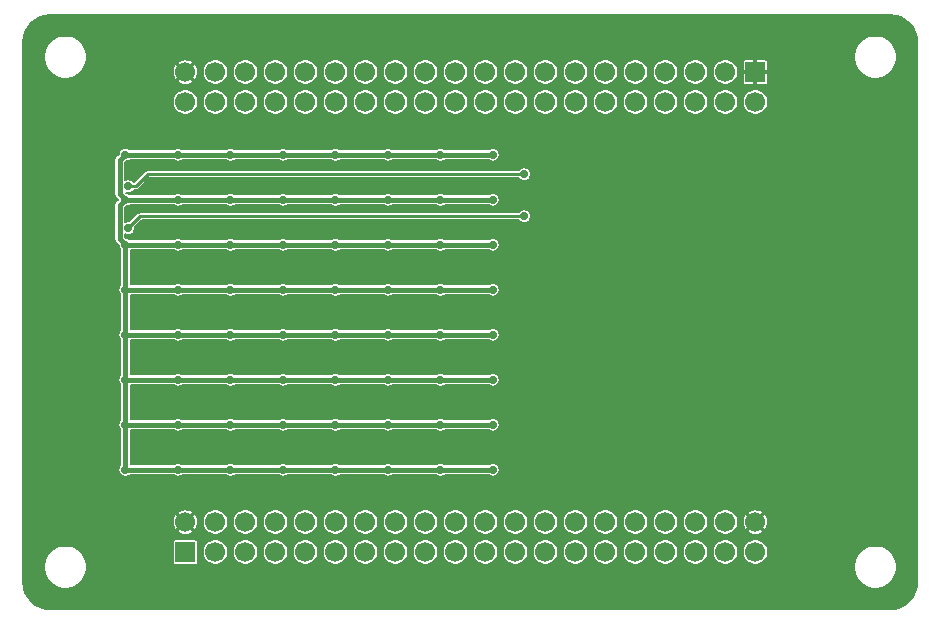
<source format=gbr>
G04 #@! TF.GenerationSoftware,KiCad,Pcbnew,5.1.9+dfsg1-1*
G04 #@! TF.CreationDate,2021-07-14T19:59:06+08:00*
G04 #@! TF.ProjectId,dws2812,64777332-3831-4322-9e6b-696361645f70,rev?*
G04 #@! TF.SameCoordinates,Original*
G04 #@! TF.FileFunction,Copper,L2,Bot*
G04 #@! TF.FilePolarity,Positive*
%FSLAX46Y46*%
G04 Gerber Fmt 4.6, Leading zero omitted, Abs format (unit mm)*
G04 Created by KiCad (PCBNEW 5.1.9+dfsg1-1) date 2021-07-14 19:59:06*
%MOMM*%
%LPD*%
G01*
G04 APERTURE LIST*
G04 #@! TA.AperFunction,ComponentPad*
%ADD10R,1.700000X1.700000*%
G04 #@! TD*
G04 #@! TA.AperFunction,ComponentPad*
%ADD11C,1.700000*%
G04 #@! TD*
G04 #@! TA.AperFunction,ViaPad*
%ADD12C,0.700000*%
G04 #@! TD*
G04 #@! TA.AperFunction,Conductor*
%ADD13C,0.228600*%
G04 #@! TD*
G04 #@! TA.AperFunction,Conductor*
%ADD14C,0.457200*%
G04 #@! TD*
G04 #@! TA.AperFunction,Conductor*
%ADD15C,0.152400*%
G04 #@! TD*
G04 #@! TA.AperFunction,Conductor*
%ADD16C,0.100000*%
G04 #@! TD*
G04 APERTURE END LIST*
D10*
G04 #@! TO.P,J1,1*
G04 #@! TO.N,Net-(J1-Pad1)*
X126365000Y-121920000D03*
D11*
G04 #@! TO.P,J1,2*
G04 #@! TO.N,GND*
X126365000Y-119380000D03*
G04 #@! TO.P,J1,3*
G04 #@! TO.N,Net-(J1-Pad3)*
X128905000Y-121920000D03*
G04 #@! TO.P,J1,4*
G04 #@! TO.N,Net-(J1-Pad4)*
X128905000Y-119380000D03*
G04 #@! TO.P,J1,5*
G04 #@! TO.N,Net-(J1-Pad5)*
X131445000Y-121920000D03*
G04 #@! TO.P,J1,6*
G04 #@! TO.N,Net-(J1-Pad6)*
X131445000Y-119380000D03*
G04 #@! TO.P,J1,7*
G04 #@! TO.N,Net-(J1-Pad7)*
X133985000Y-121920000D03*
G04 #@! TO.P,J1,8*
G04 #@! TO.N,Net-(J1-Pad8)*
X133985000Y-119380000D03*
G04 #@! TO.P,J1,9*
G04 #@! TO.N,Net-(J1-Pad9)*
X136525000Y-121920000D03*
G04 #@! TO.P,J1,10*
G04 #@! TO.N,Net-(J1-Pad10)*
X136525000Y-119380000D03*
G04 #@! TO.P,J1,11*
G04 #@! TO.N,Net-(J1-Pad11)*
X139065000Y-121920000D03*
G04 #@! TO.P,J1,12*
G04 #@! TO.N,Net-(J1-Pad12)*
X139065000Y-119380000D03*
G04 #@! TO.P,J1,13*
G04 #@! TO.N,Net-(J1-Pad13)*
X141605000Y-121920000D03*
G04 #@! TO.P,J1,14*
G04 #@! TO.N,Net-(J1-Pad14)*
X141605000Y-119380000D03*
G04 #@! TO.P,J1,15*
G04 #@! TO.N,Net-(J1-Pad15)*
X144145000Y-121920000D03*
G04 #@! TO.P,J1,16*
G04 #@! TO.N,Net-(J1-Pad16)*
X144145000Y-119380000D03*
G04 #@! TO.P,J1,17*
G04 #@! TO.N,Net-(J1-Pad17)*
X146685000Y-121920000D03*
G04 #@! TO.P,J1,18*
G04 #@! TO.N,Net-(J1-Pad18)*
X146685000Y-119380000D03*
G04 #@! TO.P,J1,19*
G04 #@! TO.N,Net-(J1-Pad19)*
X149225000Y-121920000D03*
G04 #@! TO.P,J1,20*
G04 #@! TO.N,Net-(J1-Pad20)*
X149225000Y-119380000D03*
G04 #@! TO.P,J1,21*
G04 #@! TO.N,Net-(J1-Pad21)*
X151765000Y-121920000D03*
G04 #@! TO.P,J1,22*
G04 #@! TO.N,Net-(J1-Pad22)*
X151765000Y-119380000D03*
G04 #@! TO.P,J1,23*
G04 #@! TO.N,Net-(J1-Pad23)*
X154305000Y-121920000D03*
G04 #@! TO.P,J1,24*
G04 #@! TO.N,Net-(J1-Pad24)*
X154305000Y-119380000D03*
G04 #@! TO.P,J1,25*
G04 #@! TO.N,Net-(J1-Pad25)*
X156845000Y-121920000D03*
G04 #@! TO.P,J1,26*
G04 #@! TO.N,Net-(J1-Pad26)*
X156845000Y-119380000D03*
G04 #@! TO.P,J1,27*
G04 #@! TO.N,Net-(J1-Pad27)*
X159385000Y-121920000D03*
G04 #@! TO.P,J1,28*
G04 #@! TO.N,Net-(J1-Pad28)*
X159385000Y-119380000D03*
G04 #@! TO.P,J1,29*
G04 #@! TO.N,Net-(J1-Pad29)*
X161925000Y-121920000D03*
G04 #@! TO.P,J1,30*
G04 #@! TO.N,Net-(J1-Pad30)*
X161925000Y-119380000D03*
G04 #@! TO.P,J1,31*
G04 #@! TO.N,Net-(J1-Pad31)*
X164465000Y-121920000D03*
G04 #@! TO.P,J1,32*
G04 #@! TO.N,Net-(J1-Pad32)*
X164465000Y-119380000D03*
G04 #@! TO.P,J1,33*
G04 #@! TO.N,Net-(J1-Pad33)*
X167005000Y-121920000D03*
G04 #@! TO.P,J1,34*
G04 #@! TO.N,Net-(J1-Pad34)*
X167005000Y-119380000D03*
G04 #@! TO.P,J1,35*
G04 #@! TO.N,Net-(J1-Pad35)*
X169545000Y-121920000D03*
G04 #@! TO.P,J1,36*
G04 #@! TO.N,Net-(J1-Pad36)*
X169545000Y-119380000D03*
G04 #@! TO.P,J1,37*
G04 #@! TO.N,Net-(J1-Pad37)*
X172085000Y-121920000D03*
G04 #@! TO.P,J1,38*
G04 #@! TO.N,Net-(J1-Pad38)*
X172085000Y-119380000D03*
G04 #@! TO.P,J1,39*
G04 #@! TO.N,Net-(J1-Pad39)*
X174625000Y-121920000D03*
G04 #@! TO.P,J1,40*
G04 #@! TO.N,GND*
X174625000Y-119380000D03*
D10*
G04 #@! TO.P,J1,41*
X174625000Y-81280000D03*
D11*
G04 #@! TO.P,J1,42*
G04 #@! TO.N,Net-(J1-Pad42)*
X174625000Y-83820000D03*
G04 #@! TO.P,J1,43*
G04 #@! TO.N,Net-(J1-Pad43)*
X172085000Y-81280000D03*
G04 #@! TO.P,J1,44*
G04 #@! TO.N,Net-(J1-Pad44)*
X172085000Y-83820000D03*
G04 #@! TO.P,J1,45*
G04 #@! TO.N,Net-(J1-Pad45)*
X169545000Y-81280000D03*
G04 #@! TO.P,J1,46*
G04 #@! TO.N,Net-(J1-Pad46)*
X169545000Y-83820000D03*
G04 #@! TO.P,J1,47*
G04 #@! TO.N,Net-(J1-Pad47)*
X167005000Y-81280000D03*
G04 #@! TO.P,J1,48*
G04 #@! TO.N,Net-(J1-Pad48)*
X167005000Y-83820000D03*
G04 #@! TO.P,J1,49*
G04 #@! TO.N,Net-(J1-Pad49)*
X164465000Y-81280000D03*
G04 #@! TO.P,J1,50*
G04 #@! TO.N,Net-(J1-Pad50)*
X164465000Y-83820000D03*
G04 #@! TO.P,J1,51*
G04 #@! TO.N,Net-(J1-Pad51)*
X161925000Y-81280000D03*
G04 #@! TO.P,J1,52*
G04 #@! TO.N,Net-(J1-Pad52)*
X161925000Y-83820000D03*
G04 #@! TO.P,J1,53*
G04 #@! TO.N,Net-(J1-Pad53)*
X159385000Y-81280000D03*
G04 #@! TO.P,J1,54*
G04 #@! TO.N,Net-(J1-Pad54)*
X159385000Y-83820000D03*
G04 #@! TO.P,J1,55*
G04 #@! TO.N,Net-(J1-Pad55)*
X156845000Y-81280000D03*
G04 #@! TO.P,J1,56*
G04 #@! TO.N,Net-(J1-Pad56)*
X156845000Y-83820000D03*
G04 #@! TO.P,J1,57*
G04 #@! TO.N,Net-(J1-Pad57)*
X154305000Y-81280000D03*
G04 #@! TO.P,J1,58*
G04 #@! TO.N,Net-(J1-Pad58)*
X154305000Y-83820000D03*
G04 #@! TO.P,J1,59*
G04 #@! TO.N,Net-(J1-Pad59)*
X151765000Y-81280000D03*
G04 #@! TO.P,J1,60*
G04 #@! TO.N,Net-(J1-Pad60)*
X151765000Y-83820000D03*
G04 #@! TO.P,J1,61*
G04 #@! TO.N,Net-(J1-Pad61)*
X149225000Y-81280000D03*
G04 #@! TO.P,J1,62*
G04 #@! TO.N,Net-(J1-Pad62)*
X149225000Y-83820000D03*
G04 #@! TO.P,J1,63*
G04 #@! TO.N,Net-(J1-Pad63)*
X146685000Y-81280000D03*
G04 #@! TO.P,J1,64*
G04 #@! TO.N,Net-(J1-Pad64)*
X146685000Y-83820000D03*
G04 #@! TO.P,J1,65*
G04 #@! TO.N,Net-(J1-Pad65)*
X144145000Y-81280000D03*
G04 #@! TO.P,J1,66*
G04 #@! TO.N,Net-(J1-Pad66)*
X144145000Y-83820000D03*
G04 #@! TO.P,J1,67*
G04 #@! TO.N,Net-(J1-Pad67)*
X141605000Y-81280000D03*
G04 #@! TO.P,J1,68*
G04 #@! TO.N,Net-(J1-Pad68)*
X141605000Y-83820000D03*
G04 #@! TO.P,J1,69*
G04 #@! TO.N,Net-(J1-Pad69)*
X139065000Y-81280000D03*
G04 #@! TO.P,J1,70*
G04 #@! TO.N,Net-(J1-Pad70)*
X139065000Y-83820000D03*
G04 #@! TO.P,J1,71*
G04 #@! TO.N,Net-(J1-Pad71)*
X136525000Y-81280000D03*
G04 #@! TO.P,J1,72*
G04 #@! TO.N,Net-(J1-Pad72)*
X136525000Y-83820000D03*
G04 #@! TO.P,J1,73*
G04 #@! TO.N,Net-(J1-Pad73)*
X133985000Y-81280000D03*
G04 #@! TO.P,J1,74*
G04 #@! TO.N,Net-(J1-Pad74)*
X133985000Y-83820000D03*
G04 #@! TO.P,J1,75*
G04 #@! TO.N,Net-(J1-Pad75)*
X131445000Y-81280000D03*
G04 #@! TO.P,J1,76*
G04 #@! TO.N,Net-(J1-Pad76)*
X131445000Y-83820000D03*
G04 #@! TO.P,J1,77*
G04 #@! TO.N,Net-(J1-Pad77)*
X128905000Y-81280000D03*
G04 #@! TO.P,J1,78*
G04 #@! TO.N,Net-(J1-Pad78)*
X128905000Y-83820000D03*
G04 #@! TO.P,J1,79*
G04 #@! TO.N,GND*
X126365000Y-81280000D03*
G04 #@! TO.P,J1,80*
G04 #@! TO.N,Net-(J1-Pad80)*
X126365000Y-83820000D03*
G04 #@! TD*
D12*
G04 #@! TO.N,Net-(D8-Pad1)*
X155067000Y-89916000D03*
X121539000Y-90932000D03*
G04 #@! TO.N,+5V*
X121285000Y-88265000D03*
X125730000Y-88265000D03*
X130175000Y-88265000D03*
X134620000Y-88265000D03*
X139065000Y-88265000D03*
X143510000Y-88265000D03*
X147955000Y-88265000D03*
X152400000Y-88265000D03*
X121285000Y-92075000D03*
X125730000Y-92075000D03*
X130175000Y-92075000D03*
X134620000Y-92075000D03*
X139065000Y-92075000D03*
X143510000Y-92075000D03*
X147955000Y-92075000D03*
X152400000Y-92075000D03*
X152400000Y-95885000D03*
X147955000Y-95885000D03*
X143510000Y-95885000D03*
X139065000Y-95885000D03*
X134620000Y-95885000D03*
X130175000Y-95885000D03*
X125730000Y-95885000D03*
X121285000Y-95885000D03*
X121285000Y-99695000D03*
X125730000Y-99695000D03*
X125730000Y-103505000D03*
X121285000Y-103505000D03*
X130175000Y-103505000D03*
X130175000Y-99695000D03*
X134620000Y-99695000D03*
X134620000Y-103505000D03*
X139065000Y-103505000D03*
X139065000Y-99695000D03*
X143510000Y-99695000D03*
X143510000Y-103505000D03*
X147955000Y-103505000D03*
X147955000Y-99695000D03*
X152400000Y-99695000D03*
X152400000Y-103505000D03*
X152400000Y-107315000D03*
X147955000Y-107315000D03*
X143510000Y-107315000D03*
X139065000Y-107315000D03*
X134620000Y-107315000D03*
X130175000Y-107315000D03*
X125730000Y-107315000D03*
X121285000Y-107315000D03*
X121285000Y-111125000D03*
X125730000Y-111125000D03*
X130175000Y-111125000D03*
X134620000Y-111125000D03*
X139065000Y-111125000D03*
X143510000Y-111125000D03*
X147955000Y-111125000D03*
X152400000Y-111125000D03*
X152400000Y-114935000D03*
X147955000Y-114935000D03*
X143510000Y-114935000D03*
X139065000Y-114935000D03*
X134620000Y-114935000D03*
X130175000Y-114935000D03*
X125730000Y-114935000D03*
X121285000Y-114935000D03*
G04 #@! TO.N,GND*
X123190000Y-86995000D03*
X123190000Y-90805000D03*
X127635000Y-86995000D03*
X132080000Y-86995000D03*
X136525000Y-86995000D03*
X140970000Y-86995000D03*
X145415000Y-86995000D03*
X149860000Y-86995000D03*
X154305000Y-86995000D03*
X154305000Y-90805000D03*
X149860000Y-90805000D03*
X145415000Y-90805000D03*
X140970000Y-90805000D03*
X136525000Y-90805000D03*
X132080000Y-90805000D03*
X127635000Y-90805000D03*
X123190000Y-94615000D03*
X127635000Y-94615000D03*
X132080000Y-94615000D03*
X136525000Y-94615000D03*
X140970000Y-94615000D03*
X145415000Y-94615000D03*
X149860000Y-94615000D03*
X154305000Y-94615000D03*
X154305000Y-98425000D03*
X149860000Y-98425000D03*
X145415000Y-98425000D03*
X140970000Y-98425000D03*
X136525000Y-98425000D03*
X132080000Y-98425000D03*
X127635000Y-98425000D03*
X123190000Y-98425000D03*
X123190000Y-102235000D03*
X127635000Y-102235000D03*
X132080000Y-102235000D03*
X136525000Y-102235000D03*
X140970000Y-102235000D03*
X145415000Y-102235000D03*
X149860000Y-102235000D03*
X154305000Y-102235000D03*
X154305000Y-106045000D03*
X149860000Y-106045000D03*
X145415000Y-106045000D03*
X140970000Y-106045000D03*
X136525000Y-106045000D03*
X132080000Y-106045000D03*
X127635000Y-106045000D03*
X123190000Y-106045000D03*
X123190000Y-109855000D03*
X123190000Y-113665000D03*
X127635000Y-113665000D03*
X127635000Y-109855000D03*
X132080000Y-109855000D03*
X132080000Y-113665000D03*
X136525000Y-113665000D03*
X136525000Y-109855000D03*
X140970000Y-109855000D03*
X140970000Y-113665000D03*
X145415000Y-113665000D03*
X145415000Y-109855000D03*
X149860000Y-109855000D03*
X149860000Y-113665000D03*
X154305000Y-113665000D03*
X154305000Y-109855000D03*
G04 #@! TO.N,Net-(D16-Pad1)*
X155067000Y-93472000D03*
X121539000Y-94488000D03*
G04 #@! TD*
D13*
G04 #@! TO.N,Net-(D8-Pad1)*
X122150282Y-90932000D02*
X121539000Y-90932000D01*
X155067000Y-89916000D02*
X123166282Y-89916000D01*
X123166282Y-89916000D02*
X122150282Y-90932000D01*
D14*
G04 #@! TO.N,+5V*
X121285000Y-88265000D02*
X125730000Y-88265000D01*
X125730000Y-88265000D02*
X130175000Y-88265000D01*
X130175000Y-88265000D02*
X134620000Y-88265000D01*
X134620000Y-88265000D02*
X139065000Y-88265000D01*
X139065000Y-88265000D02*
X143510000Y-88265000D01*
X143510000Y-88265000D02*
X147955000Y-88265000D01*
X147955000Y-88265000D02*
X152400000Y-88265000D01*
X121285000Y-95885000D02*
X121285000Y-99695000D01*
X121285000Y-99695000D02*
X121285000Y-103505000D01*
X121285000Y-103505000D02*
X121285000Y-107315000D01*
X121285000Y-107315000D02*
X121285000Y-111125000D01*
X121285000Y-111125000D02*
X121285000Y-114935000D01*
X121285000Y-114935000D02*
X125730000Y-114935000D01*
X125730000Y-114935000D02*
X130175000Y-114935000D01*
X130175000Y-114935000D02*
X134620000Y-114935000D01*
X134620000Y-114935000D02*
X139065000Y-114935000D01*
X139065000Y-114935000D02*
X143510000Y-114935000D01*
X143510000Y-114935000D02*
X147955000Y-114935000D01*
X147955000Y-114935000D02*
X152400000Y-114935000D01*
X121285000Y-111125000D02*
X125730000Y-111125000D01*
X125730000Y-111125000D02*
X130175000Y-111125000D01*
X130175000Y-111125000D02*
X134620000Y-111125000D01*
X134620000Y-111125000D02*
X139065000Y-111125000D01*
X139065000Y-111125000D02*
X143510000Y-111125000D01*
X143510000Y-111125000D02*
X147955000Y-111125000D01*
X147955000Y-111125000D02*
X152400000Y-111125000D01*
X121285000Y-107315000D02*
X125730000Y-107315000D01*
X125730000Y-107315000D02*
X130175000Y-107315000D01*
X130175000Y-107315000D02*
X134620000Y-107315000D01*
X134620000Y-107315000D02*
X139065000Y-107315000D01*
X139065000Y-107315000D02*
X143510000Y-107315000D01*
X143510000Y-107315000D02*
X147955000Y-107315000D01*
X147955000Y-107315000D02*
X152400000Y-107315000D01*
X121285000Y-103505000D02*
X125730000Y-103505000D01*
X125730000Y-103505000D02*
X130175000Y-103505000D01*
X130175000Y-103505000D02*
X134620000Y-103505000D01*
X134620000Y-103505000D02*
X139065000Y-103505000D01*
X139065000Y-103505000D02*
X143510000Y-103505000D01*
X143510000Y-103505000D02*
X147955000Y-103505000D01*
X147955000Y-103505000D02*
X152400000Y-103505000D01*
X152400000Y-99695000D02*
X147955000Y-99695000D01*
X121285000Y-99695000D02*
X125730000Y-99695000D01*
X125730000Y-99695000D02*
X130175000Y-99695000D01*
X130175000Y-99695000D02*
X134620000Y-99695000D01*
X134620000Y-99695000D02*
X139065000Y-99695000D01*
X139065000Y-99695000D02*
X143510000Y-99695000D01*
X143510000Y-99695000D02*
X147955000Y-99695000D01*
X121285000Y-95885000D02*
X125730000Y-95885000D01*
X125730000Y-95885000D02*
X130175000Y-95885000D01*
X130175000Y-95885000D02*
X134620000Y-95885000D01*
X134620000Y-95885000D02*
X139065000Y-95885000D01*
X139065000Y-95885000D02*
X143510000Y-95885000D01*
X143510000Y-95885000D02*
X147955000Y-95885000D01*
X147955000Y-95885000D02*
X152400000Y-95885000D01*
X121285000Y-92075000D02*
X125730000Y-92075000D01*
X125730000Y-92075000D02*
X130175000Y-92075000D01*
X130175000Y-92075000D02*
X134620000Y-92075000D01*
X134620000Y-92075000D02*
X139065000Y-92075000D01*
X139065000Y-92075000D02*
X143510000Y-92075000D01*
X143510000Y-92075000D02*
X147955000Y-92075000D01*
X147955000Y-92075000D02*
X151765000Y-92075000D01*
X151765000Y-92075000D02*
X152400000Y-92075000D01*
X121285000Y-88265000D02*
X120807998Y-88742002D01*
X120807998Y-88742002D02*
X120807998Y-91597998D01*
X120807998Y-91597998D02*
X121285000Y-92075000D01*
X121285000Y-92075000D02*
X120807998Y-92552002D01*
X120807998Y-92552002D02*
X120807998Y-95407998D01*
X120807998Y-95407998D02*
X121285000Y-95885000D01*
D13*
G04 #@! TO.N,Net-(D16-Pad1)*
X155067000Y-93472000D02*
X123063000Y-93472000D01*
X122555000Y-93472000D02*
X121539000Y-94488000D01*
X123063000Y-93472000D02*
X122555000Y-93472000D01*
G04 #@! TD*
D15*
G04 #@! TO.N,GND*
X186498864Y-76498338D02*
X186925813Y-76627241D01*
X187319599Y-76836620D01*
X187665220Y-77118501D01*
X187949501Y-77462139D01*
X188161626Y-77854455D01*
X188293509Y-78280497D01*
X188341385Y-78736008D01*
X188341401Y-78740601D01*
X188341400Y-124447593D01*
X188296662Y-124903863D01*
X188167759Y-125330813D01*
X187958377Y-125724602D01*
X187676497Y-126070222D01*
X187332861Y-126354501D01*
X186940546Y-126566626D01*
X186514498Y-126698509D01*
X186058993Y-126746385D01*
X186054685Y-126746400D01*
X114947406Y-126746400D01*
X114491137Y-126701662D01*
X114064187Y-126572759D01*
X113670398Y-126363377D01*
X113324778Y-126081497D01*
X113040499Y-125737861D01*
X112828374Y-125345546D01*
X112696491Y-124919498D01*
X112648615Y-124463993D01*
X112648600Y-124459685D01*
X112648600Y-123009899D01*
X114376400Y-123009899D01*
X114376400Y-123370101D01*
X114446672Y-123723383D01*
X114584516Y-124056167D01*
X114784633Y-124355665D01*
X115039335Y-124610367D01*
X115338833Y-124810484D01*
X115671617Y-124948328D01*
X116024899Y-125018600D01*
X116385101Y-125018600D01*
X116738383Y-124948328D01*
X117071167Y-124810484D01*
X117370665Y-124610367D01*
X117625367Y-124355665D01*
X117825484Y-124056167D01*
X117963328Y-123723383D01*
X118033600Y-123370101D01*
X118033600Y-123009899D01*
X182956400Y-123009899D01*
X182956400Y-123370101D01*
X183026672Y-123723383D01*
X183164516Y-124056167D01*
X183364633Y-124355665D01*
X183619335Y-124610367D01*
X183918833Y-124810484D01*
X184251617Y-124948328D01*
X184604899Y-125018600D01*
X184965101Y-125018600D01*
X185318383Y-124948328D01*
X185651167Y-124810484D01*
X185950665Y-124610367D01*
X186205367Y-124355665D01*
X186405484Y-124056167D01*
X186543328Y-123723383D01*
X186613600Y-123370101D01*
X186613600Y-123009899D01*
X186543328Y-122656617D01*
X186405484Y-122323833D01*
X186205367Y-122024335D01*
X185950665Y-121769633D01*
X185651167Y-121569516D01*
X185318383Y-121431672D01*
X184965101Y-121361400D01*
X184604899Y-121361400D01*
X184251617Y-121431672D01*
X183918833Y-121569516D01*
X183619335Y-121769633D01*
X183364633Y-122024335D01*
X183164516Y-122323833D01*
X183026672Y-122656617D01*
X182956400Y-123009899D01*
X118033600Y-123009899D01*
X117963328Y-122656617D01*
X117825484Y-122323833D01*
X117625367Y-122024335D01*
X117370665Y-121769633D01*
X117071167Y-121569516D01*
X116738383Y-121431672D01*
X116385101Y-121361400D01*
X116024899Y-121361400D01*
X115671617Y-121431672D01*
X115338833Y-121569516D01*
X115039335Y-121769633D01*
X114784633Y-122024335D01*
X114584516Y-122323833D01*
X114446672Y-122656617D01*
X114376400Y-123009899D01*
X112648600Y-123009899D01*
X112648600Y-121070000D01*
X125285294Y-121070000D01*
X125285294Y-122770000D01*
X125289708Y-122814813D01*
X125302779Y-122857905D01*
X125324006Y-122897618D01*
X125352573Y-122932427D01*
X125387382Y-122960994D01*
X125427095Y-122982221D01*
X125470187Y-122995292D01*
X125515000Y-122999706D01*
X127215000Y-122999706D01*
X127259813Y-122995292D01*
X127302905Y-122982221D01*
X127342618Y-122960994D01*
X127377427Y-122932427D01*
X127405994Y-122897618D01*
X127427221Y-122857905D01*
X127440292Y-122814813D01*
X127444706Y-122770000D01*
X127444706Y-121813767D01*
X127826400Y-121813767D01*
X127826400Y-122026233D01*
X127867850Y-122234616D01*
X127949157Y-122430909D01*
X128067197Y-122607567D01*
X128217433Y-122757803D01*
X128394091Y-122875843D01*
X128590384Y-122957150D01*
X128798767Y-122998600D01*
X129011233Y-122998600D01*
X129219616Y-122957150D01*
X129415909Y-122875843D01*
X129592567Y-122757803D01*
X129742803Y-122607567D01*
X129860843Y-122430909D01*
X129942150Y-122234616D01*
X129983600Y-122026233D01*
X129983600Y-121813767D01*
X130366400Y-121813767D01*
X130366400Y-122026233D01*
X130407850Y-122234616D01*
X130489157Y-122430909D01*
X130607197Y-122607567D01*
X130757433Y-122757803D01*
X130934091Y-122875843D01*
X131130384Y-122957150D01*
X131338767Y-122998600D01*
X131551233Y-122998600D01*
X131759616Y-122957150D01*
X131955909Y-122875843D01*
X132132567Y-122757803D01*
X132282803Y-122607567D01*
X132400843Y-122430909D01*
X132482150Y-122234616D01*
X132523600Y-122026233D01*
X132523600Y-121813767D01*
X132906400Y-121813767D01*
X132906400Y-122026233D01*
X132947850Y-122234616D01*
X133029157Y-122430909D01*
X133147197Y-122607567D01*
X133297433Y-122757803D01*
X133474091Y-122875843D01*
X133670384Y-122957150D01*
X133878767Y-122998600D01*
X134091233Y-122998600D01*
X134299616Y-122957150D01*
X134495909Y-122875843D01*
X134672567Y-122757803D01*
X134822803Y-122607567D01*
X134940843Y-122430909D01*
X135022150Y-122234616D01*
X135063600Y-122026233D01*
X135063600Y-121813767D01*
X135446400Y-121813767D01*
X135446400Y-122026233D01*
X135487850Y-122234616D01*
X135569157Y-122430909D01*
X135687197Y-122607567D01*
X135837433Y-122757803D01*
X136014091Y-122875843D01*
X136210384Y-122957150D01*
X136418767Y-122998600D01*
X136631233Y-122998600D01*
X136839616Y-122957150D01*
X137035909Y-122875843D01*
X137212567Y-122757803D01*
X137362803Y-122607567D01*
X137480843Y-122430909D01*
X137562150Y-122234616D01*
X137603600Y-122026233D01*
X137603600Y-121813767D01*
X137986400Y-121813767D01*
X137986400Y-122026233D01*
X138027850Y-122234616D01*
X138109157Y-122430909D01*
X138227197Y-122607567D01*
X138377433Y-122757803D01*
X138554091Y-122875843D01*
X138750384Y-122957150D01*
X138958767Y-122998600D01*
X139171233Y-122998600D01*
X139379616Y-122957150D01*
X139575909Y-122875843D01*
X139752567Y-122757803D01*
X139902803Y-122607567D01*
X140020843Y-122430909D01*
X140102150Y-122234616D01*
X140143600Y-122026233D01*
X140143600Y-121813767D01*
X140526400Y-121813767D01*
X140526400Y-122026233D01*
X140567850Y-122234616D01*
X140649157Y-122430909D01*
X140767197Y-122607567D01*
X140917433Y-122757803D01*
X141094091Y-122875843D01*
X141290384Y-122957150D01*
X141498767Y-122998600D01*
X141711233Y-122998600D01*
X141919616Y-122957150D01*
X142115909Y-122875843D01*
X142292567Y-122757803D01*
X142442803Y-122607567D01*
X142560843Y-122430909D01*
X142642150Y-122234616D01*
X142683600Y-122026233D01*
X142683600Y-121813767D01*
X143066400Y-121813767D01*
X143066400Y-122026233D01*
X143107850Y-122234616D01*
X143189157Y-122430909D01*
X143307197Y-122607567D01*
X143457433Y-122757803D01*
X143634091Y-122875843D01*
X143830384Y-122957150D01*
X144038767Y-122998600D01*
X144251233Y-122998600D01*
X144459616Y-122957150D01*
X144655909Y-122875843D01*
X144832567Y-122757803D01*
X144982803Y-122607567D01*
X145100843Y-122430909D01*
X145182150Y-122234616D01*
X145223600Y-122026233D01*
X145223600Y-121813767D01*
X145606400Y-121813767D01*
X145606400Y-122026233D01*
X145647850Y-122234616D01*
X145729157Y-122430909D01*
X145847197Y-122607567D01*
X145997433Y-122757803D01*
X146174091Y-122875843D01*
X146370384Y-122957150D01*
X146578767Y-122998600D01*
X146791233Y-122998600D01*
X146999616Y-122957150D01*
X147195909Y-122875843D01*
X147372567Y-122757803D01*
X147522803Y-122607567D01*
X147640843Y-122430909D01*
X147722150Y-122234616D01*
X147763600Y-122026233D01*
X147763600Y-121813767D01*
X148146400Y-121813767D01*
X148146400Y-122026233D01*
X148187850Y-122234616D01*
X148269157Y-122430909D01*
X148387197Y-122607567D01*
X148537433Y-122757803D01*
X148714091Y-122875843D01*
X148910384Y-122957150D01*
X149118767Y-122998600D01*
X149331233Y-122998600D01*
X149539616Y-122957150D01*
X149735909Y-122875843D01*
X149912567Y-122757803D01*
X150062803Y-122607567D01*
X150180843Y-122430909D01*
X150262150Y-122234616D01*
X150303600Y-122026233D01*
X150303600Y-121813767D01*
X150686400Y-121813767D01*
X150686400Y-122026233D01*
X150727850Y-122234616D01*
X150809157Y-122430909D01*
X150927197Y-122607567D01*
X151077433Y-122757803D01*
X151254091Y-122875843D01*
X151450384Y-122957150D01*
X151658767Y-122998600D01*
X151871233Y-122998600D01*
X152079616Y-122957150D01*
X152275909Y-122875843D01*
X152452567Y-122757803D01*
X152602803Y-122607567D01*
X152720843Y-122430909D01*
X152802150Y-122234616D01*
X152843600Y-122026233D01*
X152843600Y-121813767D01*
X153226400Y-121813767D01*
X153226400Y-122026233D01*
X153267850Y-122234616D01*
X153349157Y-122430909D01*
X153467197Y-122607567D01*
X153617433Y-122757803D01*
X153794091Y-122875843D01*
X153990384Y-122957150D01*
X154198767Y-122998600D01*
X154411233Y-122998600D01*
X154619616Y-122957150D01*
X154815909Y-122875843D01*
X154992567Y-122757803D01*
X155142803Y-122607567D01*
X155260843Y-122430909D01*
X155342150Y-122234616D01*
X155383600Y-122026233D01*
X155383600Y-121813767D01*
X155766400Y-121813767D01*
X155766400Y-122026233D01*
X155807850Y-122234616D01*
X155889157Y-122430909D01*
X156007197Y-122607567D01*
X156157433Y-122757803D01*
X156334091Y-122875843D01*
X156530384Y-122957150D01*
X156738767Y-122998600D01*
X156951233Y-122998600D01*
X157159616Y-122957150D01*
X157355909Y-122875843D01*
X157532567Y-122757803D01*
X157682803Y-122607567D01*
X157800843Y-122430909D01*
X157882150Y-122234616D01*
X157923600Y-122026233D01*
X157923600Y-121813767D01*
X158306400Y-121813767D01*
X158306400Y-122026233D01*
X158347850Y-122234616D01*
X158429157Y-122430909D01*
X158547197Y-122607567D01*
X158697433Y-122757803D01*
X158874091Y-122875843D01*
X159070384Y-122957150D01*
X159278767Y-122998600D01*
X159491233Y-122998600D01*
X159699616Y-122957150D01*
X159895909Y-122875843D01*
X160072567Y-122757803D01*
X160222803Y-122607567D01*
X160340843Y-122430909D01*
X160422150Y-122234616D01*
X160463600Y-122026233D01*
X160463600Y-121813767D01*
X160846400Y-121813767D01*
X160846400Y-122026233D01*
X160887850Y-122234616D01*
X160969157Y-122430909D01*
X161087197Y-122607567D01*
X161237433Y-122757803D01*
X161414091Y-122875843D01*
X161610384Y-122957150D01*
X161818767Y-122998600D01*
X162031233Y-122998600D01*
X162239616Y-122957150D01*
X162435909Y-122875843D01*
X162612567Y-122757803D01*
X162762803Y-122607567D01*
X162880843Y-122430909D01*
X162962150Y-122234616D01*
X163003600Y-122026233D01*
X163003600Y-121813767D01*
X163386400Y-121813767D01*
X163386400Y-122026233D01*
X163427850Y-122234616D01*
X163509157Y-122430909D01*
X163627197Y-122607567D01*
X163777433Y-122757803D01*
X163954091Y-122875843D01*
X164150384Y-122957150D01*
X164358767Y-122998600D01*
X164571233Y-122998600D01*
X164779616Y-122957150D01*
X164975909Y-122875843D01*
X165152567Y-122757803D01*
X165302803Y-122607567D01*
X165420843Y-122430909D01*
X165502150Y-122234616D01*
X165543600Y-122026233D01*
X165543600Y-121813767D01*
X165926400Y-121813767D01*
X165926400Y-122026233D01*
X165967850Y-122234616D01*
X166049157Y-122430909D01*
X166167197Y-122607567D01*
X166317433Y-122757803D01*
X166494091Y-122875843D01*
X166690384Y-122957150D01*
X166898767Y-122998600D01*
X167111233Y-122998600D01*
X167319616Y-122957150D01*
X167515909Y-122875843D01*
X167692567Y-122757803D01*
X167842803Y-122607567D01*
X167960843Y-122430909D01*
X168042150Y-122234616D01*
X168083600Y-122026233D01*
X168083600Y-121813767D01*
X168466400Y-121813767D01*
X168466400Y-122026233D01*
X168507850Y-122234616D01*
X168589157Y-122430909D01*
X168707197Y-122607567D01*
X168857433Y-122757803D01*
X169034091Y-122875843D01*
X169230384Y-122957150D01*
X169438767Y-122998600D01*
X169651233Y-122998600D01*
X169859616Y-122957150D01*
X170055909Y-122875843D01*
X170232567Y-122757803D01*
X170382803Y-122607567D01*
X170500843Y-122430909D01*
X170582150Y-122234616D01*
X170623600Y-122026233D01*
X170623600Y-121813767D01*
X171006400Y-121813767D01*
X171006400Y-122026233D01*
X171047850Y-122234616D01*
X171129157Y-122430909D01*
X171247197Y-122607567D01*
X171397433Y-122757803D01*
X171574091Y-122875843D01*
X171770384Y-122957150D01*
X171978767Y-122998600D01*
X172191233Y-122998600D01*
X172399616Y-122957150D01*
X172595909Y-122875843D01*
X172772567Y-122757803D01*
X172922803Y-122607567D01*
X173040843Y-122430909D01*
X173122150Y-122234616D01*
X173163600Y-122026233D01*
X173163600Y-121813767D01*
X173546400Y-121813767D01*
X173546400Y-122026233D01*
X173587850Y-122234616D01*
X173669157Y-122430909D01*
X173787197Y-122607567D01*
X173937433Y-122757803D01*
X174114091Y-122875843D01*
X174310384Y-122957150D01*
X174518767Y-122998600D01*
X174731233Y-122998600D01*
X174939616Y-122957150D01*
X175135909Y-122875843D01*
X175312567Y-122757803D01*
X175462803Y-122607567D01*
X175580843Y-122430909D01*
X175662150Y-122234616D01*
X175703600Y-122026233D01*
X175703600Y-121813767D01*
X175662150Y-121605384D01*
X175580843Y-121409091D01*
X175462803Y-121232433D01*
X175312567Y-121082197D01*
X175135909Y-120964157D01*
X174939616Y-120882850D01*
X174731233Y-120841400D01*
X174518767Y-120841400D01*
X174310384Y-120882850D01*
X174114091Y-120964157D01*
X173937433Y-121082197D01*
X173787197Y-121232433D01*
X173669157Y-121409091D01*
X173587850Y-121605384D01*
X173546400Y-121813767D01*
X173163600Y-121813767D01*
X173122150Y-121605384D01*
X173040843Y-121409091D01*
X172922803Y-121232433D01*
X172772567Y-121082197D01*
X172595909Y-120964157D01*
X172399616Y-120882850D01*
X172191233Y-120841400D01*
X171978767Y-120841400D01*
X171770384Y-120882850D01*
X171574091Y-120964157D01*
X171397433Y-121082197D01*
X171247197Y-121232433D01*
X171129157Y-121409091D01*
X171047850Y-121605384D01*
X171006400Y-121813767D01*
X170623600Y-121813767D01*
X170582150Y-121605384D01*
X170500843Y-121409091D01*
X170382803Y-121232433D01*
X170232567Y-121082197D01*
X170055909Y-120964157D01*
X169859616Y-120882850D01*
X169651233Y-120841400D01*
X169438767Y-120841400D01*
X169230384Y-120882850D01*
X169034091Y-120964157D01*
X168857433Y-121082197D01*
X168707197Y-121232433D01*
X168589157Y-121409091D01*
X168507850Y-121605384D01*
X168466400Y-121813767D01*
X168083600Y-121813767D01*
X168042150Y-121605384D01*
X167960843Y-121409091D01*
X167842803Y-121232433D01*
X167692567Y-121082197D01*
X167515909Y-120964157D01*
X167319616Y-120882850D01*
X167111233Y-120841400D01*
X166898767Y-120841400D01*
X166690384Y-120882850D01*
X166494091Y-120964157D01*
X166317433Y-121082197D01*
X166167197Y-121232433D01*
X166049157Y-121409091D01*
X165967850Y-121605384D01*
X165926400Y-121813767D01*
X165543600Y-121813767D01*
X165502150Y-121605384D01*
X165420843Y-121409091D01*
X165302803Y-121232433D01*
X165152567Y-121082197D01*
X164975909Y-120964157D01*
X164779616Y-120882850D01*
X164571233Y-120841400D01*
X164358767Y-120841400D01*
X164150384Y-120882850D01*
X163954091Y-120964157D01*
X163777433Y-121082197D01*
X163627197Y-121232433D01*
X163509157Y-121409091D01*
X163427850Y-121605384D01*
X163386400Y-121813767D01*
X163003600Y-121813767D01*
X162962150Y-121605384D01*
X162880843Y-121409091D01*
X162762803Y-121232433D01*
X162612567Y-121082197D01*
X162435909Y-120964157D01*
X162239616Y-120882850D01*
X162031233Y-120841400D01*
X161818767Y-120841400D01*
X161610384Y-120882850D01*
X161414091Y-120964157D01*
X161237433Y-121082197D01*
X161087197Y-121232433D01*
X160969157Y-121409091D01*
X160887850Y-121605384D01*
X160846400Y-121813767D01*
X160463600Y-121813767D01*
X160422150Y-121605384D01*
X160340843Y-121409091D01*
X160222803Y-121232433D01*
X160072567Y-121082197D01*
X159895909Y-120964157D01*
X159699616Y-120882850D01*
X159491233Y-120841400D01*
X159278767Y-120841400D01*
X159070384Y-120882850D01*
X158874091Y-120964157D01*
X158697433Y-121082197D01*
X158547197Y-121232433D01*
X158429157Y-121409091D01*
X158347850Y-121605384D01*
X158306400Y-121813767D01*
X157923600Y-121813767D01*
X157882150Y-121605384D01*
X157800843Y-121409091D01*
X157682803Y-121232433D01*
X157532567Y-121082197D01*
X157355909Y-120964157D01*
X157159616Y-120882850D01*
X156951233Y-120841400D01*
X156738767Y-120841400D01*
X156530384Y-120882850D01*
X156334091Y-120964157D01*
X156157433Y-121082197D01*
X156007197Y-121232433D01*
X155889157Y-121409091D01*
X155807850Y-121605384D01*
X155766400Y-121813767D01*
X155383600Y-121813767D01*
X155342150Y-121605384D01*
X155260843Y-121409091D01*
X155142803Y-121232433D01*
X154992567Y-121082197D01*
X154815909Y-120964157D01*
X154619616Y-120882850D01*
X154411233Y-120841400D01*
X154198767Y-120841400D01*
X153990384Y-120882850D01*
X153794091Y-120964157D01*
X153617433Y-121082197D01*
X153467197Y-121232433D01*
X153349157Y-121409091D01*
X153267850Y-121605384D01*
X153226400Y-121813767D01*
X152843600Y-121813767D01*
X152802150Y-121605384D01*
X152720843Y-121409091D01*
X152602803Y-121232433D01*
X152452567Y-121082197D01*
X152275909Y-120964157D01*
X152079616Y-120882850D01*
X151871233Y-120841400D01*
X151658767Y-120841400D01*
X151450384Y-120882850D01*
X151254091Y-120964157D01*
X151077433Y-121082197D01*
X150927197Y-121232433D01*
X150809157Y-121409091D01*
X150727850Y-121605384D01*
X150686400Y-121813767D01*
X150303600Y-121813767D01*
X150262150Y-121605384D01*
X150180843Y-121409091D01*
X150062803Y-121232433D01*
X149912567Y-121082197D01*
X149735909Y-120964157D01*
X149539616Y-120882850D01*
X149331233Y-120841400D01*
X149118767Y-120841400D01*
X148910384Y-120882850D01*
X148714091Y-120964157D01*
X148537433Y-121082197D01*
X148387197Y-121232433D01*
X148269157Y-121409091D01*
X148187850Y-121605384D01*
X148146400Y-121813767D01*
X147763600Y-121813767D01*
X147722150Y-121605384D01*
X147640843Y-121409091D01*
X147522803Y-121232433D01*
X147372567Y-121082197D01*
X147195909Y-120964157D01*
X146999616Y-120882850D01*
X146791233Y-120841400D01*
X146578767Y-120841400D01*
X146370384Y-120882850D01*
X146174091Y-120964157D01*
X145997433Y-121082197D01*
X145847197Y-121232433D01*
X145729157Y-121409091D01*
X145647850Y-121605384D01*
X145606400Y-121813767D01*
X145223600Y-121813767D01*
X145182150Y-121605384D01*
X145100843Y-121409091D01*
X144982803Y-121232433D01*
X144832567Y-121082197D01*
X144655909Y-120964157D01*
X144459616Y-120882850D01*
X144251233Y-120841400D01*
X144038767Y-120841400D01*
X143830384Y-120882850D01*
X143634091Y-120964157D01*
X143457433Y-121082197D01*
X143307197Y-121232433D01*
X143189157Y-121409091D01*
X143107850Y-121605384D01*
X143066400Y-121813767D01*
X142683600Y-121813767D01*
X142642150Y-121605384D01*
X142560843Y-121409091D01*
X142442803Y-121232433D01*
X142292567Y-121082197D01*
X142115909Y-120964157D01*
X141919616Y-120882850D01*
X141711233Y-120841400D01*
X141498767Y-120841400D01*
X141290384Y-120882850D01*
X141094091Y-120964157D01*
X140917433Y-121082197D01*
X140767197Y-121232433D01*
X140649157Y-121409091D01*
X140567850Y-121605384D01*
X140526400Y-121813767D01*
X140143600Y-121813767D01*
X140102150Y-121605384D01*
X140020843Y-121409091D01*
X139902803Y-121232433D01*
X139752567Y-121082197D01*
X139575909Y-120964157D01*
X139379616Y-120882850D01*
X139171233Y-120841400D01*
X138958767Y-120841400D01*
X138750384Y-120882850D01*
X138554091Y-120964157D01*
X138377433Y-121082197D01*
X138227197Y-121232433D01*
X138109157Y-121409091D01*
X138027850Y-121605384D01*
X137986400Y-121813767D01*
X137603600Y-121813767D01*
X137562150Y-121605384D01*
X137480843Y-121409091D01*
X137362803Y-121232433D01*
X137212567Y-121082197D01*
X137035909Y-120964157D01*
X136839616Y-120882850D01*
X136631233Y-120841400D01*
X136418767Y-120841400D01*
X136210384Y-120882850D01*
X136014091Y-120964157D01*
X135837433Y-121082197D01*
X135687197Y-121232433D01*
X135569157Y-121409091D01*
X135487850Y-121605384D01*
X135446400Y-121813767D01*
X135063600Y-121813767D01*
X135022150Y-121605384D01*
X134940843Y-121409091D01*
X134822803Y-121232433D01*
X134672567Y-121082197D01*
X134495909Y-120964157D01*
X134299616Y-120882850D01*
X134091233Y-120841400D01*
X133878767Y-120841400D01*
X133670384Y-120882850D01*
X133474091Y-120964157D01*
X133297433Y-121082197D01*
X133147197Y-121232433D01*
X133029157Y-121409091D01*
X132947850Y-121605384D01*
X132906400Y-121813767D01*
X132523600Y-121813767D01*
X132482150Y-121605384D01*
X132400843Y-121409091D01*
X132282803Y-121232433D01*
X132132567Y-121082197D01*
X131955909Y-120964157D01*
X131759616Y-120882850D01*
X131551233Y-120841400D01*
X131338767Y-120841400D01*
X131130384Y-120882850D01*
X130934091Y-120964157D01*
X130757433Y-121082197D01*
X130607197Y-121232433D01*
X130489157Y-121409091D01*
X130407850Y-121605384D01*
X130366400Y-121813767D01*
X129983600Y-121813767D01*
X129942150Y-121605384D01*
X129860843Y-121409091D01*
X129742803Y-121232433D01*
X129592567Y-121082197D01*
X129415909Y-120964157D01*
X129219616Y-120882850D01*
X129011233Y-120841400D01*
X128798767Y-120841400D01*
X128590384Y-120882850D01*
X128394091Y-120964157D01*
X128217433Y-121082197D01*
X128067197Y-121232433D01*
X127949157Y-121409091D01*
X127867850Y-121605384D01*
X127826400Y-121813767D01*
X127444706Y-121813767D01*
X127444706Y-121070000D01*
X127440292Y-121025187D01*
X127427221Y-120982095D01*
X127405994Y-120942382D01*
X127377427Y-120907573D01*
X127342618Y-120879006D01*
X127302905Y-120857779D01*
X127259813Y-120844708D01*
X127215000Y-120840294D01*
X125515000Y-120840294D01*
X125470187Y-120844708D01*
X125427095Y-120857779D01*
X125387382Y-120879006D01*
X125352573Y-120907573D01*
X125324006Y-120942382D01*
X125302779Y-120982095D01*
X125289708Y-121025187D01*
X125285294Y-121070000D01*
X112648600Y-121070000D01*
X112648600Y-120157844D01*
X125694919Y-120157844D01*
X125791171Y-120299447D01*
X125981572Y-120393729D01*
X126186709Y-120449054D01*
X126398696Y-120463295D01*
X126609389Y-120435906D01*
X126810690Y-120367939D01*
X126938829Y-120299447D01*
X127035081Y-120157844D01*
X126365000Y-119487763D01*
X125694919Y-120157844D01*
X112648600Y-120157844D01*
X112648600Y-119413696D01*
X125281705Y-119413696D01*
X125309094Y-119624389D01*
X125377061Y-119825690D01*
X125445553Y-119953829D01*
X125587156Y-120050081D01*
X126257237Y-119380000D01*
X126472763Y-119380000D01*
X127142844Y-120050081D01*
X127284447Y-119953829D01*
X127378729Y-119763428D01*
X127434054Y-119558291D01*
X127448295Y-119346304D01*
X127438866Y-119273767D01*
X127826400Y-119273767D01*
X127826400Y-119486233D01*
X127867850Y-119694616D01*
X127949157Y-119890909D01*
X128067197Y-120067567D01*
X128217433Y-120217803D01*
X128394091Y-120335843D01*
X128590384Y-120417150D01*
X128798767Y-120458600D01*
X129011233Y-120458600D01*
X129219616Y-120417150D01*
X129415909Y-120335843D01*
X129592567Y-120217803D01*
X129742803Y-120067567D01*
X129860843Y-119890909D01*
X129942150Y-119694616D01*
X129983600Y-119486233D01*
X129983600Y-119273767D01*
X130366400Y-119273767D01*
X130366400Y-119486233D01*
X130407850Y-119694616D01*
X130489157Y-119890909D01*
X130607197Y-120067567D01*
X130757433Y-120217803D01*
X130934091Y-120335843D01*
X131130384Y-120417150D01*
X131338767Y-120458600D01*
X131551233Y-120458600D01*
X131759616Y-120417150D01*
X131955909Y-120335843D01*
X132132567Y-120217803D01*
X132282803Y-120067567D01*
X132400843Y-119890909D01*
X132482150Y-119694616D01*
X132523600Y-119486233D01*
X132523600Y-119273767D01*
X132906400Y-119273767D01*
X132906400Y-119486233D01*
X132947850Y-119694616D01*
X133029157Y-119890909D01*
X133147197Y-120067567D01*
X133297433Y-120217803D01*
X133474091Y-120335843D01*
X133670384Y-120417150D01*
X133878767Y-120458600D01*
X134091233Y-120458600D01*
X134299616Y-120417150D01*
X134495909Y-120335843D01*
X134672567Y-120217803D01*
X134822803Y-120067567D01*
X134940843Y-119890909D01*
X135022150Y-119694616D01*
X135063600Y-119486233D01*
X135063600Y-119273767D01*
X135446400Y-119273767D01*
X135446400Y-119486233D01*
X135487850Y-119694616D01*
X135569157Y-119890909D01*
X135687197Y-120067567D01*
X135837433Y-120217803D01*
X136014091Y-120335843D01*
X136210384Y-120417150D01*
X136418767Y-120458600D01*
X136631233Y-120458600D01*
X136839616Y-120417150D01*
X137035909Y-120335843D01*
X137212567Y-120217803D01*
X137362803Y-120067567D01*
X137480843Y-119890909D01*
X137562150Y-119694616D01*
X137603600Y-119486233D01*
X137603600Y-119273767D01*
X137986400Y-119273767D01*
X137986400Y-119486233D01*
X138027850Y-119694616D01*
X138109157Y-119890909D01*
X138227197Y-120067567D01*
X138377433Y-120217803D01*
X138554091Y-120335843D01*
X138750384Y-120417150D01*
X138958767Y-120458600D01*
X139171233Y-120458600D01*
X139379616Y-120417150D01*
X139575909Y-120335843D01*
X139752567Y-120217803D01*
X139902803Y-120067567D01*
X140020843Y-119890909D01*
X140102150Y-119694616D01*
X140143600Y-119486233D01*
X140143600Y-119273767D01*
X140526400Y-119273767D01*
X140526400Y-119486233D01*
X140567850Y-119694616D01*
X140649157Y-119890909D01*
X140767197Y-120067567D01*
X140917433Y-120217803D01*
X141094091Y-120335843D01*
X141290384Y-120417150D01*
X141498767Y-120458600D01*
X141711233Y-120458600D01*
X141919616Y-120417150D01*
X142115909Y-120335843D01*
X142292567Y-120217803D01*
X142442803Y-120067567D01*
X142560843Y-119890909D01*
X142642150Y-119694616D01*
X142683600Y-119486233D01*
X142683600Y-119273767D01*
X143066400Y-119273767D01*
X143066400Y-119486233D01*
X143107850Y-119694616D01*
X143189157Y-119890909D01*
X143307197Y-120067567D01*
X143457433Y-120217803D01*
X143634091Y-120335843D01*
X143830384Y-120417150D01*
X144038767Y-120458600D01*
X144251233Y-120458600D01*
X144459616Y-120417150D01*
X144655909Y-120335843D01*
X144832567Y-120217803D01*
X144982803Y-120067567D01*
X145100843Y-119890909D01*
X145182150Y-119694616D01*
X145223600Y-119486233D01*
X145223600Y-119273767D01*
X145606400Y-119273767D01*
X145606400Y-119486233D01*
X145647850Y-119694616D01*
X145729157Y-119890909D01*
X145847197Y-120067567D01*
X145997433Y-120217803D01*
X146174091Y-120335843D01*
X146370384Y-120417150D01*
X146578767Y-120458600D01*
X146791233Y-120458600D01*
X146999616Y-120417150D01*
X147195909Y-120335843D01*
X147372567Y-120217803D01*
X147522803Y-120067567D01*
X147640843Y-119890909D01*
X147722150Y-119694616D01*
X147763600Y-119486233D01*
X147763600Y-119273767D01*
X148146400Y-119273767D01*
X148146400Y-119486233D01*
X148187850Y-119694616D01*
X148269157Y-119890909D01*
X148387197Y-120067567D01*
X148537433Y-120217803D01*
X148714091Y-120335843D01*
X148910384Y-120417150D01*
X149118767Y-120458600D01*
X149331233Y-120458600D01*
X149539616Y-120417150D01*
X149735909Y-120335843D01*
X149912567Y-120217803D01*
X150062803Y-120067567D01*
X150180843Y-119890909D01*
X150262150Y-119694616D01*
X150303600Y-119486233D01*
X150303600Y-119273767D01*
X150686400Y-119273767D01*
X150686400Y-119486233D01*
X150727850Y-119694616D01*
X150809157Y-119890909D01*
X150927197Y-120067567D01*
X151077433Y-120217803D01*
X151254091Y-120335843D01*
X151450384Y-120417150D01*
X151658767Y-120458600D01*
X151871233Y-120458600D01*
X152079616Y-120417150D01*
X152275909Y-120335843D01*
X152452567Y-120217803D01*
X152602803Y-120067567D01*
X152720843Y-119890909D01*
X152802150Y-119694616D01*
X152843600Y-119486233D01*
X152843600Y-119273767D01*
X153226400Y-119273767D01*
X153226400Y-119486233D01*
X153267850Y-119694616D01*
X153349157Y-119890909D01*
X153467197Y-120067567D01*
X153617433Y-120217803D01*
X153794091Y-120335843D01*
X153990384Y-120417150D01*
X154198767Y-120458600D01*
X154411233Y-120458600D01*
X154619616Y-120417150D01*
X154815909Y-120335843D01*
X154992567Y-120217803D01*
X155142803Y-120067567D01*
X155260843Y-119890909D01*
X155342150Y-119694616D01*
X155383600Y-119486233D01*
X155383600Y-119273767D01*
X155766400Y-119273767D01*
X155766400Y-119486233D01*
X155807850Y-119694616D01*
X155889157Y-119890909D01*
X156007197Y-120067567D01*
X156157433Y-120217803D01*
X156334091Y-120335843D01*
X156530384Y-120417150D01*
X156738767Y-120458600D01*
X156951233Y-120458600D01*
X157159616Y-120417150D01*
X157355909Y-120335843D01*
X157532567Y-120217803D01*
X157682803Y-120067567D01*
X157800843Y-119890909D01*
X157882150Y-119694616D01*
X157923600Y-119486233D01*
X157923600Y-119273767D01*
X158306400Y-119273767D01*
X158306400Y-119486233D01*
X158347850Y-119694616D01*
X158429157Y-119890909D01*
X158547197Y-120067567D01*
X158697433Y-120217803D01*
X158874091Y-120335843D01*
X159070384Y-120417150D01*
X159278767Y-120458600D01*
X159491233Y-120458600D01*
X159699616Y-120417150D01*
X159895909Y-120335843D01*
X160072567Y-120217803D01*
X160222803Y-120067567D01*
X160340843Y-119890909D01*
X160422150Y-119694616D01*
X160463600Y-119486233D01*
X160463600Y-119273767D01*
X160846400Y-119273767D01*
X160846400Y-119486233D01*
X160887850Y-119694616D01*
X160969157Y-119890909D01*
X161087197Y-120067567D01*
X161237433Y-120217803D01*
X161414091Y-120335843D01*
X161610384Y-120417150D01*
X161818767Y-120458600D01*
X162031233Y-120458600D01*
X162239616Y-120417150D01*
X162435909Y-120335843D01*
X162612567Y-120217803D01*
X162762803Y-120067567D01*
X162880843Y-119890909D01*
X162962150Y-119694616D01*
X163003600Y-119486233D01*
X163003600Y-119273767D01*
X163386400Y-119273767D01*
X163386400Y-119486233D01*
X163427850Y-119694616D01*
X163509157Y-119890909D01*
X163627197Y-120067567D01*
X163777433Y-120217803D01*
X163954091Y-120335843D01*
X164150384Y-120417150D01*
X164358767Y-120458600D01*
X164571233Y-120458600D01*
X164779616Y-120417150D01*
X164975909Y-120335843D01*
X165152567Y-120217803D01*
X165302803Y-120067567D01*
X165420843Y-119890909D01*
X165502150Y-119694616D01*
X165543600Y-119486233D01*
X165543600Y-119273767D01*
X165926400Y-119273767D01*
X165926400Y-119486233D01*
X165967850Y-119694616D01*
X166049157Y-119890909D01*
X166167197Y-120067567D01*
X166317433Y-120217803D01*
X166494091Y-120335843D01*
X166690384Y-120417150D01*
X166898767Y-120458600D01*
X167111233Y-120458600D01*
X167319616Y-120417150D01*
X167515909Y-120335843D01*
X167692567Y-120217803D01*
X167842803Y-120067567D01*
X167960843Y-119890909D01*
X168042150Y-119694616D01*
X168083600Y-119486233D01*
X168083600Y-119273767D01*
X168466400Y-119273767D01*
X168466400Y-119486233D01*
X168507850Y-119694616D01*
X168589157Y-119890909D01*
X168707197Y-120067567D01*
X168857433Y-120217803D01*
X169034091Y-120335843D01*
X169230384Y-120417150D01*
X169438767Y-120458600D01*
X169651233Y-120458600D01*
X169859616Y-120417150D01*
X170055909Y-120335843D01*
X170232567Y-120217803D01*
X170382803Y-120067567D01*
X170500843Y-119890909D01*
X170582150Y-119694616D01*
X170623600Y-119486233D01*
X170623600Y-119273767D01*
X171006400Y-119273767D01*
X171006400Y-119486233D01*
X171047850Y-119694616D01*
X171129157Y-119890909D01*
X171247197Y-120067567D01*
X171397433Y-120217803D01*
X171574091Y-120335843D01*
X171770384Y-120417150D01*
X171978767Y-120458600D01*
X172191233Y-120458600D01*
X172399616Y-120417150D01*
X172595909Y-120335843D01*
X172772567Y-120217803D01*
X172832526Y-120157844D01*
X173954919Y-120157844D01*
X174051171Y-120299447D01*
X174241572Y-120393729D01*
X174446709Y-120449054D01*
X174658696Y-120463295D01*
X174869389Y-120435906D01*
X175070690Y-120367939D01*
X175198829Y-120299447D01*
X175295081Y-120157844D01*
X174625000Y-119487763D01*
X173954919Y-120157844D01*
X172832526Y-120157844D01*
X172922803Y-120067567D01*
X173040843Y-119890909D01*
X173122150Y-119694616D01*
X173163600Y-119486233D01*
X173163600Y-119413696D01*
X173541705Y-119413696D01*
X173569094Y-119624389D01*
X173637061Y-119825690D01*
X173705553Y-119953829D01*
X173847156Y-120050081D01*
X174517237Y-119380000D01*
X174732763Y-119380000D01*
X175402844Y-120050081D01*
X175544447Y-119953829D01*
X175638729Y-119763428D01*
X175694054Y-119558291D01*
X175708295Y-119346304D01*
X175680906Y-119135611D01*
X175612939Y-118934310D01*
X175544447Y-118806171D01*
X175402844Y-118709919D01*
X174732763Y-119380000D01*
X174517237Y-119380000D01*
X173847156Y-118709919D01*
X173705553Y-118806171D01*
X173611271Y-118996572D01*
X173555946Y-119201709D01*
X173541705Y-119413696D01*
X173163600Y-119413696D01*
X173163600Y-119273767D01*
X173122150Y-119065384D01*
X173040843Y-118869091D01*
X172922803Y-118692433D01*
X172832526Y-118602156D01*
X173954919Y-118602156D01*
X174625000Y-119272237D01*
X175295081Y-118602156D01*
X175198829Y-118460553D01*
X175008428Y-118366271D01*
X174803291Y-118310946D01*
X174591304Y-118296705D01*
X174380611Y-118324094D01*
X174179310Y-118392061D01*
X174051171Y-118460553D01*
X173954919Y-118602156D01*
X172832526Y-118602156D01*
X172772567Y-118542197D01*
X172595909Y-118424157D01*
X172399616Y-118342850D01*
X172191233Y-118301400D01*
X171978767Y-118301400D01*
X171770384Y-118342850D01*
X171574091Y-118424157D01*
X171397433Y-118542197D01*
X171247197Y-118692433D01*
X171129157Y-118869091D01*
X171047850Y-119065384D01*
X171006400Y-119273767D01*
X170623600Y-119273767D01*
X170582150Y-119065384D01*
X170500843Y-118869091D01*
X170382803Y-118692433D01*
X170232567Y-118542197D01*
X170055909Y-118424157D01*
X169859616Y-118342850D01*
X169651233Y-118301400D01*
X169438767Y-118301400D01*
X169230384Y-118342850D01*
X169034091Y-118424157D01*
X168857433Y-118542197D01*
X168707197Y-118692433D01*
X168589157Y-118869091D01*
X168507850Y-119065384D01*
X168466400Y-119273767D01*
X168083600Y-119273767D01*
X168042150Y-119065384D01*
X167960843Y-118869091D01*
X167842803Y-118692433D01*
X167692567Y-118542197D01*
X167515909Y-118424157D01*
X167319616Y-118342850D01*
X167111233Y-118301400D01*
X166898767Y-118301400D01*
X166690384Y-118342850D01*
X166494091Y-118424157D01*
X166317433Y-118542197D01*
X166167197Y-118692433D01*
X166049157Y-118869091D01*
X165967850Y-119065384D01*
X165926400Y-119273767D01*
X165543600Y-119273767D01*
X165502150Y-119065384D01*
X165420843Y-118869091D01*
X165302803Y-118692433D01*
X165152567Y-118542197D01*
X164975909Y-118424157D01*
X164779616Y-118342850D01*
X164571233Y-118301400D01*
X164358767Y-118301400D01*
X164150384Y-118342850D01*
X163954091Y-118424157D01*
X163777433Y-118542197D01*
X163627197Y-118692433D01*
X163509157Y-118869091D01*
X163427850Y-119065384D01*
X163386400Y-119273767D01*
X163003600Y-119273767D01*
X162962150Y-119065384D01*
X162880843Y-118869091D01*
X162762803Y-118692433D01*
X162612567Y-118542197D01*
X162435909Y-118424157D01*
X162239616Y-118342850D01*
X162031233Y-118301400D01*
X161818767Y-118301400D01*
X161610384Y-118342850D01*
X161414091Y-118424157D01*
X161237433Y-118542197D01*
X161087197Y-118692433D01*
X160969157Y-118869091D01*
X160887850Y-119065384D01*
X160846400Y-119273767D01*
X160463600Y-119273767D01*
X160422150Y-119065384D01*
X160340843Y-118869091D01*
X160222803Y-118692433D01*
X160072567Y-118542197D01*
X159895909Y-118424157D01*
X159699616Y-118342850D01*
X159491233Y-118301400D01*
X159278767Y-118301400D01*
X159070384Y-118342850D01*
X158874091Y-118424157D01*
X158697433Y-118542197D01*
X158547197Y-118692433D01*
X158429157Y-118869091D01*
X158347850Y-119065384D01*
X158306400Y-119273767D01*
X157923600Y-119273767D01*
X157882150Y-119065384D01*
X157800843Y-118869091D01*
X157682803Y-118692433D01*
X157532567Y-118542197D01*
X157355909Y-118424157D01*
X157159616Y-118342850D01*
X156951233Y-118301400D01*
X156738767Y-118301400D01*
X156530384Y-118342850D01*
X156334091Y-118424157D01*
X156157433Y-118542197D01*
X156007197Y-118692433D01*
X155889157Y-118869091D01*
X155807850Y-119065384D01*
X155766400Y-119273767D01*
X155383600Y-119273767D01*
X155342150Y-119065384D01*
X155260843Y-118869091D01*
X155142803Y-118692433D01*
X154992567Y-118542197D01*
X154815909Y-118424157D01*
X154619616Y-118342850D01*
X154411233Y-118301400D01*
X154198767Y-118301400D01*
X153990384Y-118342850D01*
X153794091Y-118424157D01*
X153617433Y-118542197D01*
X153467197Y-118692433D01*
X153349157Y-118869091D01*
X153267850Y-119065384D01*
X153226400Y-119273767D01*
X152843600Y-119273767D01*
X152802150Y-119065384D01*
X152720843Y-118869091D01*
X152602803Y-118692433D01*
X152452567Y-118542197D01*
X152275909Y-118424157D01*
X152079616Y-118342850D01*
X151871233Y-118301400D01*
X151658767Y-118301400D01*
X151450384Y-118342850D01*
X151254091Y-118424157D01*
X151077433Y-118542197D01*
X150927197Y-118692433D01*
X150809157Y-118869091D01*
X150727850Y-119065384D01*
X150686400Y-119273767D01*
X150303600Y-119273767D01*
X150262150Y-119065384D01*
X150180843Y-118869091D01*
X150062803Y-118692433D01*
X149912567Y-118542197D01*
X149735909Y-118424157D01*
X149539616Y-118342850D01*
X149331233Y-118301400D01*
X149118767Y-118301400D01*
X148910384Y-118342850D01*
X148714091Y-118424157D01*
X148537433Y-118542197D01*
X148387197Y-118692433D01*
X148269157Y-118869091D01*
X148187850Y-119065384D01*
X148146400Y-119273767D01*
X147763600Y-119273767D01*
X147722150Y-119065384D01*
X147640843Y-118869091D01*
X147522803Y-118692433D01*
X147372567Y-118542197D01*
X147195909Y-118424157D01*
X146999616Y-118342850D01*
X146791233Y-118301400D01*
X146578767Y-118301400D01*
X146370384Y-118342850D01*
X146174091Y-118424157D01*
X145997433Y-118542197D01*
X145847197Y-118692433D01*
X145729157Y-118869091D01*
X145647850Y-119065384D01*
X145606400Y-119273767D01*
X145223600Y-119273767D01*
X145182150Y-119065384D01*
X145100843Y-118869091D01*
X144982803Y-118692433D01*
X144832567Y-118542197D01*
X144655909Y-118424157D01*
X144459616Y-118342850D01*
X144251233Y-118301400D01*
X144038767Y-118301400D01*
X143830384Y-118342850D01*
X143634091Y-118424157D01*
X143457433Y-118542197D01*
X143307197Y-118692433D01*
X143189157Y-118869091D01*
X143107850Y-119065384D01*
X143066400Y-119273767D01*
X142683600Y-119273767D01*
X142642150Y-119065384D01*
X142560843Y-118869091D01*
X142442803Y-118692433D01*
X142292567Y-118542197D01*
X142115909Y-118424157D01*
X141919616Y-118342850D01*
X141711233Y-118301400D01*
X141498767Y-118301400D01*
X141290384Y-118342850D01*
X141094091Y-118424157D01*
X140917433Y-118542197D01*
X140767197Y-118692433D01*
X140649157Y-118869091D01*
X140567850Y-119065384D01*
X140526400Y-119273767D01*
X140143600Y-119273767D01*
X140102150Y-119065384D01*
X140020843Y-118869091D01*
X139902803Y-118692433D01*
X139752567Y-118542197D01*
X139575909Y-118424157D01*
X139379616Y-118342850D01*
X139171233Y-118301400D01*
X138958767Y-118301400D01*
X138750384Y-118342850D01*
X138554091Y-118424157D01*
X138377433Y-118542197D01*
X138227197Y-118692433D01*
X138109157Y-118869091D01*
X138027850Y-119065384D01*
X137986400Y-119273767D01*
X137603600Y-119273767D01*
X137562150Y-119065384D01*
X137480843Y-118869091D01*
X137362803Y-118692433D01*
X137212567Y-118542197D01*
X137035909Y-118424157D01*
X136839616Y-118342850D01*
X136631233Y-118301400D01*
X136418767Y-118301400D01*
X136210384Y-118342850D01*
X136014091Y-118424157D01*
X135837433Y-118542197D01*
X135687197Y-118692433D01*
X135569157Y-118869091D01*
X135487850Y-119065384D01*
X135446400Y-119273767D01*
X135063600Y-119273767D01*
X135022150Y-119065384D01*
X134940843Y-118869091D01*
X134822803Y-118692433D01*
X134672567Y-118542197D01*
X134495909Y-118424157D01*
X134299616Y-118342850D01*
X134091233Y-118301400D01*
X133878767Y-118301400D01*
X133670384Y-118342850D01*
X133474091Y-118424157D01*
X133297433Y-118542197D01*
X133147197Y-118692433D01*
X133029157Y-118869091D01*
X132947850Y-119065384D01*
X132906400Y-119273767D01*
X132523600Y-119273767D01*
X132482150Y-119065384D01*
X132400843Y-118869091D01*
X132282803Y-118692433D01*
X132132567Y-118542197D01*
X131955909Y-118424157D01*
X131759616Y-118342850D01*
X131551233Y-118301400D01*
X131338767Y-118301400D01*
X131130384Y-118342850D01*
X130934091Y-118424157D01*
X130757433Y-118542197D01*
X130607197Y-118692433D01*
X130489157Y-118869091D01*
X130407850Y-119065384D01*
X130366400Y-119273767D01*
X129983600Y-119273767D01*
X129942150Y-119065384D01*
X129860843Y-118869091D01*
X129742803Y-118692433D01*
X129592567Y-118542197D01*
X129415909Y-118424157D01*
X129219616Y-118342850D01*
X129011233Y-118301400D01*
X128798767Y-118301400D01*
X128590384Y-118342850D01*
X128394091Y-118424157D01*
X128217433Y-118542197D01*
X128067197Y-118692433D01*
X127949157Y-118869091D01*
X127867850Y-119065384D01*
X127826400Y-119273767D01*
X127438866Y-119273767D01*
X127420906Y-119135611D01*
X127352939Y-118934310D01*
X127284447Y-118806171D01*
X127142844Y-118709919D01*
X126472763Y-119380000D01*
X126257237Y-119380000D01*
X125587156Y-118709919D01*
X125445553Y-118806171D01*
X125351271Y-118996572D01*
X125295946Y-119201709D01*
X125281705Y-119413696D01*
X112648600Y-119413696D01*
X112648600Y-118602156D01*
X125694919Y-118602156D01*
X126365000Y-119272237D01*
X127035081Y-118602156D01*
X126938829Y-118460553D01*
X126748428Y-118366271D01*
X126543291Y-118310946D01*
X126331304Y-118296705D01*
X126120611Y-118324094D01*
X125919310Y-118392061D01*
X125791171Y-118460553D01*
X125694919Y-118602156D01*
X112648600Y-118602156D01*
X112648600Y-88742002D01*
X120348587Y-88742002D01*
X120350798Y-88764452D01*
X120350799Y-91575538D01*
X120348587Y-91597998D01*
X120350799Y-91620458D01*
X120357414Y-91687625D01*
X120363038Y-91706164D01*
X120383558Y-91773807D01*
X120426011Y-91853233D01*
X120463728Y-91899190D01*
X120483146Y-91922851D01*
X120500590Y-91937167D01*
X120638422Y-92075000D01*
X120500595Y-92212828D01*
X120483145Y-92227149D01*
X120426011Y-92296767D01*
X120383557Y-92376194D01*
X120357413Y-92462376D01*
X120350798Y-92529543D01*
X120350798Y-92529552D01*
X120348587Y-92552002D01*
X120350798Y-92574452D01*
X120350799Y-95385538D01*
X120348587Y-95407998D01*
X120350799Y-95430458D01*
X120357414Y-95497625D01*
X120363038Y-95516164D01*
X120383558Y-95583807D01*
X120426011Y-95663233D01*
X120463728Y-95709190D01*
X120483146Y-95732851D01*
X120500590Y-95747167D01*
X120709129Y-95955707D01*
X120728635Y-96053772D01*
X120772251Y-96159070D01*
X120827800Y-96242205D01*
X120827801Y-99337794D01*
X120772251Y-99420930D01*
X120728635Y-99526228D01*
X120706400Y-99638013D01*
X120706400Y-99751987D01*
X120728635Y-99863772D01*
X120772251Y-99969070D01*
X120827800Y-100052205D01*
X120827801Y-103147794D01*
X120772251Y-103230930D01*
X120728635Y-103336228D01*
X120706400Y-103448013D01*
X120706400Y-103561987D01*
X120728635Y-103673772D01*
X120772251Y-103779070D01*
X120827800Y-103862205D01*
X120827801Y-106957794D01*
X120772251Y-107040930D01*
X120728635Y-107146228D01*
X120706400Y-107258013D01*
X120706400Y-107371987D01*
X120728635Y-107483772D01*
X120772251Y-107589070D01*
X120827800Y-107672205D01*
X120827801Y-110767794D01*
X120772251Y-110850930D01*
X120728635Y-110956228D01*
X120706400Y-111068013D01*
X120706400Y-111181987D01*
X120728635Y-111293772D01*
X120772251Y-111399070D01*
X120827800Y-111482205D01*
X120827801Y-114577794D01*
X120772251Y-114660930D01*
X120728635Y-114766228D01*
X120706400Y-114878013D01*
X120706400Y-114991987D01*
X120728635Y-115103772D01*
X120772251Y-115209070D01*
X120835572Y-115303836D01*
X120916164Y-115384428D01*
X121010930Y-115447749D01*
X121116228Y-115491365D01*
X121228013Y-115513600D01*
X121341987Y-115513600D01*
X121453772Y-115491365D01*
X121559070Y-115447749D01*
X121642204Y-115392200D01*
X125372796Y-115392200D01*
X125455930Y-115447749D01*
X125561228Y-115491365D01*
X125673013Y-115513600D01*
X125786987Y-115513600D01*
X125898772Y-115491365D01*
X126004070Y-115447749D01*
X126087204Y-115392200D01*
X129817796Y-115392200D01*
X129900930Y-115447749D01*
X130006228Y-115491365D01*
X130118013Y-115513600D01*
X130231987Y-115513600D01*
X130343772Y-115491365D01*
X130449070Y-115447749D01*
X130532204Y-115392200D01*
X134262796Y-115392200D01*
X134345930Y-115447749D01*
X134451228Y-115491365D01*
X134563013Y-115513600D01*
X134676987Y-115513600D01*
X134788772Y-115491365D01*
X134894070Y-115447749D01*
X134977204Y-115392200D01*
X138707796Y-115392200D01*
X138790930Y-115447749D01*
X138896228Y-115491365D01*
X139008013Y-115513600D01*
X139121987Y-115513600D01*
X139233772Y-115491365D01*
X139339070Y-115447749D01*
X139422204Y-115392200D01*
X143152796Y-115392200D01*
X143235930Y-115447749D01*
X143341228Y-115491365D01*
X143453013Y-115513600D01*
X143566987Y-115513600D01*
X143678772Y-115491365D01*
X143784070Y-115447749D01*
X143867204Y-115392200D01*
X147597796Y-115392200D01*
X147680930Y-115447749D01*
X147786228Y-115491365D01*
X147898013Y-115513600D01*
X148011987Y-115513600D01*
X148123772Y-115491365D01*
X148229070Y-115447749D01*
X148312204Y-115392200D01*
X152042796Y-115392200D01*
X152125930Y-115447749D01*
X152231228Y-115491365D01*
X152343013Y-115513600D01*
X152456987Y-115513600D01*
X152568772Y-115491365D01*
X152674070Y-115447749D01*
X152768836Y-115384428D01*
X152849428Y-115303836D01*
X152912749Y-115209070D01*
X152956365Y-115103772D01*
X152978600Y-114991987D01*
X152978600Y-114878013D01*
X152956365Y-114766228D01*
X152912749Y-114660930D01*
X152849428Y-114566164D01*
X152768836Y-114485572D01*
X152674070Y-114422251D01*
X152568772Y-114378635D01*
X152456987Y-114356400D01*
X152343013Y-114356400D01*
X152231228Y-114378635D01*
X152125930Y-114422251D01*
X152042796Y-114477800D01*
X148312204Y-114477800D01*
X148229070Y-114422251D01*
X148123772Y-114378635D01*
X148011987Y-114356400D01*
X147898013Y-114356400D01*
X147786228Y-114378635D01*
X147680930Y-114422251D01*
X147597796Y-114477800D01*
X143867204Y-114477800D01*
X143784070Y-114422251D01*
X143678772Y-114378635D01*
X143566987Y-114356400D01*
X143453013Y-114356400D01*
X143341228Y-114378635D01*
X143235930Y-114422251D01*
X143152796Y-114477800D01*
X139422204Y-114477800D01*
X139339070Y-114422251D01*
X139233772Y-114378635D01*
X139121987Y-114356400D01*
X139008013Y-114356400D01*
X138896228Y-114378635D01*
X138790930Y-114422251D01*
X138707796Y-114477800D01*
X134977204Y-114477800D01*
X134894070Y-114422251D01*
X134788772Y-114378635D01*
X134676987Y-114356400D01*
X134563013Y-114356400D01*
X134451228Y-114378635D01*
X134345930Y-114422251D01*
X134262796Y-114477800D01*
X130532204Y-114477800D01*
X130449070Y-114422251D01*
X130343772Y-114378635D01*
X130231987Y-114356400D01*
X130118013Y-114356400D01*
X130006228Y-114378635D01*
X129900930Y-114422251D01*
X129817796Y-114477800D01*
X126087204Y-114477800D01*
X126004070Y-114422251D01*
X125898772Y-114378635D01*
X125786987Y-114356400D01*
X125673013Y-114356400D01*
X125561228Y-114378635D01*
X125455930Y-114422251D01*
X125372796Y-114477800D01*
X121742200Y-114477800D01*
X121742200Y-111582200D01*
X125372796Y-111582200D01*
X125455930Y-111637749D01*
X125561228Y-111681365D01*
X125673013Y-111703600D01*
X125786987Y-111703600D01*
X125898772Y-111681365D01*
X126004070Y-111637749D01*
X126087204Y-111582200D01*
X129817796Y-111582200D01*
X129900930Y-111637749D01*
X130006228Y-111681365D01*
X130118013Y-111703600D01*
X130231987Y-111703600D01*
X130343772Y-111681365D01*
X130449070Y-111637749D01*
X130532204Y-111582200D01*
X134262796Y-111582200D01*
X134345930Y-111637749D01*
X134451228Y-111681365D01*
X134563013Y-111703600D01*
X134676987Y-111703600D01*
X134788772Y-111681365D01*
X134894070Y-111637749D01*
X134977204Y-111582200D01*
X138707796Y-111582200D01*
X138790930Y-111637749D01*
X138896228Y-111681365D01*
X139008013Y-111703600D01*
X139121987Y-111703600D01*
X139233772Y-111681365D01*
X139339070Y-111637749D01*
X139422204Y-111582200D01*
X143152796Y-111582200D01*
X143235930Y-111637749D01*
X143341228Y-111681365D01*
X143453013Y-111703600D01*
X143566987Y-111703600D01*
X143678772Y-111681365D01*
X143784070Y-111637749D01*
X143867204Y-111582200D01*
X147597796Y-111582200D01*
X147680930Y-111637749D01*
X147786228Y-111681365D01*
X147898013Y-111703600D01*
X148011987Y-111703600D01*
X148123772Y-111681365D01*
X148229070Y-111637749D01*
X148312204Y-111582200D01*
X152042796Y-111582200D01*
X152125930Y-111637749D01*
X152231228Y-111681365D01*
X152343013Y-111703600D01*
X152456987Y-111703600D01*
X152568772Y-111681365D01*
X152674070Y-111637749D01*
X152768836Y-111574428D01*
X152849428Y-111493836D01*
X152912749Y-111399070D01*
X152956365Y-111293772D01*
X152978600Y-111181987D01*
X152978600Y-111068013D01*
X152956365Y-110956228D01*
X152912749Y-110850930D01*
X152849428Y-110756164D01*
X152768836Y-110675572D01*
X152674070Y-110612251D01*
X152568772Y-110568635D01*
X152456987Y-110546400D01*
X152343013Y-110546400D01*
X152231228Y-110568635D01*
X152125930Y-110612251D01*
X152042796Y-110667800D01*
X148312204Y-110667800D01*
X148229070Y-110612251D01*
X148123772Y-110568635D01*
X148011987Y-110546400D01*
X147898013Y-110546400D01*
X147786228Y-110568635D01*
X147680930Y-110612251D01*
X147597796Y-110667800D01*
X143867204Y-110667800D01*
X143784070Y-110612251D01*
X143678772Y-110568635D01*
X143566987Y-110546400D01*
X143453013Y-110546400D01*
X143341228Y-110568635D01*
X143235930Y-110612251D01*
X143152796Y-110667800D01*
X139422204Y-110667800D01*
X139339070Y-110612251D01*
X139233772Y-110568635D01*
X139121987Y-110546400D01*
X139008013Y-110546400D01*
X138896228Y-110568635D01*
X138790930Y-110612251D01*
X138707796Y-110667800D01*
X134977204Y-110667800D01*
X134894070Y-110612251D01*
X134788772Y-110568635D01*
X134676987Y-110546400D01*
X134563013Y-110546400D01*
X134451228Y-110568635D01*
X134345930Y-110612251D01*
X134262796Y-110667800D01*
X130532204Y-110667800D01*
X130449070Y-110612251D01*
X130343772Y-110568635D01*
X130231987Y-110546400D01*
X130118013Y-110546400D01*
X130006228Y-110568635D01*
X129900930Y-110612251D01*
X129817796Y-110667800D01*
X126087204Y-110667800D01*
X126004070Y-110612251D01*
X125898772Y-110568635D01*
X125786987Y-110546400D01*
X125673013Y-110546400D01*
X125561228Y-110568635D01*
X125455930Y-110612251D01*
X125372796Y-110667800D01*
X121742200Y-110667800D01*
X121742200Y-107772200D01*
X125372796Y-107772200D01*
X125455930Y-107827749D01*
X125561228Y-107871365D01*
X125673013Y-107893600D01*
X125786987Y-107893600D01*
X125898772Y-107871365D01*
X126004070Y-107827749D01*
X126087204Y-107772200D01*
X129817796Y-107772200D01*
X129900930Y-107827749D01*
X130006228Y-107871365D01*
X130118013Y-107893600D01*
X130231987Y-107893600D01*
X130343772Y-107871365D01*
X130449070Y-107827749D01*
X130532204Y-107772200D01*
X134262796Y-107772200D01*
X134345930Y-107827749D01*
X134451228Y-107871365D01*
X134563013Y-107893600D01*
X134676987Y-107893600D01*
X134788772Y-107871365D01*
X134894070Y-107827749D01*
X134977204Y-107772200D01*
X138707796Y-107772200D01*
X138790930Y-107827749D01*
X138896228Y-107871365D01*
X139008013Y-107893600D01*
X139121987Y-107893600D01*
X139233772Y-107871365D01*
X139339070Y-107827749D01*
X139422204Y-107772200D01*
X143152796Y-107772200D01*
X143235930Y-107827749D01*
X143341228Y-107871365D01*
X143453013Y-107893600D01*
X143566987Y-107893600D01*
X143678772Y-107871365D01*
X143784070Y-107827749D01*
X143867204Y-107772200D01*
X147597796Y-107772200D01*
X147680930Y-107827749D01*
X147786228Y-107871365D01*
X147898013Y-107893600D01*
X148011987Y-107893600D01*
X148123772Y-107871365D01*
X148229070Y-107827749D01*
X148312204Y-107772200D01*
X152042796Y-107772200D01*
X152125930Y-107827749D01*
X152231228Y-107871365D01*
X152343013Y-107893600D01*
X152456987Y-107893600D01*
X152568772Y-107871365D01*
X152674070Y-107827749D01*
X152768836Y-107764428D01*
X152849428Y-107683836D01*
X152912749Y-107589070D01*
X152956365Y-107483772D01*
X152978600Y-107371987D01*
X152978600Y-107258013D01*
X152956365Y-107146228D01*
X152912749Y-107040930D01*
X152849428Y-106946164D01*
X152768836Y-106865572D01*
X152674070Y-106802251D01*
X152568772Y-106758635D01*
X152456987Y-106736400D01*
X152343013Y-106736400D01*
X152231228Y-106758635D01*
X152125930Y-106802251D01*
X152042796Y-106857800D01*
X148312204Y-106857800D01*
X148229070Y-106802251D01*
X148123772Y-106758635D01*
X148011987Y-106736400D01*
X147898013Y-106736400D01*
X147786228Y-106758635D01*
X147680930Y-106802251D01*
X147597796Y-106857800D01*
X143867204Y-106857800D01*
X143784070Y-106802251D01*
X143678772Y-106758635D01*
X143566987Y-106736400D01*
X143453013Y-106736400D01*
X143341228Y-106758635D01*
X143235930Y-106802251D01*
X143152796Y-106857800D01*
X139422204Y-106857800D01*
X139339070Y-106802251D01*
X139233772Y-106758635D01*
X139121987Y-106736400D01*
X139008013Y-106736400D01*
X138896228Y-106758635D01*
X138790930Y-106802251D01*
X138707796Y-106857800D01*
X134977204Y-106857800D01*
X134894070Y-106802251D01*
X134788772Y-106758635D01*
X134676987Y-106736400D01*
X134563013Y-106736400D01*
X134451228Y-106758635D01*
X134345930Y-106802251D01*
X134262796Y-106857800D01*
X130532204Y-106857800D01*
X130449070Y-106802251D01*
X130343772Y-106758635D01*
X130231987Y-106736400D01*
X130118013Y-106736400D01*
X130006228Y-106758635D01*
X129900930Y-106802251D01*
X129817796Y-106857800D01*
X126087204Y-106857800D01*
X126004070Y-106802251D01*
X125898772Y-106758635D01*
X125786987Y-106736400D01*
X125673013Y-106736400D01*
X125561228Y-106758635D01*
X125455930Y-106802251D01*
X125372796Y-106857800D01*
X121742200Y-106857800D01*
X121742200Y-103962200D01*
X125372796Y-103962200D01*
X125455930Y-104017749D01*
X125561228Y-104061365D01*
X125673013Y-104083600D01*
X125786987Y-104083600D01*
X125898772Y-104061365D01*
X126004070Y-104017749D01*
X126087204Y-103962200D01*
X129817796Y-103962200D01*
X129900930Y-104017749D01*
X130006228Y-104061365D01*
X130118013Y-104083600D01*
X130231987Y-104083600D01*
X130343772Y-104061365D01*
X130449070Y-104017749D01*
X130532204Y-103962200D01*
X134262796Y-103962200D01*
X134345930Y-104017749D01*
X134451228Y-104061365D01*
X134563013Y-104083600D01*
X134676987Y-104083600D01*
X134788772Y-104061365D01*
X134894070Y-104017749D01*
X134977204Y-103962200D01*
X138707796Y-103962200D01*
X138790930Y-104017749D01*
X138896228Y-104061365D01*
X139008013Y-104083600D01*
X139121987Y-104083600D01*
X139233772Y-104061365D01*
X139339070Y-104017749D01*
X139422204Y-103962200D01*
X143152796Y-103962200D01*
X143235930Y-104017749D01*
X143341228Y-104061365D01*
X143453013Y-104083600D01*
X143566987Y-104083600D01*
X143678772Y-104061365D01*
X143784070Y-104017749D01*
X143867204Y-103962200D01*
X147597796Y-103962200D01*
X147680930Y-104017749D01*
X147786228Y-104061365D01*
X147898013Y-104083600D01*
X148011987Y-104083600D01*
X148123772Y-104061365D01*
X148229070Y-104017749D01*
X148312204Y-103962200D01*
X152042796Y-103962200D01*
X152125930Y-104017749D01*
X152231228Y-104061365D01*
X152343013Y-104083600D01*
X152456987Y-104083600D01*
X152568772Y-104061365D01*
X152674070Y-104017749D01*
X152768836Y-103954428D01*
X152849428Y-103873836D01*
X152912749Y-103779070D01*
X152956365Y-103673772D01*
X152978600Y-103561987D01*
X152978600Y-103448013D01*
X152956365Y-103336228D01*
X152912749Y-103230930D01*
X152849428Y-103136164D01*
X152768836Y-103055572D01*
X152674070Y-102992251D01*
X152568772Y-102948635D01*
X152456987Y-102926400D01*
X152343013Y-102926400D01*
X152231228Y-102948635D01*
X152125930Y-102992251D01*
X152042796Y-103047800D01*
X148312204Y-103047800D01*
X148229070Y-102992251D01*
X148123772Y-102948635D01*
X148011987Y-102926400D01*
X147898013Y-102926400D01*
X147786228Y-102948635D01*
X147680930Y-102992251D01*
X147597796Y-103047800D01*
X143867204Y-103047800D01*
X143784070Y-102992251D01*
X143678772Y-102948635D01*
X143566987Y-102926400D01*
X143453013Y-102926400D01*
X143341228Y-102948635D01*
X143235930Y-102992251D01*
X143152796Y-103047800D01*
X139422204Y-103047800D01*
X139339070Y-102992251D01*
X139233772Y-102948635D01*
X139121987Y-102926400D01*
X139008013Y-102926400D01*
X138896228Y-102948635D01*
X138790930Y-102992251D01*
X138707796Y-103047800D01*
X134977204Y-103047800D01*
X134894070Y-102992251D01*
X134788772Y-102948635D01*
X134676987Y-102926400D01*
X134563013Y-102926400D01*
X134451228Y-102948635D01*
X134345930Y-102992251D01*
X134262796Y-103047800D01*
X130532204Y-103047800D01*
X130449070Y-102992251D01*
X130343772Y-102948635D01*
X130231987Y-102926400D01*
X130118013Y-102926400D01*
X130006228Y-102948635D01*
X129900930Y-102992251D01*
X129817796Y-103047800D01*
X126087204Y-103047800D01*
X126004070Y-102992251D01*
X125898772Y-102948635D01*
X125786987Y-102926400D01*
X125673013Y-102926400D01*
X125561228Y-102948635D01*
X125455930Y-102992251D01*
X125372796Y-103047800D01*
X121742200Y-103047800D01*
X121742200Y-100152200D01*
X125372796Y-100152200D01*
X125455930Y-100207749D01*
X125561228Y-100251365D01*
X125673013Y-100273600D01*
X125786987Y-100273600D01*
X125898772Y-100251365D01*
X126004070Y-100207749D01*
X126087204Y-100152200D01*
X129817796Y-100152200D01*
X129900930Y-100207749D01*
X130006228Y-100251365D01*
X130118013Y-100273600D01*
X130231987Y-100273600D01*
X130343772Y-100251365D01*
X130449070Y-100207749D01*
X130532204Y-100152200D01*
X134262796Y-100152200D01*
X134345930Y-100207749D01*
X134451228Y-100251365D01*
X134563013Y-100273600D01*
X134676987Y-100273600D01*
X134788772Y-100251365D01*
X134894070Y-100207749D01*
X134977204Y-100152200D01*
X138707796Y-100152200D01*
X138790930Y-100207749D01*
X138896228Y-100251365D01*
X139008013Y-100273600D01*
X139121987Y-100273600D01*
X139233772Y-100251365D01*
X139339070Y-100207749D01*
X139422204Y-100152200D01*
X143152796Y-100152200D01*
X143235930Y-100207749D01*
X143341228Y-100251365D01*
X143453013Y-100273600D01*
X143566987Y-100273600D01*
X143678772Y-100251365D01*
X143784070Y-100207749D01*
X143867204Y-100152200D01*
X147597796Y-100152200D01*
X147680930Y-100207749D01*
X147786228Y-100251365D01*
X147898013Y-100273600D01*
X148011987Y-100273600D01*
X148123772Y-100251365D01*
X148229070Y-100207749D01*
X148312204Y-100152200D01*
X152042796Y-100152200D01*
X152125930Y-100207749D01*
X152231228Y-100251365D01*
X152343013Y-100273600D01*
X152456987Y-100273600D01*
X152568772Y-100251365D01*
X152674070Y-100207749D01*
X152768836Y-100144428D01*
X152849428Y-100063836D01*
X152912749Y-99969070D01*
X152956365Y-99863772D01*
X152978600Y-99751987D01*
X152978600Y-99638013D01*
X152956365Y-99526228D01*
X152912749Y-99420930D01*
X152849428Y-99326164D01*
X152768836Y-99245572D01*
X152674070Y-99182251D01*
X152568772Y-99138635D01*
X152456987Y-99116400D01*
X152343013Y-99116400D01*
X152231228Y-99138635D01*
X152125930Y-99182251D01*
X152042796Y-99237800D01*
X148312204Y-99237800D01*
X148229070Y-99182251D01*
X148123772Y-99138635D01*
X148011987Y-99116400D01*
X147898013Y-99116400D01*
X147786228Y-99138635D01*
X147680930Y-99182251D01*
X147597796Y-99237800D01*
X143867204Y-99237800D01*
X143784070Y-99182251D01*
X143678772Y-99138635D01*
X143566987Y-99116400D01*
X143453013Y-99116400D01*
X143341228Y-99138635D01*
X143235930Y-99182251D01*
X143152796Y-99237800D01*
X139422204Y-99237800D01*
X139339070Y-99182251D01*
X139233772Y-99138635D01*
X139121987Y-99116400D01*
X139008013Y-99116400D01*
X138896228Y-99138635D01*
X138790930Y-99182251D01*
X138707796Y-99237800D01*
X134977204Y-99237800D01*
X134894070Y-99182251D01*
X134788772Y-99138635D01*
X134676987Y-99116400D01*
X134563013Y-99116400D01*
X134451228Y-99138635D01*
X134345930Y-99182251D01*
X134262796Y-99237800D01*
X130532204Y-99237800D01*
X130449070Y-99182251D01*
X130343772Y-99138635D01*
X130231987Y-99116400D01*
X130118013Y-99116400D01*
X130006228Y-99138635D01*
X129900930Y-99182251D01*
X129817796Y-99237800D01*
X126087204Y-99237800D01*
X126004070Y-99182251D01*
X125898772Y-99138635D01*
X125786987Y-99116400D01*
X125673013Y-99116400D01*
X125561228Y-99138635D01*
X125455930Y-99182251D01*
X125372796Y-99237800D01*
X121742200Y-99237800D01*
X121742200Y-96342200D01*
X125372796Y-96342200D01*
X125455930Y-96397749D01*
X125561228Y-96441365D01*
X125673013Y-96463600D01*
X125786987Y-96463600D01*
X125898772Y-96441365D01*
X126004070Y-96397749D01*
X126087204Y-96342200D01*
X129817796Y-96342200D01*
X129900930Y-96397749D01*
X130006228Y-96441365D01*
X130118013Y-96463600D01*
X130231987Y-96463600D01*
X130343772Y-96441365D01*
X130449070Y-96397749D01*
X130532204Y-96342200D01*
X134262796Y-96342200D01*
X134345930Y-96397749D01*
X134451228Y-96441365D01*
X134563013Y-96463600D01*
X134676987Y-96463600D01*
X134788772Y-96441365D01*
X134894070Y-96397749D01*
X134977204Y-96342200D01*
X138707796Y-96342200D01*
X138790930Y-96397749D01*
X138896228Y-96441365D01*
X139008013Y-96463600D01*
X139121987Y-96463600D01*
X139233772Y-96441365D01*
X139339070Y-96397749D01*
X139422204Y-96342200D01*
X143152796Y-96342200D01*
X143235930Y-96397749D01*
X143341228Y-96441365D01*
X143453013Y-96463600D01*
X143566987Y-96463600D01*
X143678772Y-96441365D01*
X143784070Y-96397749D01*
X143867204Y-96342200D01*
X147597796Y-96342200D01*
X147680930Y-96397749D01*
X147786228Y-96441365D01*
X147898013Y-96463600D01*
X148011987Y-96463600D01*
X148123772Y-96441365D01*
X148229070Y-96397749D01*
X148312204Y-96342200D01*
X152042796Y-96342200D01*
X152125930Y-96397749D01*
X152231228Y-96441365D01*
X152343013Y-96463600D01*
X152456987Y-96463600D01*
X152568772Y-96441365D01*
X152674070Y-96397749D01*
X152768836Y-96334428D01*
X152849428Y-96253836D01*
X152912749Y-96159070D01*
X152956365Y-96053772D01*
X152978600Y-95941987D01*
X152978600Y-95828013D01*
X152956365Y-95716228D01*
X152912749Y-95610930D01*
X152849428Y-95516164D01*
X152768836Y-95435572D01*
X152674070Y-95372251D01*
X152568772Y-95328635D01*
X152456987Y-95306400D01*
X152343013Y-95306400D01*
X152231228Y-95328635D01*
X152125930Y-95372251D01*
X152042796Y-95427800D01*
X148312204Y-95427800D01*
X148229070Y-95372251D01*
X148123772Y-95328635D01*
X148011987Y-95306400D01*
X147898013Y-95306400D01*
X147786228Y-95328635D01*
X147680930Y-95372251D01*
X147597796Y-95427800D01*
X143867204Y-95427800D01*
X143784070Y-95372251D01*
X143678772Y-95328635D01*
X143566987Y-95306400D01*
X143453013Y-95306400D01*
X143341228Y-95328635D01*
X143235930Y-95372251D01*
X143152796Y-95427800D01*
X139422204Y-95427800D01*
X139339070Y-95372251D01*
X139233772Y-95328635D01*
X139121987Y-95306400D01*
X139008013Y-95306400D01*
X138896228Y-95328635D01*
X138790930Y-95372251D01*
X138707796Y-95427800D01*
X134977204Y-95427800D01*
X134894070Y-95372251D01*
X134788772Y-95328635D01*
X134676987Y-95306400D01*
X134563013Y-95306400D01*
X134451228Y-95328635D01*
X134345930Y-95372251D01*
X134262796Y-95427800D01*
X130532204Y-95427800D01*
X130449070Y-95372251D01*
X130343772Y-95328635D01*
X130231987Y-95306400D01*
X130118013Y-95306400D01*
X130006228Y-95328635D01*
X129900930Y-95372251D01*
X129817796Y-95427800D01*
X126087204Y-95427800D01*
X126004070Y-95372251D01*
X125898772Y-95328635D01*
X125786987Y-95306400D01*
X125673013Y-95306400D01*
X125561228Y-95328635D01*
X125455930Y-95372251D01*
X125372796Y-95427800D01*
X121642204Y-95427800D01*
X121559070Y-95372251D01*
X121453772Y-95328635D01*
X121355707Y-95309129D01*
X121265198Y-95218620D01*
X121265198Y-95000860D01*
X121370228Y-95044365D01*
X121482013Y-95066600D01*
X121595987Y-95066600D01*
X121707772Y-95044365D01*
X121813070Y-95000749D01*
X121907836Y-94937428D01*
X121988428Y-94856836D01*
X122051749Y-94762070D01*
X122095365Y-94656772D01*
X122117600Y-94544987D01*
X122117600Y-94431013D01*
X122111515Y-94400419D01*
X122697034Y-93814900D01*
X154600242Y-93814900D01*
X154617572Y-93840836D01*
X154698164Y-93921428D01*
X154792930Y-93984749D01*
X154898228Y-94028365D01*
X155010013Y-94050600D01*
X155123987Y-94050600D01*
X155235772Y-94028365D01*
X155341070Y-93984749D01*
X155435836Y-93921428D01*
X155516428Y-93840836D01*
X155579749Y-93746070D01*
X155623365Y-93640772D01*
X155645600Y-93528987D01*
X155645600Y-93415013D01*
X155623365Y-93303228D01*
X155579749Y-93197930D01*
X155516428Y-93103164D01*
X155435836Y-93022572D01*
X155341070Y-92959251D01*
X155235772Y-92915635D01*
X155123987Y-92893400D01*
X155010013Y-92893400D01*
X154898228Y-92915635D01*
X154792930Y-92959251D01*
X154698164Y-93022572D01*
X154617572Y-93103164D01*
X154600242Y-93129100D01*
X122571843Y-93129100D01*
X122555000Y-93127441D01*
X122487780Y-93134062D01*
X122423142Y-93153669D01*
X122402392Y-93164760D01*
X122363573Y-93185510D01*
X122311360Y-93228360D01*
X122300623Y-93241443D01*
X121626581Y-93915485D01*
X121595987Y-93909400D01*
X121482013Y-93909400D01*
X121370228Y-93931635D01*
X121265198Y-93975140D01*
X121265198Y-92741380D01*
X121355707Y-92650871D01*
X121453772Y-92631365D01*
X121559070Y-92587749D01*
X121642204Y-92532200D01*
X125372796Y-92532200D01*
X125455930Y-92587749D01*
X125561228Y-92631365D01*
X125673013Y-92653600D01*
X125786987Y-92653600D01*
X125898772Y-92631365D01*
X126004070Y-92587749D01*
X126087204Y-92532200D01*
X129817796Y-92532200D01*
X129900930Y-92587749D01*
X130006228Y-92631365D01*
X130118013Y-92653600D01*
X130231987Y-92653600D01*
X130343772Y-92631365D01*
X130449070Y-92587749D01*
X130532204Y-92532200D01*
X134262796Y-92532200D01*
X134345930Y-92587749D01*
X134451228Y-92631365D01*
X134563013Y-92653600D01*
X134676987Y-92653600D01*
X134788772Y-92631365D01*
X134894070Y-92587749D01*
X134977204Y-92532200D01*
X138707796Y-92532200D01*
X138790930Y-92587749D01*
X138896228Y-92631365D01*
X139008013Y-92653600D01*
X139121987Y-92653600D01*
X139233772Y-92631365D01*
X139339070Y-92587749D01*
X139422204Y-92532200D01*
X143152796Y-92532200D01*
X143235930Y-92587749D01*
X143341228Y-92631365D01*
X143453013Y-92653600D01*
X143566987Y-92653600D01*
X143678772Y-92631365D01*
X143784070Y-92587749D01*
X143867204Y-92532200D01*
X147597796Y-92532200D01*
X147680930Y-92587749D01*
X147786228Y-92631365D01*
X147898013Y-92653600D01*
X148011987Y-92653600D01*
X148123772Y-92631365D01*
X148229070Y-92587749D01*
X148312204Y-92532200D01*
X152042796Y-92532200D01*
X152125930Y-92587749D01*
X152231228Y-92631365D01*
X152343013Y-92653600D01*
X152456987Y-92653600D01*
X152568772Y-92631365D01*
X152674070Y-92587749D01*
X152768836Y-92524428D01*
X152849428Y-92443836D01*
X152912749Y-92349070D01*
X152956365Y-92243772D01*
X152978600Y-92131987D01*
X152978600Y-92018013D01*
X152956365Y-91906228D01*
X152912749Y-91800930D01*
X152849428Y-91706164D01*
X152768836Y-91625572D01*
X152674070Y-91562251D01*
X152568772Y-91518635D01*
X152456987Y-91496400D01*
X152343013Y-91496400D01*
X152231228Y-91518635D01*
X152125930Y-91562251D01*
X152042796Y-91617800D01*
X148312204Y-91617800D01*
X148229070Y-91562251D01*
X148123772Y-91518635D01*
X148011987Y-91496400D01*
X147898013Y-91496400D01*
X147786228Y-91518635D01*
X147680930Y-91562251D01*
X147597796Y-91617800D01*
X143867204Y-91617800D01*
X143784070Y-91562251D01*
X143678772Y-91518635D01*
X143566987Y-91496400D01*
X143453013Y-91496400D01*
X143341228Y-91518635D01*
X143235930Y-91562251D01*
X143152796Y-91617800D01*
X139422204Y-91617800D01*
X139339070Y-91562251D01*
X139233772Y-91518635D01*
X139121987Y-91496400D01*
X139008013Y-91496400D01*
X138896228Y-91518635D01*
X138790930Y-91562251D01*
X138707796Y-91617800D01*
X134977204Y-91617800D01*
X134894070Y-91562251D01*
X134788772Y-91518635D01*
X134676987Y-91496400D01*
X134563013Y-91496400D01*
X134451228Y-91518635D01*
X134345930Y-91562251D01*
X134262796Y-91617800D01*
X130532204Y-91617800D01*
X130449070Y-91562251D01*
X130343772Y-91518635D01*
X130231987Y-91496400D01*
X130118013Y-91496400D01*
X130006228Y-91518635D01*
X129900930Y-91562251D01*
X129817796Y-91617800D01*
X126087204Y-91617800D01*
X126004070Y-91562251D01*
X125898772Y-91518635D01*
X125786987Y-91496400D01*
X125673013Y-91496400D01*
X125561228Y-91518635D01*
X125455930Y-91562251D01*
X125372796Y-91617800D01*
X121642204Y-91617800D01*
X121559070Y-91562251D01*
X121453772Y-91518635D01*
X121355707Y-91499129D01*
X121327063Y-91470486D01*
X121370228Y-91488365D01*
X121482013Y-91510600D01*
X121595987Y-91510600D01*
X121707772Y-91488365D01*
X121813070Y-91444749D01*
X121907836Y-91381428D01*
X121988428Y-91300836D01*
X122005758Y-91274900D01*
X122133447Y-91274900D01*
X122150282Y-91276558D01*
X122167117Y-91274900D01*
X122167125Y-91274900D01*
X122217502Y-91269938D01*
X122282139Y-91250331D01*
X122341709Y-91218490D01*
X122393922Y-91175640D01*
X122404663Y-91162552D01*
X123308316Y-90258900D01*
X154600242Y-90258900D01*
X154617572Y-90284836D01*
X154698164Y-90365428D01*
X154792930Y-90428749D01*
X154898228Y-90472365D01*
X155010013Y-90494600D01*
X155123987Y-90494600D01*
X155235772Y-90472365D01*
X155341070Y-90428749D01*
X155435836Y-90365428D01*
X155516428Y-90284836D01*
X155579749Y-90190070D01*
X155623365Y-90084772D01*
X155645600Y-89972987D01*
X155645600Y-89859013D01*
X155623365Y-89747228D01*
X155579749Y-89641930D01*
X155516428Y-89547164D01*
X155435836Y-89466572D01*
X155341070Y-89403251D01*
X155235772Y-89359635D01*
X155123987Y-89337400D01*
X155010013Y-89337400D01*
X154898228Y-89359635D01*
X154792930Y-89403251D01*
X154698164Y-89466572D01*
X154617572Y-89547164D01*
X154600242Y-89573100D01*
X123183125Y-89573100D01*
X123166282Y-89571441D01*
X123099062Y-89578062D01*
X123034424Y-89597669D01*
X123013674Y-89608760D01*
X122974855Y-89629510D01*
X122922642Y-89672360D01*
X122911905Y-89685443D01*
X122008249Y-90589100D01*
X122005758Y-90589100D01*
X121988428Y-90563164D01*
X121907836Y-90482572D01*
X121813070Y-90419251D01*
X121707772Y-90375635D01*
X121595987Y-90353400D01*
X121482013Y-90353400D01*
X121370228Y-90375635D01*
X121265198Y-90419140D01*
X121265198Y-88931380D01*
X121355707Y-88840871D01*
X121453772Y-88821365D01*
X121559070Y-88777749D01*
X121642204Y-88722200D01*
X125372796Y-88722200D01*
X125455930Y-88777749D01*
X125561228Y-88821365D01*
X125673013Y-88843600D01*
X125786987Y-88843600D01*
X125898772Y-88821365D01*
X126004070Y-88777749D01*
X126087204Y-88722200D01*
X129817796Y-88722200D01*
X129900930Y-88777749D01*
X130006228Y-88821365D01*
X130118013Y-88843600D01*
X130231987Y-88843600D01*
X130343772Y-88821365D01*
X130449070Y-88777749D01*
X130532204Y-88722200D01*
X134262796Y-88722200D01*
X134345930Y-88777749D01*
X134451228Y-88821365D01*
X134563013Y-88843600D01*
X134676987Y-88843600D01*
X134788772Y-88821365D01*
X134894070Y-88777749D01*
X134977204Y-88722200D01*
X138707796Y-88722200D01*
X138790930Y-88777749D01*
X138896228Y-88821365D01*
X139008013Y-88843600D01*
X139121987Y-88843600D01*
X139233772Y-88821365D01*
X139339070Y-88777749D01*
X139422204Y-88722200D01*
X143152796Y-88722200D01*
X143235930Y-88777749D01*
X143341228Y-88821365D01*
X143453013Y-88843600D01*
X143566987Y-88843600D01*
X143678772Y-88821365D01*
X143784070Y-88777749D01*
X143867204Y-88722200D01*
X147597796Y-88722200D01*
X147680930Y-88777749D01*
X147786228Y-88821365D01*
X147898013Y-88843600D01*
X148011987Y-88843600D01*
X148123772Y-88821365D01*
X148229070Y-88777749D01*
X148312204Y-88722200D01*
X152042796Y-88722200D01*
X152125930Y-88777749D01*
X152231228Y-88821365D01*
X152343013Y-88843600D01*
X152456987Y-88843600D01*
X152568772Y-88821365D01*
X152674070Y-88777749D01*
X152768836Y-88714428D01*
X152849428Y-88633836D01*
X152912749Y-88539070D01*
X152956365Y-88433772D01*
X152978600Y-88321987D01*
X152978600Y-88208013D01*
X152956365Y-88096228D01*
X152912749Y-87990930D01*
X152849428Y-87896164D01*
X152768836Y-87815572D01*
X152674070Y-87752251D01*
X152568772Y-87708635D01*
X152456987Y-87686400D01*
X152343013Y-87686400D01*
X152231228Y-87708635D01*
X152125930Y-87752251D01*
X152042796Y-87807800D01*
X148312204Y-87807800D01*
X148229070Y-87752251D01*
X148123772Y-87708635D01*
X148011987Y-87686400D01*
X147898013Y-87686400D01*
X147786228Y-87708635D01*
X147680930Y-87752251D01*
X147597796Y-87807800D01*
X143867204Y-87807800D01*
X143784070Y-87752251D01*
X143678772Y-87708635D01*
X143566987Y-87686400D01*
X143453013Y-87686400D01*
X143341228Y-87708635D01*
X143235930Y-87752251D01*
X143152796Y-87807800D01*
X139422204Y-87807800D01*
X139339070Y-87752251D01*
X139233772Y-87708635D01*
X139121987Y-87686400D01*
X139008013Y-87686400D01*
X138896228Y-87708635D01*
X138790930Y-87752251D01*
X138707796Y-87807800D01*
X134977204Y-87807800D01*
X134894070Y-87752251D01*
X134788772Y-87708635D01*
X134676987Y-87686400D01*
X134563013Y-87686400D01*
X134451228Y-87708635D01*
X134345930Y-87752251D01*
X134262796Y-87807800D01*
X130532204Y-87807800D01*
X130449070Y-87752251D01*
X130343772Y-87708635D01*
X130231987Y-87686400D01*
X130118013Y-87686400D01*
X130006228Y-87708635D01*
X129900930Y-87752251D01*
X129817796Y-87807800D01*
X126087204Y-87807800D01*
X126004070Y-87752251D01*
X125898772Y-87708635D01*
X125786987Y-87686400D01*
X125673013Y-87686400D01*
X125561228Y-87708635D01*
X125455930Y-87752251D01*
X125372796Y-87807800D01*
X121642204Y-87807800D01*
X121559070Y-87752251D01*
X121453772Y-87708635D01*
X121341987Y-87686400D01*
X121228013Y-87686400D01*
X121116228Y-87708635D01*
X121010930Y-87752251D01*
X120916164Y-87815572D01*
X120835572Y-87896164D01*
X120772251Y-87990930D01*
X120728635Y-88096228D01*
X120709129Y-88194293D01*
X120500595Y-88402828D01*
X120483145Y-88417149D01*
X120426011Y-88486767D01*
X120383557Y-88566194D01*
X120357413Y-88652376D01*
X120350798Y-88719543D01*
X120350798Y-88719552D01*
X120348587Y-88742002D01*
X112648600Y-88742002D01*
X112648600Y-83713767D01*
X125286400Y-83713767D01*
X125286400Y-83926233D01*
X125327850Y-84134616D01*
X125409157Y-84330909D01*
X125527197Y-84507567D01*
X125677433Y-84657803D01*
X125854091Y-84775843D01*
X126050384Y-84857150D01*
X126258767Y-84898600D01*
X126471233Y-84898600D01*
X126679616Y-84857150D01*
X126875909Y-84775843D01*
X127052567Y-84657803D01*
X127202803Y-84507567D01*
X127320843Y-84330909D01*
X127402150Y-84134616D01*
X127443600Y-83926233D01*
X127443600Y-83713767D01*
X127826400Y-83713767D01*
X127826400Y-83926233D01*
X127867850Y-84134616D01*
X127949157Y-84330909D01*
X128067197Y-84507567D01*
X128217433Y-84657803D01*
X128394091Y-84775843D01*
X128590384Y-84857150D01*
X128798767Y-84898600D01*
X129011233Y-84898600D01*
X129219616Y-84857150D01*
X129415909Y-84775843D01*
X129592567Y-84657803D01*
X129742803Y-84507567D01*
X129860843Y-84330909D01*
X129942150Y-84134616D01*
X129983600Y-83926233D01*
X129983600Y-83713767D01*
X130366400Y-83713767D01*
X130366400Y-83926233D01*
X130407850Y-84134616D01*
X130489157Y-84330909D01*
X130607197Y-84507567D01*
X130757433Y-84657803D01*
X130934091Y-84775843D01*
X131130384Y-84857150D01*
X131338767Y-84898600D01*
X131551233Y-84898600D01*
X131759616Y-84857150D01*
X131955909Y-84775843D01*
X132132567Y-84657803D01*
X132282803Y-84507567D01*
X132400843Y-84330909D01*
X132482150Y-84134616D01*
X132523600Y-83926233D01*
X132523600Y-83713767D01*
X132906400Y-83713767D01*
X132906400Y-83926233D01*
X132947850Y-84134616D01*
X133029157Y-84330909D01*
X133147197Y-84507567D01*
X133297433Y-84657803D01*
X133474091Y-84775843D01*
X133670384Y-84857150D01*
X133878767Y-84898600D01*
X134091233Y-84898600D01*
X134299616Y-84857150D01*
X134495909Y-84775843D01*
X134672567Y-84657803D01*
X134822803Y-84507567D01*
X134940843Y-84330909D01*
X135022150Y-84134616D01*
X135063600Y-83926233D01*
X135063600Y-83713767D01*
X135446400Y-83713767D01*
X135446400Y-83926233D01*
X135487850Y-84134616D01*
X135569157Y-84330909D01*
X135687197Y-84507567D01*
X135837433Y-84657803D01*
X136014091Y-84775843D01*
X136210384Y-84857150D01*
X136418767Y-84898600D01*
X136631233Y-84898600D01*
X136839616Y-84857150D01*
X137035909Y-84775843D01*
X137212567Y-84657803D01*
X137362803Y-84507567D01*
X137480843Y-84330909D01*
X137562150Y-84134616D01*
X137603600Y-83926233D01*
X137603600Y-83713767D01*
X137986400Y-83713767D01*
X137986400Y-83926233D01*
X138027850Y-84134616D01*
X138109157Y-84330909D01*
X138227197Y-84507567D01*
X138377433Y-84657803D01*
X138554091Y-84775843D01*
X138750384Y-84857150D01*
X138958767Y-84898600D01*
X139171233Y-84898600D01*
X139379616Y-84857150D01*
X139575909Y-84775843D01*
X139752567Y-84657803D01*
X139902803Y-84507567D01*
X140020843Y-84330909D01*
X140102150Y-84134616D01*
X140143600Y-83926233D01*
X140143600Y-83713767D01*
X140526400Y-83713767D01*
X140526400Y-83926233D01*
X140567850Y-84134616D01*
X140649157Y-84330909D01*
X140767197Y-84507567D01*
X140917433Y-84657803D01*
X141094091Y-84775843D01*
X141290384Y-84857150D01*
X141498767Y-84898600D01*
X141711233Y-84898600D01*
X141919616Y-84857150D01*
X142115909Y-84775843D01*
X142292567Y-84657803D01*
X142442803Y-84507567D01*
X142560843Y-84330909D01*
X142642150Y-84134616D01*
X142683600Y-83926233D01*
X142683600Y-83713767D01*
X143066400Y-83713767D01*
X143066400Y-83926233D01*
X143107850Y-84134616D01*
X143189157Y-84330909D01*
X143307197Y-84507567D01*
X143457433Y-84657803D01*
X143634091Y-84775843D01*
X143830384Y-84857150D01*
X144038767Y-84898600D01*
X144251233Y-84898600D01*
X144459616Y-84857150D01*
X144655909Y-84775843D01*
X144832567Y-84657803D01*
X144982803Y-84507567D01*
X145100843Y-84330909D01*
X145182150Y-84134616D01*
X145223600Y-83926233D01*
X145223600Y-83713767D01*
X145606400Y-83713767D01*
X145606400Y-83926233D01*
X145647850Y-84134616D01*
X145729157Y-84330909D01*
X145847197Y-84507567D01*
X145997433Y-84657803D01*
X146174091Y-84775843D01*
X146370384Y-84857150D01*
X146578767Y-84898600D01*
X146791233Y-84898600D01*
X146999616Y-84857150D01*
X147195909Y-84775843D01*
X147372567Y-84657803D01*
X147522803Y-84507567D01*
X147640843Y-84330909D01*
X147722150Y-84134616D01*
X147763600Y-83926233D01*
X147763600Y-83713767D01*
X148146400Y-83713767D01*
X148146400Y-83926233D01*
X148187850Y-84134616D01*
X148269157Y-84330909D01*
X148387197Y-84507567D01*
X148537433Y-84657803D01*
X148714091Y-84775843D01*
X148910384Y-84857150D01*
X149118767Y-84898600D01*
X149331233Y-84898600D01*
X149539616Y-84857150D01*
X149735909Y-84775843D01*
X149912567Y-84657803D01*
X150062803Y-84507567D01*
X150180843Y-84330909D01*
X150262150Y-84134616D01*
X150303600Y-83926233D01*
X150303600Y-83713767D01*
X150686400Y-83713767D01*
X150686400Y-83926233D01*
X150727850Y-84134616D01*
X150809157Y-84330909D01*
X150927197Y-84507567D01*
X151077433Y-84657803D01*
X151254091Y-84775843D01*
X151450384Y-84857150D01*
X151658767Y-84898600D01*
X151871233Y-84898600D01*
X152079616Y-84857150D01*
X152275909Y-84775843D01*
X152452567Y-84657803D01*
X152602803Y-84507567D01*
X152720843Y-84330909D01*
X152802150Y-84134616D01*
X152843600Y-83926233D01*
X152843600Y-83713767D01*
X153226400Y-83713767D01*
X153226400Y-83926233D01*
X153267850Y-84134616D01*
X153349157Y-84330909D01*
X153467197Y-84507567D01*
X153617433Y-84657803D01*
X153794091Y-84775843D01*
X153990384Y-84857150D01*
X154198767Y-84898600D01*
X154411233Y-84898600D01*
X154619616Y-84857150D01*
X154815909Y-84775843D01*
X154992567Y-84657803D01*
X155142803Y-84507567D01*
X155260843Y-84330909D01*
X155342150Y-84134616D01*
X155383600Y-83926233D01*
X155383600Y-83713767D01*
X155766400Y-83713767D01*
X155766400Y-83926233D01*
X155807850Y-84134616D01*
X155889157Y-84330909D01*
X156007197Y-84507567D01*
X156157433Y-84657803D01*
X156334091Y-84775843D01*
X156530384Y-84857150D01*
X156738767Y-84898600D01*
X156951233Y-84898600D01*
X157159616Y-84857150D01*
X157355909Y-84775843D01*
X157532567Y-84657803D01*
X157682803Y-84507567D01*
X157800843Y-84330909D01*
X157882150Y-84134616D01*
X157923600Y-83926233D01*
X157923600Y-83713767D01*
X158306400Y-83713767D01*
X158306400Y-83926233D01*
X158347850Y-84134616D01*
X158429157Y-84330909D01*
X158547197Y-84507567D01*
X158697433Y-84657803D01*
X158874091Y-84775843D01*
X159070384Y-84857150D01*
X159278767Y-84898600D01*
X159491233Y-84898600D01*
X159699616Y-84857150D01*
X159895909Y-84775843D01*
X160072567Y-84657803D01*
X160222803Y-84507567D01*
X160340843Y-84330909D01*
X160422150Y-84134616D01*
X160463600Y-83926233D01*
X160463600Y-83713767D01*
X160846400Y-83713767D01*
X160846400Y-83926233D01*
X160887850Y-84134616D01*
X160969157Y-84330909D01*
X161087197Y-84507567D01*
X161237433Y-84657803D01*
X161414091Y-84775843D01*
X161610384Y-84857150D01*
X161818767Y-84898600D01*
X162031233Y-84898600D01*
X162239616Y-84857150D01*
X162435909Y-84775843D01*
X162612567Y-84657803D01*
X162762803Y-84507567D01*
X162880843Y-84330909D01*
X162962150Y-84134616D01*
X163003600Y-83926233D01*
X163003600Y-83713767D01*
X163386400Y-83713767D01*
X163386400Y-83926233D01*
X163427850Y-84134616D01*
X163509157Y-84330909D01*
X163627197Y-84507567D01*
X163777433Y-84657803D01*
X163954091Y-84775843D01*
X164150384Y-84857150D01*
X164358767Y-84898600D01*
X164571233Y-84898600D01*
X164779616Y-84857150D01*
X164975909Y-84775843D01*
X165152567Y-84657803D01*
X165302803Y-84507567D01*
X165420843Y-84330909D01*
X165502150Y-84134616D01*
X165543600Y-83926233D01*
X165543600Y-83713767D01*
X165926400Y-83713767D01*
X165926400Y-83926233D01*
X165967850Y-84134616D01*
X166049157Y-84330909D01*
X166167197Y-84507567D01*
X166317433Y-84657803D01*
X166494091Y-84775843D01*
X166690384Y-84857150D01*
X166898767Y-84898600D01*
X167111233Y-84898600D01*
X167319616Y-84857150D01*
X167515909Y-84775843D01*
X167692567Y-84657803D01*
X167842803Y-84507567D01*
X167960843Y-84330909D01*
X168042150Y-84134616D01*
X168083600Y-83926233D01*
X168083600Y-83713767D01*
X168466400Y-83713767D01*
X168466400Y-83926233D01*
X168507850Y-84134616D01*
X168589157Y-84330909D01*
X168707197Y-84507567D01*
X168857433Y-84657803D01*
X169034091Y-84775843D01*
X169230384Y-84857150D01*
X169438767Y-84898600D01*
X169651233Y-84898600D01*
X169859616Y-84857150D01*
X170055909Y-84775843D01*
X170232567Y-84657803D01*
X170382803Y-84507567D01*
X170500843Y-84330909D01*
X170582150Y-84134616D01*
X170623600Y-83926233D01*
X170623600Y-83713767D01*
X171006400Y-83713767D01*
X171006400Y-83926233D01*
X171047850Y-84134616D01*
X171129157Y-84330909D01*
X171247197Y-84507567D01*
X171397433Y-84657803D01*
X171574091Y-84775843D01*
X171770384Y-84857150D01*
X171978767Y-84898600D01*
X172191233Y-84898600D01*
X172399616Y-84857150D01*
X172595909Y-84775843D01*
X172772567Y-84657803D01*
X172922803Y-84507567D01*
X173040843Y-84330909D01*
X173122150Y-84134616D01*
X173163600Y-83926233D01*
X173163600Y-83713767D01*
X173546400Y-83713767D01*
X173546400Y-83926233D01*
X173587850Y-84134616D01*
X173669157Y-84330909D01*
X173787197Y-84507567D01*
X173937433Y-84657803D01*
X174114091Y-84775843D01*
X174310384Y-84857150D01*
X174518767Y-84898600D01*
X174731233Y-84898600D01*
X174939616Y-84857150D01*
X175135909Y-84775843D01*
X175312567Y-84657803D01*
X175462803Y-84507567D01*
X175580843Y-84330909D01*
X175662150Y-84134616D01*
X175703600Y-83926233D01*
X175703600Y-83713767D01*
X175662150Y-83505384D01*
X175580843Y-83309091D01*
X175462803Y-83132433D01*
X175312567Y-82982197D01*
X175135909Y-82864157D01*
X174939616Y-82782850D01*
X174731233Y-82741400D01*
X174518767Y-82741400D01*
X174310384Y-82782850D01*
X174114091Y-82864157D01*
X173937433Y-82982197D01*
X173787197Y-83132433D01*
X173669157Y-83309091D01*
X173587850Y-83505384D01*
X173546400Y-83713767D01*
X173163600Y-83713767D01*
X173122150Y-83505384D01*
X173040843Y-83309091D01*
X172922803Y-83132433D01*
X172772567Y-82982197D01*
X172595909Y-82864157D01*
X172399616Y-82782850D01*
X172191233Y-82741400D01*
X171978767Y-82741400D01*
X171770384Y-82782850D01*
X171574091Y-82864157D01*
X171397433Y-82982197D01*
X171247197Y-83132433D01*
X171129157Y-83309091D01*
X171047850Y-83505384D01*
X171006400Y-83713767D01*
X170623600Y-83713767D01*
X170582150Y-83505384D01*
X170500843Y-83309091D01*
X170382803Y-83132433D01*
X170232567Y-82982197D01*
X170055909Y-82864157D01*
X169859616Y-82782850D01*
X169651233Y-82741400D01*
X169438767Y-82741400D01*
X169230384Y-82782850D01*
X169034091Y-82864157D01*
X168857433Y-82982197D01*
X168707197Y-83132433D01*
X168589157Y-83309091D01*
X168507850Y-83505384D01*
X168466400Y-83713767D01*
X168083600Y-83713767D01*
X168042150Y-83505384D01*
X167960843Y-83309091D01*
X167842803Y-83132433D01*
X167692567Y-82982197D01*
X167515909Y-82864157D01*
X167319616Y-82782850D01*
X167111233Y-82741400D01*
X166898767Y-82741400D01*
X166690384Y-82782850D01*
X166494091Y-82864157D01*
X166317433Y-82982197D01*
X166167197Y-83132433D01*
X166049157Y-83309091D01*
X165967850Y-83505384D01*
X165926400Y-83713767D01*
X165543600Y-83713767D01*
X165502150Y-83505384D01*
X165420843Y-83309091D01*
X165302803Y-83132433D01*
X165152567Y-82982197D01*
X164975909Y-82864157D01*
X164779616Y-82782850D01*
X164571233Y-82741400D01*
X164358767Y-82741400D01*
X164150384Y-82782850D01*
X163954091Y-82864157D01*
X163777433Y-82982197D01*
X163627197Y-83132433D01*
X163509157Y-83309091D01*
X163427850Y-83505384D01*
X163386400Y-83713767D01*
X163003600Y-83713767D01*
X162962150Y-83505384D01*
X162880843Y-83309091D01*
X162762803Y-83132433D01*
X162612567Y-82982197D01*
X162435909Y-82864157D01*
X162239616Y-82782850D01*
X162031233Y-82741400D01*
X161818767Y-82741400D01*
X161610384Y-82782850D01*
X161414091Y-82864157D01*
X161237433Y-82982197D01*
X161087197Y-83132433D01*
X160969157Y-83309091D01*
X160887850Y-83505384D01*
X160846400Y-83713767D01*
X160463600Y-83713767D01*
X160422150Y-83505384D01*
X160340843Y-83309091D01*
X160222803Y-83132433D01*
X160072567Y-82982197D01*
X159895909Y-82864157D01*
X159699616Y-82782850D01*
X159491233Y-82741400D01*
X159278767Y-82741400D01*
X159070384Y-82782850D01*
X158874091Y-82864157D01*
X158697433Y-82982197D01*
X158547197Y-83132433D01*
X158429157Y-83309091D01*
X158347850Y-83505384D01*
X158306400Y-83713767D01*
X157923600Y-83713767D01*
X157882150Y-83505384D01*
X157800843Y-83309091D01*
X157682803Y-83132433D01*
X157532567Y-82982197D01*
X157355909Y-82864157D01*
X157159616Y-82782850D01*
X156951233Y-82741400D01*
X156738767Y-82741400D01*
X156530384Y-82782850D01*
X156334091Y-82864157D01*
X156157433Y-82982197D01*
X156007197Y-83132433D01*
X155889157Y-83309091D01*
X155807850Y-83505384D01*
X155766400Y-83713767D01*
X155383600Y-83713767D01*
X155342150Y-83505384D01*
X155260843Y-83309091D01*
X155142803Y-83132433D01*
X154992567Y-82982197D01*
X154815909Y-82864157D01*
X154619616Y-82782850D01*
X154411233Y-82741400D01*
X154198767Y-82741400D01*
X153990384Y-82782850D01*
X153794091Y-82864157D01*
X153617433Y-82982197D01*
X153467197Y-83132433D01*
X153349157Y-83309091D01*
X153267850Y-83505384D01*
X153226400Y-83713767D01*
X152843600Y-83713767D01*
X152802150Y-83505384D01*
X152720843Y-83309091D01*
X152602803Y-83132433D01*
X152452567Y-82982197D01*
X152275909Y-82864157D01*
X152079616Y-82782850D01*
X151871233Y-82741400D01*
X151658767Y-82741400D01*
X151450384Y-82782850D01*
X151254091Y-82864157D01*
X151077433Y-82982197D01*
X150927197Y-83132433D01*
X150809157Y-83309091D01*
X150727850Y-83505384D01*
X150686400Y-83713767D01*
X150303600Y-83713767D01*
X150262150Y-83505384D01*
X150180843Y-83309091D01*
X150062803Y-83132433D01*
X149912567Y-82982197D01*
X149735909Y-82864157D01*
X149539616Y-82782850D01*
X149331233Y-82741400D01*
X149118767Y-82741400D01*
X148910384Y-82782850D01*
X148714091Y-82864157D01*
X148537433Y-82982197D01*
X148387197Y-83132433D01*
X148269157Y-83309091D01*
X148187850Y-83505384D01*
X148146400Y-83713767D01*
X147763600Y-83713767D01*
X147722150Y-83505384D01*
X147640843Y-83309091D01*
X147522803Y-83132433D01*
X147372567Y-82982197D01*
X147195909Y-82864157D01*
X146999616Y-82782850D01*
X146791233Y-82741400D01*
X146578767Y-82741400D01*
X146370384Y-82782850D01*
X146174091Y-82864157D01*
X145997433Y-82982197D01*
X145847197Y-83132433D01*
X145729157Y-83309091D01*
X145647850Y-83505384D01*
X145606400Y-83713767D01*
X145223600Y-83713767D01*
X145182150Y-83505384D01*
X145100843Y-83309091D01*
X144982803Y-83132433D01*
X144832567Y-82982197D01*
X144655909Y-82864157D01*
X144459616Y-82782850D01*
X144251233Y-82741400D01*
X144038767Y-82741400D01*
X143830384Y-82782850D01*
X143634091Y-82864157D01*
X143457433Y-82982197D01*
X143307197Y-83132433D01*
X143189157Y-83309091D01*
X143107850Y-83505384D01*
X143066400Y-83713767D01*
X142683600Y-83713767D01*
X142642150Y-83505384D01*
X142560843Y-83309091D01*
X142442803Y-83132433D01*
X142292567Y-82982197D01*
X142115909Y-82864157D01*
X141919616Y-82782850D01*
X141711233Y-82741400D01*
X141498767Y-82741400D01*
X141290384Y-82782850D01*
X141094091Y-82864157D01*
X140917433Y-82982197D01*
X140767197Y-83132433D01*
X140649157Y-83309091D01*
X140567850Y-83505384D01*
X140526400Y-83713767D01*
X140143600Y-83713767D01*
X140102150Y-83505384D01*
X140020843Y-83309091D01*
X139902803Y-83132433D01*
X139752567Y-82982197D01*
X139575909Y-82864157D01*
X139379616Y-82782850D01*
X139171233Y-82741400D01*
X138958767Y-82741400D01*
X138750384Y-82782850D01*
X138554091Y-82864157D01*
X138377433Y-82982197D01*
X138227197Y-83132433D01*
X138109157Y-83309091D01*
X138027850Y-83505384D01*
X137986400Y-83713767D01*
X137603600Y-83713767D01*
X137562150Y-83505384D01*
X137480843Y-83309091D01*
X137362803Y-83132433D01*
X137212567Y-82982197D01*
X137035909Y-82864157D01*
X136839616Y-82782850D01*
X136631233Y-82741400D01*
X136418767Y-82741400D01*
X136210384Y-82782850D01*
X136014091Y-82864157D01*
X135837433Y-82982197D01*
X135687197Y-83132433D01*
X135569157Y-83309091D01*
X135487850Y-83505384D01*
X135446400Y-83713767D01*
X135063600Y-83713767D01*
X135022150Y-83505384D01*
X134940843Y-83309091D01*
X134822803Y-83132433D01*
X134672567Y-82982197D01*
X134495909Y-82864157D01*
X134299616Y-82782850D01*
X134091233Y-82741400D01*
X133878767Y-82741400D01*
X133670384Y-82782850D01*
X133474091Y-82864157D01*
X133297433Y-82982197D01*
X133147197Y-83132433D01*
X133029157Y-83309091D01*
X132947850Y-83505384D01*
X132906400Y-83713767D01*
X132523600Y-83713767D01*
X132482150Y-83505384D01*
X132400843Y-83309091D01*
X132282803Y-83132433D01*
X132132567Y-82982197D01*
X131955909Y-82864157D01*
X131759616Y-82782850D01*
X131551233Y-82741400D01*
X131338767Y-82741400D01*
X131130384Y-82782850D01*
X130934091Y-82864157D01*
X130757433Y-82982197D01*
X130607197Y-83132433D01*
X130489157Y-83309091D01*
X130407850Y-83505384D01*
X130366400Y-83713767D01*
X129983600Y-83713767D01*
X129942150Y-83505384D01*
X129860843Y-83309091D01*
X129742803Y-83132433D01*
X129592567Y-82982197D01*
X129415909Y-82864157D01*
X129219616Y-82782850D01*
X129011233Y-82741400D01*
X128798767Y-82741400D01*
X128590384Y-82782850D01*
X128394091Y-82864157D01*
X128217433Y-82982197D01*
X128067197Y-83132433D01*
X127949157Y-83309091D01*
X127867850Y-83505384D01*
X127826400Y-83713767D01*
X127443600Y-83713767D01*
X127402150Y-83505384D01*
X127320843Y-83309091D01*
X127202803Y-83132433D01*
X127052567Y-82982197D01*
X126875909Y-82864157D01*
X126679616Y-82782850D01*
X126471233Y-82741400D01*
X126258767Y-82741400D01*
X126050384Y-82782850D01*
X125854091Y-82864157D01*
X125677433Y-82982197D01*
X125527197Y-83132433D01*
X125409157Y-83309091D01*
X125327850Y-83505384D01*
X125286400Y-83713767D01*
X112648600Y-83713767D01*
X112648600Y-82057844D01*
X125694919Y-82057844D01*
X125791171Y-82199447D01*
X125981572Y-82293729D01*
X126186709Y-82349054D01*
X126398696Y-82363295D01*
X126609389Y-82335906D01*
X126810690Y-82267939D01*
X126938829Y-82199447D01*
X127035081Y-82057844D01*
X126365000Y-81387763D01*
X125694919Y-82057844D01*
X112648600Y-82057844D01*
X112648600Y-79829899D01*
X114376400Y-79829899D01*
X114376400Y-80190101D01*
X114446672Y-80543383D01*
X114584516Y-80876167D01*
X114784633Y-81175665D01*
X115039335Y-81430367D01*
X115338833Y-81630484D01*
X115671617Y-81768328D01*
X116024899Y-81838600D01*
X116385101Y-81838600D01*
X116738383Y-81768328D01*
X117071167Y-81630484D01*
X117370665Y-81430367D01*
X117487336Y-81313696D01*
X125281705Y-81313696D01*
X125309094Y-81524389D01*
X125377061Y-81725690D01*
X125445553Y-81853829D01*
X125587156Y-81950081D01*
X126257237Y-81280000D01*
X126472763Y-81280000D01*
X127142844Y-81950081D01*
X127284447Y-81853829D01*
X127378729Y-81663428D01*
X127434054Y-81458291D01*
X127448295Y-81246304D01*
X127438866Y-81173767D01*
X127826400Y-81173767D01*
X127826400Y-81386233D01*
X127867850Y-81594616D01*
X127949157Y-81790909D01*
X128067197Y-81967567D01*
X128217433Y-82117803D01*
X128394091Y-82235843D01*
X128590384Y-82317150D01*
X128798767Y-82358600D01*
X129011233Y-82358600D01*
X129219616Y-82317150D01*
X129415909Y-82235843D01*
X129592567Y-82117803D01*
X129742803Y-81967567D01*
X129860843Y-81790909D01*
X129942150Y-81594616D01*
X129983600Y-81386233D01*
X129983600Y-81173767D01*
X130366400Y-81173767D01*
X130366400Y-81386233D01*
X130407850Y-81594616D01*
X130489157Y-81790909D01*
X130607197Y-81967567D01*
X130757433Y-82117803D01*
X130934091Y-82235843D01*
X131130384Y-82317150D01*
X131338767Y-82358600D01*
X131551233Y-82358600D01*
X131759616Y-82317150D01*
X131955909Y-82235843D01*
X132132567Y-82117803D01*
X132282803Y-81967567D01*
X132400843Y-81790909D01*
X132482150Y-81594616D01*
X132523600Y-81386233D01*
X132523600Y-81173767D01*
X132906400Y-81173767D01*
X132906400Y-81386233D01*
X132947850Y-81594616D01*
X133029157Y-81790909D01*
X133147197Y-81967567D01*
X133297433Y-82117803D01*
X133474091Y-82235843D01*
X133670384Y-82317150D01*
X133878767Y-82358600D01*
X134091233Y-82358600D01*
X134299616Y-82317150D01*
X134495909Y-82235843D01*
X134672567Y-82117803D01*
X134822803Y-81967567D01*
X134940843Y-81790909D01*
X135022150Y-81594616D01*
X135063600Y-81386233D01*
X135063600Y-81173767D01*
X135446400Y-81173767D01*
X135446400Y-81386233D01*
X135487850Y-81594616D01*
X135569157Y-81790909D01*
X135687197Y-81967567D01*
X135837433Y-82117803D01*
X136014091Y-82235843D01*
X136210384Y-82317150D01*
X136418767Y-82358600D01*
X136631233Y-82358600D01*
X136839616Y-82317150D01*
X137035909Y-82235843D01*
X137212567Y-82117803D01*
X137362803Y-81967567D01*
X137480843Y-81790909D01*
X137562150Y-81594616D01*
X137603600Y-81386233D01*
X137603600Y-81173767D01*
X137986400Y-81173767D01*
X137986400Y-81386233D01*
X138027850Y-81594616D01*
X138109157Y-81790909D01*
X138227197Y-81967567D01*
X138377433Y-82117803D01*
X138554091Y-82235843D01*
X138750384Y-82317150D01*
X138958767Y-82358600D01*
X139171233Y-82358600D01*
X139379616Y-82317150D01*
X139575909Y-82235843D01*
X139752567Y-82117803D01*
X139902803Y-81967567D01*
X140020843Y-81790909D01*
X140102150Y-81594616D01*
X140143600Y-81386233D01*
X140143600Y-81173767D01*
X140526400Y-81173767D01*
X140526400Y-81386233D01*
X140567850Y-81594616D01*
X140649157Y-81790909D01*
X140767197Y-81967567D01*
X140917433Y-82117803D01*
X141094091Y-82235843D01*
X141290384Y-82317150D01*
X141498767Y-82358600D01*
X141711233Y-82358600D01*
X141919616Y-82317150D01*
X142115909Y-82235843D01*
X142292567Y-82117803D01*
X142442803Y-81967567D01*
X142560843Y-81790909D01*
X142642150Y-81594616D01*
X142683600Y-81386233D01*
X142683600Y-81173767D01*
X143066400Y-81173767D01*
X143066400Y-81386233D01*
X143107850Y-81594616D01*
X143189157Y-81790909D01*
X143307197Y-81967567D01*
X143457433Y-82117803D01*
X143634091Y-82235843D01*
X143830384Y-82317150D01*
X144038767Y-82358600D01*
X144251233Y-82358600D01*
X144459616Y-82317150D01*
X144655909Y-82235843D01*
X144832567Y-82117803D01*
X144982803Y-81967567D01*
X145100843Y-81790909D01*
X145182150Y-81594616D01*
X145223600Y-81386233D01*
X145223600Y-81173767D01*
X145606400Y-81173767D01*
X145606400Y-81386233D01*
X145647850Y-81594616D01*
X145729157Y-81790909D01*
X145847197Y-81967567D01*
X145997433Y-82117803D01*
X146174091Y-82235843D01*
X146370384Y-82317150D01*
X146578767Y-82358600D01*
X146791233Y-82358600D01*
X146999616Y-82317150D01*
X147195909Y-82235843D01*
X147372567Y-82117803D01*
X147522803Y-81967567D01*
X147640843Y-81790909D01*
X147722150Y-81594616D01*
X147763600Y-81386233D01*
X147763600Y-81173767D01*
X148146400Y-81173767D01*
X148146400Y-81386233D01*
X148187850Y-81594616D01*
X148269157Y-81790909D01*
X148387197Y-81967567D01*
X148537433Y-82117803D01*
X148714091Y-82235843D01*
X148910384Y-82317150D01*
X149118767Y-82358600D01*
X149331233Y-82358600D01*
X149539616Y-82317150D01*
X149735909Y-82235843D01*
X149912567Y-82117803D01*
X150062803Y-81967567D01*
X150180843Y-81790909D01*
X150262150Y-81594616D01*
X150303600Y-81386233D01*
X150303600Y-81173767D01*
X150686400Y-81173767D01*
X150686400Y-81386233D01*
X150727850Y-81594616D01*
X150809157Y-81790909D01*
X150927197Y-81967567D01*
X151077433Y-82117803D01*
X151254091Y-82235843D01*
X151450384Y-82317150D01*
X151658767Y-82358600D01*
X151871233Y-82358600D01*
X152079616Y-82317150D01*
X152275909Y-82235843D01*
X152452567Y-82117803D01*
X152602803Y-81967567D01*
X152720843Y-81790909D01*
X152802150Y-81594616D01*
X152843600Y-81386233D01*
X152843600Y-81173767D01*
X153226400Y-81173767D01*
X153226400Y-81386233D01*
X153267850Y-81594616D01*
X153349157Y-81790909D01*
X153467197Y-81967567D01*
X153617433Y-82117803D01*
X153794091Y-82235843D01*
X153990384Y-82317150D01*
X154198767Y-82358600D01*
X154411233Y-82358600D01*
X154619616Y-82317150D01*
X154815909Y-82235843D01*
X154992567Y-82117803D01*
X155142803Y-81967567D01*
X155260843Y-81790909D01*
X155342150Y-81594616D01*
X155383600Y-81386233D01*
X155383600Y-81173767D01*
X155766400Y-81173767D01*
X155766400Y-81386233D01*
X155807850Y-81594616D01*
X155889157Y-81790909D01*
X156007197Y-81967567D01*
X156157433Y-82117803D01*
X156334091Y-82235843D01*
X156530384Y-82317150D01*
X156738767Y-82358600D01*
X156951233Y-82358600D01*
X157159616Y-82317150D01*
X157355909Y-82235843D01*
X157532567Y-82117803D01*
X157682803Y-81967567D01*
X157800843Y-81790909D01*
X157882150Y-81594616D01*
X157923600Y-81386233D01*
X157923600Y-81173767D01*
X158306400Y-81173767D01*
X158306400Y-81386233D01*
X158347850Y-81594616D01*
X158429157Y-81790909D01*
X158547197Y-81967567D01*
X158697433Y-82117803D01*
X158874091Y-82235843D01*
X159070384Y-82317150D01*
X159278767Y-82358600D01*
X159491233Y-82358600D01*
X159699616Y-82317150D01*
X159895909Y-82235843D01*
X160072567Y-82117803D01*
X160222803Y-81967567D01*
X160340843Y-81790909D01*
X160422150Y-81594616D01*
X160463600Y-81386233D01*
X160463600Y-81173767D01*
X160846400Y-81173767D01*
X160846400Y-81386233D01*
X160887850Y-81594616D01*
X160969157Y-81790909D01*
X161087197Y-81967567D01*
X161237433Y-82117803D01*
X161414091Y-82235843D01*
X161610384Y-82317150D01*
X161818767Y-82358600D01*
X162031233Y-82358600D01*
X162239616Y-82317150D01*
X162435909Y-82235843D01*
X162612567Y-82117803D01*
X162762803Y-81967567D01*
X162880843Y-81790909D01*
X162962150Y-81594616D01*
X163003600Y-81386233D01*
X163003600Y-81173767D01*
X163386400Y-81173767D01*
X163386400Y-81386233D01*
X163427850Y-81594616D01*
X163509157Y-81790909D01*
X163627197Y-81967567D01*
X163777433Y-82117803D01*
X163954091Y-82235843D01*
X164150384Y-82317150D01*
X164358767Y-82358600D01*
X164571233Y-82358600D01*
X164779616Y-82317150D01*
X164975909Y-82235843D01*
X165152567Y-82117803D01*
X165302803Y-81967567D01*
X165420843Y-81790909D01*
X165502150Y-81594616D01*
X165543600Y-81386233D01*
X165543600Y-81173767D01*
X165926400Y-81173767D01*
X165926400Y-81386233D01*
X165967850Y-81594616D01*
X166049157Y-81790909D01*
X166167197Y-81967567D01*
X166317433Y-82117803D01*
X166494091Y-82235843D01*
X166690384Y-82317150D01*
X166898767Y-82358600D01*
X167111233Y-82358600D01*
X167319616Y-82317150D01*
X167515909Y-82235843D01*
X167692567Y-82117803D01*
X167842803Y-81967567D01*
X167960843Y-81790909D01*
X168042150Y-81594616D01*
X168083600Y-81386233D01*
X168083600Y-81173767D01*
X168466400Y-81173767D01*
X168466400Y-81386233D01*
X168507850Y-81594616D01*
X168589157Y-81790909D01*
X168707197Y-81967567D01*
X168857433Y-82117803D01*
X169034091Y-82235843D01*
X169230384Y-82317150D01*
X169438767Y-82358600D01*
X169651233Y-82358600D01*
X169859616Y-82317150D01*
X170055909Y-82235843D01*
X170232567Y-82117803D01*
X170382803Y-81967567D01*
X170500843Y-81790909D01*
X170582150Y-81594616D01*
X170623600Y-81386233D01*
X170623600Y-81173767D01*
X171006400Y-81173767D01*
X171006400Y-81386233D01*
X171047850Y-81594616D01*
X171129157Y-81790909D01*
X171247197Y-81967567D01*
X171397433Y-82117803D01*
X171574091Y-82235843D01*
X171770384Y-82317150D01*
X171978767Y-82358600D01*
X172191233Y-82358600D01*
X172399616Y-82317150D01*
X172595909Y-82235843D01*
X172754313Y-82130000D01*
X173545294Y-82130000D01*
X173549708Y-82174813D01*
X173562779Y-82217905D01*
X173584006Y-82257618D01*
X173612573Y-82292427D01*
X173647382Y-82320994D01*
X173687095Y-82342221D01*
X173730187Y-82355292D01*
X173775000Y-82359706D01*
X174491650Y-82358600D01*
X174548800Y-82301450D01*
X174548800Y-81356200D01*
X174701200Y-81356200D01*
X174701200Y-82301450D01*
X174758350Y-82358600D01*
X175475000Y-82359706D01*
X175519813Y-82355292D01*
X175562905Y-82342221D01*
X175602618Y-82320994D01*
X175637427Y-82292427D01*
X175665994Y-82257618D01*
X175687221Y-82217905D01*
X175700292Y-82174813D01*
X175704706Y-82130000D01*
X175703600Y-81413350D01*
X175646450Y-81356200D01*
X174701200Y-81356200D01*
X174548800Y-81356200D01*
X173603550Y-81356200D01*
X173546400Y-81413350D01*
X173545294Y-82130000D01*
X172754313Y-82130000D01*
X172772567Y-82117803D01*
X172922803Y-81967567D01*
X173040843Y-81790909D01*
X173122150Y-81594616D01*
X173163600Y-81386233D01*
X173163600Y-81173767D01*
X173122150Y-80965384D01*
X173040843Y-80769091D01*
X172922803Y-80592433D01*
X172772567Y-80442197D01*
X172754314Y-80430000D01*
X173545294Y-80430000D01*
X173546400Y-81146650D01*
X173603550Y-81203800D01*
X174548800Y-81203800D01*
X174548800Y-80258550D01*
X174701200Y-80258550D01*
X174701200Y-81203800D01*
X175646450Y-81203800D01*
X175703600Y-81146650D01*
X175704706Y-80430000D01*
X175700292Y-80385187D01*
X175687221Y-80342095D01*
X175665994Y-80302382D01*
X175637427Y-80267573D01*
X175602618Y-80239006D01*
X175562905Y-80217779D01*
X175519813Y-80204708D01*
X175475000Y-80200294D01*
X174758350Y-80201400D01*
X174701200Y-80258550D01*
X174548800Y-80258550D01*
X174491650Y-80201400D01*
X173775000Y-80200294D01*
X173730187Y-80204708D01*
X173687095Y-80217779D01*
X173647382Y-80239006D01*
X173612573Y-80267573D01*
X173584006Y-80302382D01*
X173562779Y-80342095D01*
X173549708Y-80385187D01*
X173545294Y-80430000D01*
X172754314Y-80430000D01*
X172595909Y-80324157D01*
X172399616Y-80242850D01*
X172191233Y-80201400D01*
X171978767Y-80201400D01*
X171770384Y-80242850D01*
X171574091Y-80324157D01*
X171397433Y-80442197D01*
X171247197Y-80592433D01*
X171129157Y-80769091D01*
X171047850Y-80965384D01*
X171006400Y-81173767D01*
X170623600Y-81173767D01*
X170582150Y-80965384D01*
X170500843Y-80769091D01*
X170382803Y-80592433D01*
X170232567Y-80442197D01*
X170055909Y-80324157D01*
X169859616Y-80242850D01*
X169651233Y-80201400D01*
X169438767Y-80201400D01*
X169230384Y-80242850D01*
X169034091Y-80324157D01*
X168857433Y-80442197D01*
X168707197Y-80592433D01*
X168589157Y-80769091D01*
X168507850Y-80965384D01*
X168466400Y-81173767D01*
X168083600Y-81173767D01*
X168042150Y-80965384D01*
X167960843Y-80769091D01*
X167842803Y-80592433D01*
X167692567Y-80442197D01*
X167515909Y-80324157D01*
X167319616Y-80242850D01*
X167111233Y-80201400D01*
X166898767Y-80201400D01*
X166690384Y-80242850D01*
X166494091Y-80324157D01*
X166317433Y-80442197D01*
X166167197Y-80592433D01*
X166049157Y-80769091D01*
X165967850Y-80965384D01*
X165926400Y-81173767D01*
X165543600Y-81173767D01*
X165502150Y-80965384D01*
X165420843Y-80769091D01*
X165302803Y-80592433D01*
X165152567Y-80442197D01*
X164975909Y-80324157D01*
X164779616Y-80242850D01*
X164571233Y-80201400D01*
X164358767Y-80201400D01*
X164150384Y-80242850D01*
X163954091Y-80324157D01*
X163777433Y-80442197D01*
X163627197Y-80592433D01*
X163509157Y-80769091D01*
X163427850Y-80965384D01*
X163386400Y-81173767D01*
X163003600Y-81173767D01*
X162962150Y-80965384D01*
X162880843Y-80769091D01*
X162762803Y-80592433D01*
X162612567Y-80442197D01*
X162435909Y-80324157D01*
X162239616Y-80242850D01*
X162031233Y-80201400D01*
X161818767Y-80201400D01*
X161610384Y-80242850D01*
X161414091Y-80324157D01*
X161237433Y-80442197D01*
X161087197Y-80592433D01*
X160969157Y-80769091D01*
X160887850Y-80965384D01*
X160846400Y-81173767D01*
X160463600Y-81173767D01*
X160422150Y-80965384D01*
X160340843Y-80769091D01*
X160222803Y-80592433D01*
X160072567Y-80442197D01*
X159895909Y-80324157D01*
X159699616Y-80242850D01*
X159491233Y-80201400D01*
X159278767Y-80201400D01*
X159070384Y-80242850D01*
X158874091Y-80324157D01*
X158697433Y-80442197D01*
X158547197Y-80592433D01*
X158429157Y-80769091D01*
X158347850Y-80965384D01*
X158306400Y-81173767D01*
X157923600Y-81173767D01*
X157882150Y-80965384D01*
X157800843Y-80769091D01*
X157682803Y-80592433D01*
X157532567Y-80442197D01*
X157355909Y-80324157D01*
X157159616Y-80242850D01*
X156951233Y-80201400D01*
X156738767Y-80201400D01*
X156530384Y-80242850D01*
X156334091Y-80324157D01*
X156157433Y-80442197D01*
X156007197Y-80592433D01*
X155889157Y-80769091D01*
X155807850Y-80965384D01*
X155766400Y-81173767D01*
X155383600Y-81173767D01*
X155342150Y-80965384D01*
X155260843Y-80769091D01*
X155142803Y-80592433D01*
X154992567Y-80442197D01*
X154815909Y-80324157D01*
X154619616Y-80242850D01*
X154411233Y-80201400D01*
X154198767Y-80201400D01*
X153990384Y-80242850D01*
X153794091Y-80324157D01*
X153617433Y-80442197D01*
X153467197Y-80592433D01*
X153349157Y-80769091D01*
X153267850Y-80965384D01*
X153226400Y-81173767D01*
X152843600Y-81173767D01*
X152802150Y-80965384D01*
X152720843Y-80769091D01*
X152602803Y-80592433D01*
X152452567Y-80442197D01*
X152275909Y-80324157D01*
X152079616Y-80242850D01*
X151871233Y-80201400D01*
X151658767Y-80201400D01*
X151450384Y-80242850D01*
X151254091Y-80324157D01*
X151077433Y-80442197D01*
X150927197Y-80592433D01*
X150809157Y-80769091D01*
X150727850Y-80965384D01*
X150686400Y-81173767D01*
X150303600Y-81173767D01*
X150262150Y-80965384D01*
X150180843Y-80769091D01*
X150062803Y-80592433D01*
X149912567Y-80442197D01*
X149735909Y-80324157D01*
X149539616Y-80242850D01*
X149331233Y-80201400D01*
X149118767Y-80201400D01*
X148910384Y-80242850D01*
X148714091Y-80324157D01*
X148537433Y-80442197D01*
X148387197Y-80592433D01*
X148269157Y-80769091D01*
X148187850Y-80965384D01*
X148146400Y-81173767D01*
X147763600Y-81173767D01*
X147722150Y-80965384D01*
X147640843Y-80769091D01*
X147522803Y-80592433D01*
X147372567Y-80442197D01*
X147195909Y-80324157D01*
X146999616Y-80242850D01*
X146791233Y-80201400D01*
X146578767Y-80201400D01*
X146370384Y-80242850D01*
X146174091Y-80324157D01*
X145997433Y-80442197D01*
X145847197Y-80592433D01*
X145729157Y-80769091D01*
X145647850Y-80965384D01*
X145606400Y-81173767D01*
X145223600Y-81173767D01*
X145182150Y-80965384D01*
X145100843Y-80769091D01*
X144982803Y-80592433D01*
X144832567Y-80442197D01*
X144655909Y-80324157D01*
X144459616Y-80242850D01*
X144251233Y-80201400D01*
X144038767Y-80201400D01*
X143830384Y-80242850D01*
X143634091Y-80324157D01*
X143457433Y-80442197D01*
X143307197Y-80592433D01*
X143189157Y-80769091D01*
X143107850Y-80965384D01*
X143066400Y-81173767D01*
X142683600Y-81173767D01*
X142642150Y-80965384D01*
X142560843Y-80769091D01*
X142442803Y-80592433D01*
X142292567Y-80442197D01*
X142115909Y-80324157D01*
X141919616Y-80242850D01*
X141711233Y-80201400D01*
X141498767Y-80201400D01*
X141290384Y-80242850D01*
X141094091Y-80324157D01*
X140917433Y-80442197D01*
X140767197Y-80592433D01*
X140649157Y-80769091D01*
X140567850Y-80965384D01*
X140526400Y-81173767D01*
X140143600Y-81173767D01*
X140102150Y-80965384D01*
X140020843Y-80769091D01*
X139902803Y-80592433D01*
X139752567Y-80442197D01*
X139575909Y-80324157D01*
X139379616Y-80242850D01*
X139171233Y-80201400D01*
X138958767Y-80201400D01*
X138750384Y-80242850D01*
X138554091Y-80324157D01*
X138377433Y-80442197D01*
X138227197Y-80592433D01*
X138109157Y-80769091D01*
X138027850Y-80965384D01*
X137986400Y-81173767D01*
X137603600Y-81173767D01*
X137562150Y-80965384D01*
X137480843Y-80769091D01*
X137362803Y-80592433D01*
X137212567Y-80442197D01*
X137035909Y-80324157D01*
X136839616Y-80242850D01*
X136631233Y-80201400D01*
X136418767Y-80201400D01*
X136210384Y-80242850D01*
X136014091Y-80324157D01*
X135837433Y-80442197D01*
X135687197Y-80592433D01*
X135569157Y-80769091D01*
X135487850Y-80965384D01*
X135446400Y-81173767D01*
X135063600Y-81173767D01*
X135022150Y-80965384D01*
X134940843Y-80769091D01*
X134822803Y-80592433D01*
X134672567Y-80442197D01*
X134495909Y-80324157D01*
X134299616Y-80242850D01*
X134091233Y-80201400D01*
X133878767Y-80201400D01*
X133670384Y-80242850D01*
X133474091Y-80324157D01*
X133297433Y-80442197D01*
X133147197Y-80592433D01*
X133029157Y-80769091D01*
X132947850Y-80965384D01*
X132906400Y-81173767D01*
X132523600Y-81173767D01*
X132482150Y-80965384D01*
X132400843Y-80769091D01*
X132282803Y-80592433D01*
X132132567Y-80442197D01*
X131955909Y-80324157D01*
X131759616Y-80242850D01*
X131551233Y-80201400D01*
X131338767Y-80201400D01*
X131130384Y-80242850D01*
X130934091Y-80324157D01*
X130757433Y-80442197D01*
X130607197Y-80592433D01*
X130489157Y-80769091D01*
X130407850Y-80965384D01*
X130366400Y-81173767D01*
X129983600Y-81173767D01*
X129942150Y-80965384D01*
X129860843Y-80769091D01*
X129742803Y-80592433D01*
X129592567Y-80442197D01*
X129415909Y-80324157D01*
X129219616Y-80242850D01*
X129011233Y-80201400D01*
X128798767Y-80201400D01*
X128590384Y-80242850D01*
X128394091Y-80324157D01*
X128217433Y-80442197D01*
X128067197Y-80592433D01*
X127949157Y-80769091D01*
X127867850Y-80965384D01*
X127826400Y-81173767D01*
X127438866Y-81173767D01*
X127420906Y-81035611D01*
X127352939Y-80834310D01*
X127284447Y-80706171D01*
X127142844Y-80609919D01*
X126472763Y-81280000D01*
X126257237Y-81280000D01*
X125587156Y-80609919D01*
X125445553Y-80706171D01*
X125351271Y-80896572D01*
X125295946Y-81101709D01*
X125281705Y-81313696D01*
X117487336Y-81313696D01*
X117625367Y-81175665D01*
X117825484Y-80876167D01*
X117963328Y-80543383D01*
X117971528Y-80502156D01*
X125694919Y-80502156D01*
X126365000Y-81172237D01*
X127035081Y-80502156D01*
X126938829Y-80360553D01*
X126748428Y-80266271D01*
X126543291Y-80210946D01*
X126331304Y-80196705D01*
X126120611Y-80224094D01*
X125919310Y-80292061D01*
X125791171Y-80360553D01*
X125694919Y-80502156D01*
X117971528Y-80502156D01*
X118033600Y-80190101D01*
X118033600Y-79829899D01*
X182956400Y-79829899D01*
X182956400Y-80190101D01*
X183026672Y-80543383D01*
X183164516Y-80876167D01*
X183364633Y-81175665D01*
X183619335Y-81430367D01*
X183918833Y-81630484D01*
X184251617Y-81768328D01*
X184604899Y-81838600D01*
X184965101Y-81838600D01*
X185318383Y-81768328D01*
X185651167Y-81630484D01*
X185950665Y-81430367D01*
X186205367Y-81175665D01*
X186405484Y-80876167D01*
X186543328Y-80543383D01*
X186613600Y-80190101D01*
X186613600Y-79829899D01*
X186543328Y-79476617D01*
X186405484Y-79143833D01*
X186205367Y-78844335D01*
X185950665Y-78589633D01*
X185651167Y-78389516D01*
X185318383Y-78251672D01*
X184965101Y-78181400D01*
X184604899Y-78181400D01*
X184251617Y-78251672D01*
X183918833Y-78389516D01*
X183619335Y-78589633D01*
X183364633Y-78844335D01*
X183164516Y-79143833D01*
X183026672Y-79476617D01*
X182956400Y-79829899D01*
X118033600Y-79829899D01*
X117963328Y-79476617D01*
X117825484Y-79143833D01*
X117625367Y-78844335D01*
X117370665Y-78589633D01*
X117071167Y-78389516D01*
X116738383Y-78251672D01*
X116385101Y-78181400D01*
X116024899Y-78181400D01*
X115671617Y-78251672D01*
X115338833Y-78389516D01*
X115039335Y-78589633D01*
X114784633Y-78844335D01*
X114584516Y-79143833D01*
X114446672Y-79476617D01*
X114376400Y-79829899D01*
X112648600Y-79829899D01*
X112648600Y-78752406D01*
X112693338Y-78296136D01*
X112822241Y-77869187D01*
X113031620Y-77475401D01*
X113313501Y-77129780D01*
X113657139Y-76845499D01*
X114049455Y-76633374D01*
X114475497Y-76501491D01*
X114931008Y-76453615D01*
X114935315Y-76453600D01*
X186042594Y-76453600D01*
X186498864Y-76498338D01*
G04 #@! TA.AperFunction,Conductor*
D16*
G36*
X186498864Y-76498338D02*
G01*
X186925813Y-76627241D01*
X187319599Y-76836620D01*
X187665220Y-77118501D01*
X187949501Y-77462139D01*
X188161626Y-77854455D01*
X188293509Y-78280497D01*
X188341385Y-78736008D01*
X188341401Y-78740601D01*
X188341400Y-124447593D01*
X188296662Y-124903863D01*
X188167759Y-125330813D01*
X187958377Y-125724602D01*
X187676497Y-126070222D01*
X187332861Y-126354501D01*
X186940546Y-126566626D01*
X186514498Y-126698509D01*
X186058993Y-126746385D01*
X186054685Y-126746400D01*
X114947406Y-126746400D01*
X114491137Y-126701662D01*
X114064187Y-126572759D01*
X113670398Y-126363377D01*
X113324778Y-126081497D01*
X113040499Y-125737861D01*
X112828374Y-125345546D01*
X112696491Y-124919498D01*
X112648615Y-124463993D01*
X112648600Y-124459685D01*
X112648600Y-123009899D01*
X114376400Y-123009899D01*
X114376400Y-123370101D01*
X114446672Y-123723383D01*
X114584516Y-124056167D01*
X114784633Y-124355665D01*
X115039335Y-124610367D01*
X115338833Y-124810484D01*
X115671617Y-124948328D01*
X116024899Y-125018600D01*
X116385101Y-125018600D01*
X116738383Y-124948328D01*
X117071167Y-124810484D01*
X117370665Y-124610367D01*
X117625367Y-124355665D01*
X117825484Y-124056167D01*
X117963328Y-123723383D01*
X118033600Y-123370101D01*
X118033600Y-123009899D01*
X182956400Y-123009899D01*
X182956400Y-123370101D01*
X183026672Y-123723383D01*
X183164516Y-124056167D01*
X183364633Y-124355665D01*
X183619335Y-124610367D01*
X183918833Y-124810484D01*
X184251617Y-124948328D01*
X184604899Y-125018600D01*
X184965101Y-125018600D01*
X185318383Y-124948328D01*
X185651167Y-124810484D01*
X185950665Y-124610367D01*
X186205367Y-124355665D01*
X186405484Y-124056167D01*
X186543328Y-123723383D01*
X186613600Y-123370101D01*
X186613600Y-123009899D01*
X186543328Y-122656617D01*
X186405484Y-122323833D01*
X186205367Y-122024335D01*
X185950665Y-121769633D01*
X185651167Y-121569516D01*
X185318383Y-121431672D01*
X184965101Y-121361400D01*
X184604899Y-121361400D01*
X184251617Y-121431672D01*
X183918833Y-121569516D01*
X183619335Y-121769633D01*
X183364633Y-122024335D01*
X183164516Y-122323833D01*
X183026672Y-122656617D01*
X182956400Y-123009899D01*
X118033600Y-123009899D01*
X117963328Y-122656617D01*
X117825484Y-122323833D01*
X117625367Y-122024335D01*
X117370665Y-121769633D01*
X117071167Y-121569516D01*
X116738383Y-121431672D01*
X116385101Y-121361400D01*
X116024899Y-121361400D01*
X115671617Y-121431672D01*
X115338833Y-121569516D01*
X115039335Y-121769633D01*
X114784633Y-122024335D01*
X114584516Y-122323833D01*
X114446672Y-122656617D01*
X114376400Y-123009899D01*
X112648600Y-123009899D01*
X112648600Y-121070000D01*
X125285294Y-121070000D01*
X125285294Y-122770000D01*
X125289708Y-122814813D01*
X125302779Y-122857905D01*
X125324006Y-122897618D01*
X125352573Y-122932427D01*
X125387382Y-122960994D01*
X125427095Y-122982221D01*
X125470187Y-122995292D01*
X125515000Y-122999706D01*
X127215000Y-122999706D01*
X127259813Y-122995292D01*
X127302905Y-122982221D01*
X127342618Y-122960994D01*
X127377427Y-122932427D01*
X127405994Y-122897618D01*
X127427221Y-122857905D01*
X127440292Y-122814813D01*
X127444706Y-122770000D01*
X127444706Y-121813767D01*
X127826400Y-121813767D01*
X127826400Y-122026233D01*
X127867850Y-122234616D01*
X127949157Y-122430909D01*
X128067197Y-122607567D01*
X128217433Y-122757803D01*
X128394091Y-122875843D01*
X128590384Y-122957150D01*
X128798767Y-122998600D01*
X129011233Y-122998600D01*
X129219616Y-122957150D01*
X129415909Y-122875843D01*
X129592567Y-122757803D01*
X129742803Y-122607567D01*
X129860843Y-122430909D01*
X129942150Y-122234616D01*
X129983600Y-122026233D01*
X129983600Y-121813767D01*
X130366400Y-121813767D01*
X130366400Y-122026233D01*
X130407850Y-122234616D01*
X130489157Y-122430909D01*
X130607197Y-122607567D01*
X130757433Y-122757803D01*
X130934091Y-122875843D01*
X131130384Y-122957150D01*
X131338767Y-122998600D01*
X131551233Y-122998600D01*
X131759616Y-122957150D01*
X131955909Y-122875843D01*
X132132567Y-122757803D01*
X132282803Y-122607567D01*
X132400843Y-122430909D01*
X132482150Y-122234616D01*
X132523600Y-122026233D01*
X132523600Y-121813767D01*
X132906400Y-121813767D01*
X132906400Y-122026233D01*
X132947850Y-122234616D01*
X133029157Y-122430909D01*
X133147197Y-122607567D01*
X133297433Y-122757803D01*
X133474091Y-122875843D01*
X133670384Y-122957150D01*
X133878767Y-122998600D01*
X134091233Y-122998600D01*
X134299616Y-122957150D01*
X134495909Y-122875843D01*
X134672567Y-122757803D01*
X134822803Y-122607567D01*
X134940843Y-122430909D01*
X135022150Y-122234616D01*
X135063600Y-122026233D01*
X135063600Y-121813767D01*
X135446400Y-121813767D01*
X135446400Y-122026233D01*
X135487850Y-122234616D01*
X135569157Y-122430909D01*
X135687197Y-122607567D01*
X135837433Y-122757803D01*
X136014091Y-122875843D01*
X136210384Y-122957150D01*
X136418767Y-122998600D01*
X136631233Y-122998600D01*
X136839616Y-122957150D01*
X137035909Y-122875843D01*
X137212567Y-122757803D01*
X137362803Y-122607567D01*
X137480843Y-122430909D01*
X137562150Y-122234616D01*
X137603600Y-122026233D01*
X137603600Y-121813767D01*
X137986400Y-121813767D01*
X137986400Y-122026233D01*
X138027850Y-122234616D01*
X138109157Y-122430909D01*
X138227197Y-122607567D01*
X138377433Y-122757803D01*
X138554091Y-122875843D01*
X138750384Y-122957150D01*
X138958767Y-122998600D01*
X139171233Y-122998600D01*
X139379616Y-122957150D01*
X139575909Y-122875843D01*
X139752567Y-122757803D01*
X139902803Y-122607567D01*
X140020843Y-122430909D01*
X140102150Y-122234616D01*
X140143600Y-122026233D01*
X140143600Y-121813767D01*
X140526400Y-121813767D01*
X140526400Y-122026233D01*
X140567850Y-122234616D01*
X140649157Y-122430909D01*
X140767197Y-122607567D01*
X140917433Y-122757803D01*
X141094091Y-122875843D01*
X141290384Y-122957150D01*
X141498767Y-122998600D01*
X141711233Y-122998600D01*
X141919616Y-122957150D01*
X142115909Y-122875843D01*
X142292567Y-122757803D01*
X142442803Y-122607567D01*
X142560843Y-122430909D01*
X142642150Y-122234616D01*
X142683600Y-122026233D01*
X142683600Y-121813767D01*
X143066400Y-121813767D01*
X143066400Y-122026233D01*
X143107850Y-122234616D01*
X143189157Y-122430909D01*
X143307197Y-122607567D01*
X143457433Y-122757803D01*
X143634091Y-122875843D01*
X143830384Y-122957150D01*
X144038767Y-122998600D01*
X144251233Y-122998600D01*
X144459616Y-122957150D01*
X144655909Y-122875843D01*
X144832567Y-122757803D01*
X144982803Y-122607567D01*
X145100843Y-122430909D01*
X145182150Y-122234616D01*
X145223600Y-122026233D01*
X145223600Y-121813767D01*
X145606400Y-121813767D01*
X145606400Y-122026233D01*
X145647850Y-122234616D01*
X145729157Y-122430909D01*
X145847197Y-122607567D01*
X145997433Y-122757803D01*
X146174091Y-122875843D01*
X146370384Y-122957150D01*
X146578767Y-122998600D01*
X146791233Y-122998600D01*
X146999616Y-122957150D01*
X147195909Y-122875843D01*
X147372567Y-122757803D01*
X147522803Y-122607567D01*
X147640843Y-122430909D01*
X147722150Y-122234616D01*
X147763600Y-122026233D01*
X147763600Y-121813767D01*
X148146400Y-121813767D01*
X148146400Y-122026233D01*
X148187850Y-122234616D01*
X148269157Y-122430909D01*
X148387197Y-122607567D01*
X148537433Y-122757803D01*
X148714091Y-122875843D01*
X148910384Y-122957150D01*
X149118767Y-122998600D01*
X149331233Y-122998600D01*
X149539616Y-122957150D01*
X149735909Y-122875843D01*
X149912567Y-122757803D01*
X150062803Y-122607567D01*
X150180843Y-122430909D01*
X150262150Y-122234616D01*
X150303600Y-122026233D01*
X150303600Y-121813767D01*
X150686400Y-121813767D01*
X150686400Y-122026233D01*
X150727850Y-122234616D01*
X150809157Y-122430909D01*
X150927197Y-122607567D01*
X151077433Y-122757803D01*
X151254091Y-122875843D01*
X151450384Y-122957150D01*
X151658767Y-122998600D01*
X151871233Y-122998600D01*
X152079616Y-122957150D01*
X152275909Y-122875843D01*
X152452567Y-122757803D01*
X152602803Y-122607567D01*
X152720843Y-122430909D01*
X152802150Y-122234616D01*
X152843600Y-122026233D01*
X152843600Y-121813767D01*
X153226400Y-121813767D01*
X153226400Y-122026233D01*
X153267850Y-122234616D01*
X153349157Y-122430909D01*
X153467197Y-122607567D01*
X153617433Y-122757803D01*
X153794091Y-122875843D01*
X153990384Y-122957150D01*
X154198767Y-122998600D01*
X154411233Y-122998600D01*
X154619616Y-122957150D01*
X154815909Y-122875843D01*
X154992567Y-122757803D01*
X155142803Y-122607567D01*
X155260843Y-122430909D01*
X155342150Y-122234616D01*
X155383600Y-122026233D01*
X155383600Y-121813767D01*
X155766400Y-121813767D01*
X155766400Y-122026233D01*
X155807850Y-122234616D01*
X155889157Y-122430909D01*
X156007197Y-122607567D01*
X156157433Y-122757803D01*
X156334091Y-122875843D01*
X156530384Y-122957150D01*
X156738767Y-122998600D01*
X156951233Y-122998600D01*
X157159616Y-122957150D01*
X157355909Y-122875843D01*
X157532567Y-122757803D01*
X157682803Y-122607567D01*
X157800843Y-122430909D01*
X157882150Y-122234616D01*
X157923600Y-122026233D01*
X157923600Y-121813767D01*
X158306400Y-121813767D01*
X158306400Y-122026233D01*
X158347850Y-122234616D01*
X158429157Y-122430909D01*
X158547197Y-122607567D01*
X158697433Y-122757803D01*
X158874091Y-122875843D01*
X159070384Y-122957150D01*
X159278767Y-122998600D01*
X159491233Y-122998600D01*
X159699616Y-122957150D01*
X159895909Y-122875843D01*
X160072567Y-122757803D01*
X160222803Y-122607567D01*
X160340843Y-122430909D01*
X160422150Y-122234616D01*
X160463600Y-122026233D01*
X160463600Y-121813767D01*
X160846400Y-121813767D01*
X160846400Y-122026233D01*
X160887850Y-122234616D01*
X160969157Y-122430909D01*
X161087197Y-122607567D01*
X161237433Y-122757803D01*
X161414091Y-122875843D01*
X161610384Y-122957150D01*
X161818767Y-122998600D01*
X162031233Y-122998600D01*
X162239616Y-122957150D01*
X162435909Y-122875843D01*
X162612567Y-122757803D01*
X162762803Y-122607567D01*
X162880843Y-122430909D01*
X162962150Y-122234616D01*
X163003600Y-122026233D01*
X163003600Y-121813767D01*
X163386400Y-121813767D01*
X163386400Y-122026233D01*
X163427850Y-122234616D01*
X163509157Y-122430909D01*
X163627197Y-122607567D01*
X163777433Y-122757803D01*
X163954091Y-122875843D01*
X164150384Y-122957150D01*
X164358767Y-122998600D01*
X164571233Y-122998600D01*
X164779616Y-122957150D01*
X164975909Y-122875843D01*
X165152567Y-122757803D01*
X165302803Y-122607567D01*
X165420843Y-122430909D01*
X165502150Y-122234616D01*
X165543600Y-122026233D01*
X165543600Y-121813767D01*
X165926400Y-121813767D01*
X165926400Y-122026233D01*
X165967850Y-122234616D01*
X166049157Y-122430909D01*
X166167197Y-122607567D01*
X166317433Y-122757803D01*
X166494091Y-122875843D01*
X166690384Y-122957150D01*
X166898767Y-122998600D01*
X167111233Y-122998600D01*
X167319616Y-122957150D01*
X167515909Y-122875843D01*
X167692567Y-122757803D01*
X167842803Y-122607567D01*
X167960843Y-122430909D01*
X168042150Y-122234616D01*
X168083600Y-122026233D01*
X168083600Y-121813767D01*
X168466400Y-121813767D01*
X168466400Y-122026233D01*
X168507850Y-122234616D01*
X168589157Y-122430909D01*
X168707197Y-122607567D01*
X168857433Y-122757803D01*
X169034091Y-122875843D01*
X169230384Y-122957150D01*
X169438767Y-122998600D01*
X169651233Y-122998600D01*
X169859616Y-122957150D01*
X170055909Y-122875843D01*
X170232567Y-122757803D01*
X170382803Y-122607567D01*
X170500843Y-122430909D01*
X170582150Y-122234616D01*
X170623600Y-122026233D01*
X170623600Y-121813767D01*
X171006400Y-121813767D01*
X171006400Y-122026233D01*
X171047850Y-122234616D01*
X171129157Y-122430909D01*
X171247197Y-122607567D01*
X171397433Y-122757803D01*
X171574091Y-122875843D01*
X171770384Y-122957150D01*
X171978767Y-122998600D01*
X172191233Y-122998600D01*
X172399616Y-122957150D01*
X172595909Y-122875843D01*
X172772567Y-122757803D01*
X172922803Y-122607567D01*
X173040843Y-122430909D01*
X173122150Y-122234616D01*
X173163600Y-122026233D01*
X173163600Y-121813767D01*
X173546400Y-121813767D01*
X173546400Y-122026233D01*
X173587850Y-122234616D01*
X173669157Y-122430909D01*
X173787197Y-122607567D01*
X173937433Y-122757803D01*
X174114091Y-122875843D01*
X174310384Y-122957150D01*
X174518767Y-122998600D01*
X174731233Y-122998600D01*
X174939616Y-122957150D01*
X175135909Y-122875843D01*
X175312567Y-122757803D01*
X175462803Y-122607567D01*
X175580843Y-122430909D01*
X175662150Y-122234616D01*
X175703600Y-122026233D01*
X175703600Y-121813767D01*
X175662150Y-121605384D01*
X175580843Y-121409091D01*
X175462803Y-121232433D01*
X175312567Y-121082197D01*
X175135909Y-120964157D01*
X174939616Y-120882850D01*
X174731233Y-120841400D01*
X174518767Y-120841400D01*
X174310384Y-120882850D01*
X174114091Y-120964157D01*
X173937433Y-121082197D01*
X173787197Y-121232433D01*
X173669157Y-121409091D01*
X173587850Y-121605384D01*
X173546400Y-121813767D01*
X173163600Y-121813767D01*
X173122150Y-121605384D01*
X173040843Y-121409091D01*
X172922803Y-121232433D01*
X172772567Y-121082197D01*
X172595909Y-120964157D01*
X172399616Y-120882850D01*
X172191233Y-120841400D01*
X171978767Y-120841400D01*
X171770384Y-120882850D01*
X171574091Y-120964157D01*
X171397433Y-121082197D01*
X171247197Y-121232433D01*
X171129157Y-121409091D01*
X171047850Y-121605384D01*
X171006400Y-121813767D01*
X170623600Y-121813767D01*
X170582150Y-121605384D01*
X170500843Y-121409091D01*
X170382803Y-121232433D01*
X170232567Y-121082197D01*
X170055909Y-120964157D01*
X169859616Y-120882850D01*
X169651233Y-120841400D01*
X169438767Y-120841400D01*
X169230384Y-120882850D01*
X169034091Y-120964157D01*
X168857433Y-121082197D01*
X168707197Y-121232433D01*
X168589157Y-121409091D01*
X168507850Y-121605384D01*
X168466400Y-121813767D01*
X168083600Y-121813767D01*
X168042150Y-121605384D01*
X167960843Y-121409091D01*
X167842803Y-121232433D01*
X167692567Y-121082197D01*
X167515909Y-120964157D01*
X167319616Y-120882850D01*
X167111233Y-120841400D01*
X166898767Y-120841400D01*
X166690384Y-120882850D01*
X166494091Y-120964157D01*
X166317433Y-121082197D01*
X166167197Y-121232433D01*
X166049157Y-121409091D01*
X165967850Y-121605384D01*
X165926400Y-121813767D01*
X165543600Y-121813767D01*
X165502150Y-121605384D01*
X165420843Y-121409091D01*
X165302803Y-121232433D01*
X165152567Y-121082197D01*
X164975909Y-120964157D01*
X164779616Y-120882850D01*
X164571233Y-120841400D01*
X164358767Y-120841400D01*
X164150384Y-120882850D01*
X163954091Y-120964157D01*
X163777433Y-121082197D01*
X163627197Y-121232433D01*
X163509157Y-121409091D01*
X163427850Y-121605384D01*
X163386400Y-121813767D01*
X163003600Y-121813767D01*
X162962150Y-121605384D01*
X162880843Y-121409091D01*
X162762803Y-121232433D01*
X162612567Y-121082197D01*
X162435909Y-120964157D01*
X162239616Y-120882850D01*
X162031233Y-120841400D01*
X161818767Y-120841400D01*
X161610384Y-120882850D01*
X161414091Y-120964157D01*
X161237433Y-121082197D01*
X161087197Y-121232433D01*
X160969157Y-121409091D01*
X160887850Y-121605384D01*
X160846400Y-121813767D01*
X160463600Y-121813767D01*
X160422150Y-121605384D01*
X160340843Y-121409091D01*
X160222803Y-121232433D01*
X160072567Y-121082197D01*
X159895909Y-120964157D01*
X159699616Y-120882850D01*
X159491233Y-120841400D01*
X159278767Y-120841400D01*
X159070384Y-120882850D01*
X158874091Y-120964157D01*
X158697433Y-121082197D01*
X158547197Y-121232433D01*
X158429157Y-121409091D01*
X158347850Y-121605384D01*
X158306400Y-121813767D01*
X157923600Y-121813767D01*
X157882150Y-121605384D01*
X157800843Y-121409091D01*
X157682803Y-121232433D01*
X157532567Y-121082197D01*
X157355909Y-120964157D01*
X157159616Y-120882850D01*
X156951233Y-120841400D01*
X156738767Y-120841400D01*
X156530384Y-120882850D01*
X156334091Y-120964157D01*
X156157433Y-121082197D01*
X156007197Y-121232433D01*
X155889157Y-121409091D01*
X155807850Y-121605384D01*
X155766400Y-121813767D01*
X155383600Y-121813767D01*
X155342150Y-121605384D01*
X155260843Y-121409091D01*
X155142803Y-121232433D01*
X154992567Y-121082197D01*
X154815909Y-120964157D01*
X154619616Y-120882850D01*
X154411233Y-120841400D01*
X154198767Y-120841400D01*
X153990384Y-120882850D01*
X153794091Y-120964157D01*
X153617433Y-121082197D01*
X153467197Y-121232433D01*
X153349157Y-121409091D01*
X153267850Y-121605384D01*
X153226400Y-121813767D01*
X152843600Y-121813767D01*
X152802150Y-121605384D01*
X152720843Y-121409091D01*
X152602803Y-121232433D01*
X152452567Y-121082197D01*
X152275909Y-120964157D01*
X152079616Y-120882850D01*
X151871233Y-120841400D01*
X151658767Y-120841400D01*
X151450384Y-120882850D01*
X151254091Y-120964157D01*
X151077433Y-121082197D01*
X150927197Y-121232433D01*
X150809157Y-121409091D01*
X150727850Y-121605384D01*
X150686400Y-121813767D01*
X150303600Y-121813767D01*
X150262150Y-121605384D01*
X150180843Y-121409091D01*
X150062803Y-121232433D01*
X149912567Y-121082197D01*
X149735909Y-120964157D01*
X149539616Y-120882850D01*
X149331233Y-120841400D01*
X149118767Y-120841400D01*
X148910384Y-120882850D01*
X148714091Y-120964157D01*
X148537433Y-121082197D01*
X148387197Y-121232433D01*
X148269157Y-121409091D01*
X148187850Y-121605384D01*
X148146400Y-121813767D01*
X147763600Y-121813767D01*
X147722150Y-121605384D01*
X147640843Y-121409091D01*
X147522803Y-121232433D01*
X147372567Y-121082197D01*
X147195909Y-120964157D01*
X146999616Y-120882850D01*
X146791233Y-120841400D01*
X146578767Y-120841400D01*
X146370384Y-120882850D01*
X146174091Y-120964157D01*
X145997433Y-121082197D01*
X145847197Y-121232433D01*
X145729157Y-121409091D01*
X145647850Y-121605384D01*
X145606400Y-121813767D01*
X145223600Y-121813767D01*
X145182150Y-121605384D01*
X145100843Y-121409091D01*
X144982803Y-121232433D01*
X144832567Y-121082197D01*
X144655909Y-120964157D01*
X144459616Y-120882850D01*
X144251233Y-120841400D01*
X144038767Y-120841400D01*
X143830384Y-120882850D01*
X143634091Y-120964157D01*
X143457433Y-121082197D01*
X143307197Y-121232433D01*
X143189157Y-121409091D01*
X143107850Y-121605384D01*
X143066400Y-121813767D01*
X142683600Y-121813767D01*
X142642150Y-121605384D01*
X142560843Y-121409091D01*
X142442803Y-121232433D01*
X142292567Y-121082197D01*
X142115909Y-120964157D01*
X141919616Y-120882850D01*
X141711233Y-120841400D01*
X141498767Y-120841400D01*
X141290384Y-120882850D01*
X141094091Y-120964157D01*
X140917433Y-121082197D01*
X140767197Y-121232433D01*
X140649157Y-121409091D01*
X140567850Y-121605384D01*
X140526400Y-121813767D01*
X140143600Y-121813767D01*
X140102150Y-121605384D01*
X140020843Y-121409091D01*
X139902803Y-121232433D01*
X139752567Y-121082197D01*
X139575909Y-120964157D01*
X139379616Y-120882850D01*
X139171233Y-120841400D01*
X138958767Y-120841400D01*
X138750384Y-120882850D01*
X138554091Y-120964157D01*
X138377433Y-121082197D01*
X138227197Y-121232433D01*
X138109157Y-121409091D01*
X138027850Y-121605384D01*
X137986400Y-121813767D01*
X137603600Y-121813767D01*
X137562150Y-121605384D01*
X137480843Y-121409091D01*
X137362803Y-121232433D01*
X137212567Y-121082197D01*
X137035909Y-120964157D01*
X136839616Y-120882850D01*
X136631233Y-120841400D01*
X136418767Y-120841400D01*
X136210384Y-120882850D01*
X136014091Y-120964157D01*
X135837433Y-121082197D01*
X135687197Y-121232433D01*
X135569157Y-121409091D01*
X135487850Y-121605384D01*
X135446400Y-121813767D01*
X135063600Y-121813767D01*
X135022150Y-121605384D01*
X134940843Y-121409091D01*
X134822803Y-121232433D01*
X134672567Y-121082197D01*
X134495909Y-120964157D01*
X134299616Y-120882850D01*
X134091233Y-120841400D01*
X133878767Y-120841400D01*
X133670384Y-120882850D01*
X133474091Y-120964157D01*
X133297433Y-121082197D01*
X133147197Y-121232433D01*
X133029157Y-121409091D01*
X132947850Y-121605384D01*
X132906400Y-121813767D01*
X132523600Y-121813767D01*
X132482150Y-121605384D01*
X132400843Y-121409091D01*
X132282803Y-121232433D01*
X132132567Y-121082197D01*
X131955909Y-120964157D01*
X131759616Y-120882850D01*
X131551233Y-120841400D01*
X131338767Y-120841400D01*
X131130384Y-120882850D01*
X130934091Y-120964157D01*
X130757433Y-121082197D01*
X130607197Y-121232433D01*
X130489157Y-121409091D01*
X130407850Y-121605384D01*
X130366400Y-121813767D01*
X129983600Y-121813767D01*
X129942150Y-121605384D01*
X129860843Y-121409091D01*
X129742803Y-121232433D01*
X129592567Y-121082197D01*
X129415909Y-120964157D01*
X129219616Y-120882850D01*
X129011233Y-120841400D01*
X128798767Y-120841400D01*
X128590384Y-120882850D01*
X128394091Y-120964157D01*
X128217433Y-121082197D01*
X128067197Y-121232433D01*
X127949157Y-121409091D01*
X127867850Y-121605384D01*
X127826400Y-121813767D01*
X127444706Y-121813767D01*
X127444706Y-121070000D01*
X127440292Y-121025187D01*
X127427221Y-120982095D01*
X127405994Y-120942382D01*
X127377427Y-120907573D01*
X127342618Y-120879006D01*
X127302905Y-120857779D01*
X127259813Y-120844708D01*
X127215000Y-120840294D01*
X125515000Y-120840294D01*
X125470187Y-120844708D01*
X125427095Y-120857779D01*
X125387382Y-120879006D01*
X125352573Y-120907573D01*
X125324006Y-120942382D01*
X125302779Y-120982095D01*
X125289708Y-121025187D01*
X125285294Y-121070000D01*
X112648600Y-121070000D01*
X112648600Y-120157844D01*
X125694919Y-120157844D01*
X125791171Y-120299447D01*
X125981572Y-120393729D01*
X126186709Y-120449054D01*
X126398696Y-120463295D01*
X126609389Y-120435906D01*
X126810690Y-120367939D01*
X126938829Y-120299447D01*
X127035081Y-120157844D01*
X126365000Y-119487763D01*
X125694919Y-120157844D01*
X112648600Y-120157844D01*
X112648600Y-119413696D01*
X125281705Y-119413696D01*
X125309094Y-119624389D01*
X125377061Y-119825690D01*
X125445553Y-119953829D01*
X125587156Y-120050081D01*
X126257237Y-119380000D01*
X126472763Y-119380000D01*
X127142844Y-120050081D01*
X127284447Y-119953829D01*
X127378729Y-119763428D01*
X127434054Y-119558291D01*
X127448295Y-119346304D01*
X127438866Y-119273767D01*
X127826400Y-119273767D01*
X127826400Y-119486233D01*
X127867850Y-119694616D01*
X127949157Y-119890909D01*
X128067197Y-120067567D01*
X128217433Y-120217803D01*
X128394091Y-120335843D01*
X128590384Y-120417150D01*
X128798767Y-120458600D01*
X129011233Y-120458600D01*
X129219616Y-120417150D01*
X129415909Y-120335843D01*
X129592567Y-120217803D01*
X129742803Y-120067567D01*
X129860843Y-119890909D01*
X129942150Y-119694616D01*
X129983600Y-119486233D01*
X129983600Y-119273767D01*
X130366400Y-119273767D01*
X130366400Y-119486233D01*
X130407850Y-119694616D01*
X130489157Y-119890909D01*
X130607197Y-120067567D01*
X130757433Y-120217803D01*
X130934091Y-120335843D01*
X131130384Y-120417150D01*
X131338767Y-120458600D01*
X131551233Y-120458600D01*
X131759616Y-120417150D01*
X131955909Y-120335843D01*
X132132567Y-120217803D01*
X132282803Y-120067567D01*
X132400843Y-119890909D01*
X132482150Y-119694616D01*
X132523600Y-119486233D01*
X132523600Y-119273767D01*
X132906400Y-119273767D01*
X132906400Y-119486233D01*
X132947850Y-119694616D01*
X133029157Y-119890909D01*
X133147197Y-120067567D01*
X133297433Y-120217803D01*
X133474091Y-120335843D01*
X133670384Y-120417150D01*
X133878767Y-120458600D01*
X134091233Y-120458600D01*
X134299616Y-120417150D01*
X134495909Y-120335843D01*
X134672567Y-120217803D01*
X134822803Y-120067567D01*
X134940843Y-119890909D01*
X135022150Y-119694616D01*
X135063600Y-119486233D01*
X135063600Y-119273767D01*
X135446400Y-119273767D01*
X135446400Y-119486233D01*
X135487850Y-119694616D01*
X135569157Y-119890909D01*
X135687197Y-120067567D01*
X135837433Y-120217803D01*
X136014091Y-120335843D01*
X136210384Y-120417150D01*
X136418767Y-120458600D01*
X136631233Y-120458600D01*
X136839616Y-120417150D01*
X137035909Y-120335843D01*
X137212567Y-120217803D01*
X137362803Y-120067567D01*
X137480843Y-119890909D01*
X137562150Y-119694616D01*
X137603600Y-119486233D01*
X137603600Y-119273767D01*
X137986400Y-119273767D01*
X137986400Y-119486233D01*
X138027850Y-119694616D01*
X138109157Y-119890909D01*
X138227197Y-120067567D01*
X138377433Y-120217803D01*
X138554091Y-120335843D01*
X138750384Y-120417150D01*
X138958767Y-120458600D01*
X139171233Y-120458600D01*
X139379616Y-120417150D01*
X139575909Y-120335843D01*
X139752567Y-120217803D01*
X139902803Y-120067567D01*
X140020843Y-119890909D01*
X140102150Y-119694616D01*
X140143600Y-119486233D01*
X140143600Y-119273767D01*
X140526400Y-119273767D01*
X140526400Y-119486233D01*
X140567850Y-119694616D01*
X140649157Y-119890909D01*
X140767197Y-120067567D01*
X140917433Y-120217803D01*
X141094091Y-120335843D01*
X141290384Y-120417150D01*
X141498767Y-120458600D01*
X141711233Y-120458600D01*
X141919616Y-120417150D01*
X142115909Y-120335843D01*
X142292567Y-120217803D01*
X142442803Y-120067567D01*
X142560843Y-119890909D01*
X142642150Y-119694616D01*
X142683600Y-119486233D01*
X142683600Y-119273767D01*
X143066400Y-119273767D01*
X143066400Y-119486233D01*
X143107850Y-119694616D01*
X143189157Y-119890909D01*
X143307197Y-120067567D01*
X143457433Y-120217803D01*
X143634091Y-120335843D01*
X143830384Y-120417150D01*
X144038767Y-120458600D01*
X144251233Y-120458600D01*
X144459616Y-120417150D01*
X144655909Y-120335843D01*
X144832567Y-120217803D01*
X144982803Y-120067567D01*
X145100843Y-119890909D01*
X145182150Y-119694616D01*
X145223600Y-119486233D01*
X145223600Y-119273767D01*
X145606400Y-119273767D01*
X145606400Y-119486233D01*
X145647850Y-119694616D01*
X145729157Y-119890909D01*
X145847197Y-120067567D01*
X145997433Y-120217803D01*
X146174091Y-120335843D01*
X146370384Y-120417150D01*
X146578767Y-120458600D01*
X146791233Y-120458600D01*
X146999616Y-120417150D01*
X147195909Y-120335843D01*
X147372567Y-120217803D01*
X147522803Y-120067567D01*
X147640843Y-119890909D01*
X147722150Y-119694616D01*
X147763600Y-119486233D01*
X147763600Y-119273767D01*
X148146400Y-119273767D01*
X148146400Y-119486233D01*
X148187850Y-119694616D01*
X148269157Y-119890909D01*
X148387197Y-120067567D01*
X148537433Y-120217803D01*
X148714091Y-120335843D01*
X148910384Y-120417150D01*
X149118767Y-120458600D01*
X149331233Y-120458600D01*
X149539616Y-120417150D01*
X149735909Y-120335843D01*
X149912567Y-120217803D01*
X150062803Y-120067567D01*
X150180843Y-119890909D01*
X150262150Y-119694616D01*
X150303600Y-119486233D01*
X150303600Y-119273767D01*
X150686400Y-119273767D01*
X150686400Y-119486233D01*
X150727850Y-119694616D01*
X150809157Y-119890909D01*
X150927197Y-120067567D01*
X151077433Y-120217803D01*
X151254091Y-120335843D01*
X151450384Y-120417150D01*
X151658767Y-120458600D01*
X151871233Y-120458600D01*
X152079616Y-120417150D01*
X152275909Y-120335843D01*
X152452567Y-120217803D01*
X152602803Y-120067567D01*
X152720843Y-119890909D01*
X152802150Y-119694616D01*
X152843600Y-119486233D01*
X152843600Y-119273767D01*
X153226400Y-119273767D01*
X153226400Y-119486233D01*
X153267850Y-119694616D01*
X153349157Y-119890909D01*
X153467197Y-120067567D01*
X153617433Y-120217803D01*
X153794091Y-120335843D01*
X153990384Y-120417150D01*
X154198767Y-120458600D01*
X154411233Y-120458600D01*
X154619616Y-120417150D01*
X154815909Y-120335843D01*
X154992567Y-120217803D01*
X155142803Y-120067567D01*
X155260843Y-119890909D01*
X155342150Y-119694616D01*
X155383600Y-119486233D01*
X155383600Y-119273767D01*
X155766400Y-119273767D01*
X155766400Y-119486233D01*
X155807850Y-119694616D01*
X155889157Y-119890909D01*
X156007197Y-120067567D01*
X156157433Y-120217803D01*
X156334091Y-120335843D01*
X156530384Y-120417150D01*
X156738767Y-120458600D01*
X156951233Y-120458600D01*
X157159616Y-120417150D01*
X157355909Y-120335843D01*
X157532567Y-120217803D01*
X157682803Y-120067567D01*
X157800843Y-119890909D01*
X157882150Y-119694616D01*
X157923600Y-119486233D01*
X157923600Y-119273767D01*
X158306400Y-119273767D01*
X158306400Y-119486233D01*
X158347850Y-119694616D01*
X158429157Y-119890909D01*
X158547197Y-120067567D01*
X158697433Y-120217803D01*
X158874091Y-120335843D01*
X159070384Y-120417150D01*
X159278767Y-120458600D01*
X159491233Y-120458600D01*
X159699616Y-120417150D01*
X159895909Y-120335843D01*
X160072567Y-120217803D01*
X160222803Y-120067567D01*
X160340843Y-119890909D01*
X160422150Y-119694616D01*
X160463600Y-119486233D01*
X160463600Y-119273767D01*
X160846400Y-119273767D01*
X160846400Y-119486233D01*
X160887850Y-119694616D01*
X160969157Y-119890909D01*
X161087197Y-120067567D01*
X161237433Y-120217803D01*
X161414091Y-120335843D01*
X161610384Y-120417150D01*
X161818767Y-120458600D01*
X162031233Y-120458600D01*
X162239616Y-120417150D01*
X162435909Y-120335843D01*
X162612567Y-120217803D01*
X162762803Y-120067567D01*
X162880843Y-119890909D01*
X162962150Y-119694616D01*
X163003600Y-119486233D01*
X163003600Y-119273767D01*
X163386400Y-119273767D01*
X163386400Y-119486233D01*
X163427850Y-119694616D01*
X163509157Y-119890909D01*
X163627197Y-120067567D01*
X163777433Y-120217803D01*
X163954091Y-120335843D01*
X164150384Y-120417150D01*
X164358767Y-120458600D01*
X164571233Y-120458600D01*
X164779616Y-120417150D01*
X164975909Y-120335843D01*
X165152567Y-120217803D01*
X165302803Y-120067567D01*
X165420843Y-119890909D01*
X165502150Y-119694616D01*
X165543600Y-119486233D01*
X165543600Y-119273767D01*
X165926400Y-119273767D01*
X165926400Y-119486233D01*
X165967850Y-119694616D01*
X166049157Y-119890909D01*
X166167197Y-120067567D01*
X166317433Y-120217803D01*
X166494091Y-120335843D01*
X166690384Y-120417150D01*
X166898767Y-120458600D01*
X167111233Y-120458600D01*
X167319616Y-120417150D01*
X167515909Y-120335843D01*
X167692567Y-120217803D01*
X167842803Y-120067567D01*
X167960843Y-119890909D01*
X168042150Y-119694616D01*
X168083600Y-119486233D01*
X168083600Y-119273767D01*
X168466400Y-119273767D01*
X168466400Y-119486233D01*
X168507850Y-119694616D01*
X168589157Y-119890909D01*
X168707197Y-120067567D01*
X168857433Y-120217803D01*
X169034091Y-120335843D01*
X169230384Y-120417150D01*
X169438767Y-120458600D01*
X169651233Y-120458600D01*
X169859616Y-120417150D01*
X170055909Y-120335843D01*
X170232567Y-120217803D01*
X170382803Y-120067567D01*
X170500843Y-119890909D01*
X170582150Y-119694616D01*
X170623600Y-119486233D01*
X170623600Y-119273767D01*
X171006400Y-119273767D01*
X171006400Y-119486233D01*
X171047850Y-119694616D01*
X171129157Y-119890909D01*
X171247197Y-120067567D01*
X171397433Y-120217803D01*
X171574091Y-120335843D01*
X171770384Y-120417150D01*
X171978767Y-120458600D01*
X172191233Y-120458600D01*
X172399616Y-120417150D01*
X172595909Y-120335843D01*
X172772567Y-120217803D01*
X172832526Y-120157844D01*
X173954919Y-120157844D01*
X174051171Y-120299447D01*
X174241572Y-120393729D01*
X174446709Y-120449054D01*
X174658696Y-120463295D01*
X174869389Y-120435906D01*
X175070690Y-120367939D01*
X175198829Y-120299447D01*
X175295081Y-120157844D01*
X174625000Y-119487763D01*
X173954919Y-120157844D01*
X172832526Y-120157844D01*
X172922803Y-120067567D01*
X173040843Y-119890909D01*
X173122150Y-119694616D01*
X173163600Y-119486233D01*
X173163600Y-119413696D01*
X173541705Y-119413696D01*
X173569094Y-119624389D01*
X173637061Y-119825690D01*
X173705553Y-119953829D01*
X173847156Y-120050081D01*
X174517237Y-119380000D01*
X174732763Y-119380000D01*
X175402844Y-120050081D01*
X175544447Y-119953829D01*
X175638729Y-119763428D01*
X175694054Y-119558291D01*
X175708295Y-119346304D01*
X175680906Y-119135611D01*
X175612939Y-118934310D01*
X175544447Y-118806171D01*
X175402844Y-118709919D01*
X174732763Y-119380000D01*
X174517237Y-119380000D01*
X173847156Y-118709919D01*
X173705553Y-118806171D01*
X173611271Y-118996572D01*
X173555946Y-119201709D01*
X173541705Y-119413696D01*
X173163600Y-119413696D01*
X173163600Y-119273767D01*
X173122150Y-119065384D01*
X173040843Y-118869091D01*
X172922803Y-118692433D01*
X172832526Y-118602156D01*
X173954919Y-118602156D01*
X174625000Y-119272237D01*
X175295081Y-118602156D01*
X175198829Y-118460553D01*
X175008428Y-118366271D01*
X174803291Y-118310946D01*
X174591304Y-118296705D01*
X174380611Y-118324094D01*
X174179310Y-118392061D01*
X174051171Y-118460553D01*
X173954919Y-118602156D01*
X172832526Y-118602156D01*
X172772567Y-118542197D01*
X172595909Y-118424157D01*
X172399616Y-118342850D01*
X172191233Y-118301400D01*
X171978767Y-118301400D01*
X171770384Y-118342850D01*
X171574091Y-118424157D01*
X171397433Y-118542197D01*
X171247197Y-118692433D01*
X171129157Y-118869091D01*
X171047850Y-119065384D01*
X171006400Y-119273767D01*
X170623600Y-119273767D01*
X170582150Y-119065384D01*
X170500843Y-118869091D01*
X170382803Y-118692433D01*
X170232567Y-118542197D01*
X170055909Y-118424157D01*
X169859616Y-118342850D01*
X169651233Y-118301400D01*
X169438767Y-118301400D01*
X169230384Y-118342850D01*
X169034091Y-118424157D01*
X168857433Y-118542197D01*
X168707197Y-118692433D01*
X168589157Y-118869091D01*
X168507850Y-119065384D01*
X168466400Y-119273767D01*
X168083600Y-119273767D01*
X168042150Y-119065384D01*
X167960843Y-118869091D01*
X167842803Y-118692433D01*
X167692567Y-118542197D01*
X167515909Y-118424157D01*
X167319616Y-118342850D01*
X167111233Y-118301400D01*
X166898767Y-118301400D01*
X166690384Y-118342850D01*
X166494091Y-118424157D01*
X166317433Y-118542197D01*
X166167197Y-118692433D01*
X166049157Y-118869091D01*
X165967850Y-119065384D01*
X165926400Y-119273767D01*
X165543600Y-119273767D01*
X165502150Y-119065384D01*
X165420843Y-118869091D01*
X165302803Y-118692433D01*
X165152567Y-118542197D01*
X164975909Y-118424157D01*
X164779616Y-118342850D01*
X164571233Y-118301400D01*
X164358767Y-118301400D01*
X164150384Y-118342850D01*
X163954091Y-118424157D01*
X163777433Y-118542197D01*
X163627197Y-118692433D01*
X163509157Y-118869091D01*
X163427850Y-119065384D01*
X163386400Y-119273767D01*
X163003600Y-119273767D01*
X162962150Y-119065384D01*
X162880843Y-118869091D01*
X162762803Y-118692433D01*
X162612567Y-118542197D01*
X162435909Y-118424157D01*
X162239616Y-118342850D01*
X162031233Y-118301400D01*
X161818767Y-118301400D01*
X161610384Y-118342850D01*
X161414091Y-118424157D01*
X161237433Y-118542197D01*
X161087197Y-118692433D01*
X160969157Y-118869091D01*
X160887850Y-119065384D01*
X160846400Y-119273767D01*
X160463600Y-119273767D01*
X160422150Y-119065384D01*
X160340843Y-118869091D01*
X160222803Y-118692433D01*
X160072567Y-118542197D01*
X159895909Y-118424157D01*
X159699616Y-118342850D01*
X159491233Y-118301400D01*
X159278767Y-118301400D01*
X159070384Y-118342850D01*
X158874091Y-118424157D01*
X158697433Y-118542197D01*
X158547197Y-118692433D01*
X158429157Y-118869091D01*
X158347850Y-119065384D01*
X158306400Y-119273767D01*
X157923600Y-119273767D01*
X157882150Y-119065384D01*
X157800843Y-118869091D01*
X157682803Y-118692433D01*
X157532567Y-118542197D01*
X157355909Y-118424157D01*
X157159616Y-118342850D01*
X156951233Y-118301400D01*
X156738767Y-118301400D01*
X156530384Y-118342850D01*
X156334091Y-118424157D01*
X156157433Y-118542197D01*
X156007197Y-118692433D01*
X155889157Y-118869091D01*
X155807850Y-119065384D01*
X155766400Y-119273767D01*
X155383600Y-119273767D01*
X155342150Y-119065384D01*
X155260843Y-118869091D01*
X155142803Y-118692433D01*
X154992567Y-118542197D01*
X154815909Y-118424157D01*
X154619616Y-118342850D01*
X154411233Y-118301400D01*
X154198767Y-118301400D01*
X153990384Y-118342850D01*
X153794091Y-118424157D01*
X153617433Y-118542197D01*
X153467197Y-118692433D01*
X153349157Y-118869091D01*
X153267850Y-119065384D01*
X153226400Y-119273767D01*
X152843600Y-119273767D01*
X152802150Y-119065384D01*
X152720843Y-118869091D01*
X152602803Y-118692433D01*
X152452567Y-118542197D01*
X152275909Y-118424157D01*
X152079616Y-118342850D01*
X151871233Y-118301400D01*
X151658767Y-118301400D01*
X151450384Y-118342850D01*
X151254091Y-118424157D01*
X151077433Y-118542197D01*
X150927197Y-118692433D01*
X150809157Y-118869091D01*
X150727850Y-119065384D01*
X150686400Y-119273767D01*
X150303600Y-119273767D01*
X150262150Y-119065384D01*
X150180843Y-118869091D01*
X150062803Y-118692433D01*
X149912567Y-118542197D01*
X149735909Y-118424157D01*
X149539616Y-118342850D01*
X149331233Y-118301400D01*
X149118767Y-118301400D01*
X148910384Y-118342850D01*
X148714091Y-118424157D01*
X148537433Y-118542197D01*
X148387197Y-118692433D01*
X148269157Y-118869091D01*
X148187850Y-119065384D01*
X148146400Y-119273767D01*
X147763600Y-119273767D01*
X147722150Y-119065384D01*
X147640843Y-118869091D01*
X147522803Y-118692433D01*
X147372567Y-118542197D01*
X147195909Y-118424157D01*
X146999616Y-118342850D01*
X146791233Y-118301400D01*
X146578767Y-118301400D01*
X146370384Y-118342850D01*
X146174091Y-118424157D01*
X145997433Y-118542197D01*
X145847197Y-118692433D01*
X145729157Y-118869091D01*
X145647850Y-119065384D01*
X145606400Y-119273767D01*
X145223600Y-119273767D01*
X145182150Y-119065384D01*
X145100843Y-118869091D01*
X144982803Y-118692433D01*
X144832567Y-118542197D01*
X144655909Y-118424157D01*
X144459616Y-118342850D01*
X144251233Y-118301400D01*
X144038767Y-118301400D01*
X143830384Y-118342850D01*
X143634091Y-118424157D01*
X143457433Y-118542197D01*
X143307197Y-118692433D01*
X143189157Y-118869091D01*
X143107850Y-119065384D01*
X143066400Y-119273767D01*
X142683600Y-119273767D01*
X142642150Y-119065384D01*
X142560843Y-118869091D01*
X142442803Y-118692433D01*
X142292567Y-118542197D01*
X142115909Y-118424157D01*
X141919616Y-118342850D01*
X141711233Y-118301400D01*
X141498767Y-118301400D01*
X141290384Y-118342850D01*
X141094091Y-118424157D01*
X140917433Y-118542197D01*
X140767197Y-118692433D01*
X140649157Y-118869091D01*
X140567850Y-119065384D01*
X140526400Y-119273767D01*
X140143600Y-119273767D01*
X140102150Y-119065384D01*
X140020843Y-118869091D01*
X139902803Y-118692433D01*
X139752567Y-118542197D01*
X139575909Y-118424157D01*
X139379616Y-118342850D01*
X139171233Y-118301400D01*
X138958767Y-118301400D01*
X138750384Y-118342850D01*
X138554091Y-118424157D01*
X138377433Y-118542197D01*
X138227197Y-118692433D01*
X138109157Y-118869091D01*
X138027850Y-119065384D01*
X137986400Y-119273767D01*
X137603600Y-119273767D01*
X137562150Y-119065384D01*
X137480843Y-118869091D01*
X137362803Y-118692433D01*
X137212567Y-118542197D01*
X137035909Y-118424157D01*
X136839616Y-118342850D01*
X136631233Y-118301400D01*
X136418767Y-118301400D01*
X136210384Y-118342850D01*
X136014091Y-118424157D01*
X135837433Y-118542197D01*
X135687197Y-118692433D01*
X135569157Y-118869091D01*
X135487850Y-119065384D01*
X135446400Y-119273767D01*
X135063600Y-119273767D01*
X135022150Y-119065384D01*
X134940843Y-118869091D01*
X134822803Y-118692433D01*
X134672567Y-118542197D01*
X134495909Y-118424157D01*
X134299616Y-118342850D01*
X134091233Y-118301400D01*
X133878767Y-118301400D01*
X133670384Y-118342850D01*
X133474091Y-118424157D01*
X133297433Y-118542197D01*
X133147197Y-118692433D01*
X133029157Y-118869091D01*
X132947850Y-119065384D01*
X132906400Y-119273767D01*
X132523600Y-119273767D01*
X132482150Y-119065384D01*
X132400843Y-118869091D01*
X132282803Y-118692433D01*
X132132567Y-118542197D01*
X131955909Y-118424157D01*
X131759616Y-118342850D01*
X131551233Y-118301400D01*
X131338767Y-118301400D01*
X131130384Y-118342850D01*
X130934091Y-118424157D01*
X130757433Y-118542197D01*
X130607197Y-118692433D01*
X130489157Y-118869091D01*
X130407850Y-119065384D01*
X130366400Y-119273767D01*
X129983600Y-119273767D01*
X129942150Y-119065384D01*
X129860843Y-118869091D01*
X129742803Y-118692433D01*
X129592567Y-118542197D01*
X129415909Y-118424157D01*
X129219616Y-118342850D01*
X129011233Y-118301400D01*
X128798767Y-118301400D01*
X128590384Y-118342850D01*
X128394091Y-118424157D01*
X128217433Y-118542197D01*
X128067197Y-118692433D01*
X127949157Y-118869091D01*
X127867850Y-119065384D01*
X127826400Y-119273767D01*
X127438866Y-119273767D01*
X127420906Y-119135611D01*
X127352939Y-118934310D01*
X127284447Y-118806171D01*
X127142844Y-118709919D01*
X126472763Y-119380000D01*
X126257237Y-119380000D01*
X125587156Y-118709919D01*
X125445553Y-118806171D01*
X125351271Y-118996572D01*
X125295946Y-119201709D01*
X125281705Y-119413696D01*
X112648600Y-119413696D01*
X112648600Y-118602156D01*
X125694919Y-118602156D01*
X126365000Y-119272237D01*
X127035081Y-118602156D01*
X126938829Y-118460553D01*
X126748428Y-118366271D01*
X126543291Y-118310946D01*
X126331304Y-118296705D01*
X126120611Y-118324094D01*
X125919310Y-118392061D01*
X125791171Y-118460553D01*
X125694919Y-118602156D01*
X112648600Y-118602156D01*
X112648600Y-88742002D01*
X120348587Y-88742002D01*
X120350798Y-88764452D01*
X120350799Y-91575538D01*
X120348587Y-91597998D01*
X120350799Y-91620458D01*
X120357414Y-91687625D01*
X120363038Y-91706164D01*
X120383558Y-91773807D01*
X120426011Y-91853233D01*
X120463728Y-91899190D01*
X120483146Y-91922851D01*
X120500590Y-91937167D01*
X120638422Y-92075000D01*
X120500595Y-92212828D01*
X120483145Y-92227149D01*
X120426011Y-92296767D01*
X120383557Y-92376194D01*
X120357413Y-92462376D01*
X120350798Y-92529543D01*
X120350798Y-92529552D01*
X120348587Y-92552002D01*
X120350798Y-92574452D01*
X120350799Y-95385538D01*
X120348587Y-95407998D01*
X120350799Y-95430458D01*
X120357414Y-95497625D01*
X120363038Y-95516164D01*
X120383558Y-95583807D01*
X120426011Y-95663233D01*
X120463728Y-95709190D01*
X120483146Y-95732851D01*
X120500590Y-95747167D01*
X120709129Y-95955707D01*
X120728635Y-96053772D01*
X120772251Y-96159070D01*
X120827800Y-96242205D01*
X120827801Y-99337794D01*
X120772251Y-99420930D01*
X120728635Y-99526228D01*
X120706400Y-99638013D01*
X120706400Y-99751987D01*
X120728635Y-99863772D01*
X120772251Y-99969070D01*
X120827800Y-100052205D01*
X120827801Y-103147794D01*
X120772251Y-103230930D01*
X120728635Y-103336228D01*
X120706400Y-103448013D01*
X120706400Y-103561987D01*
X120728635Y-103673772D01*
X120772251Y-103779070D01*
X120827800Y-103862205D01*
X120827801Y-106957794D01*
X120772251Y-107040930D01*
X120728635Y-107146228D01*
X120706400Y-107258013D01*
X120706400Y-107371987D01*
X120728635Y-107483772D01*
X120772251Y-107589070D01*
X120827800Y-107672205D01*
X120827801Y-110767794D01*
X120772251Y-110850930D01*
X120728635Y-110956228D01*
X120706400Y-111068013D01*
X120706400Y-111181987D01*
X120728635Y-111293772D01*
X120772251Y-111399070D01*
X120827800Y-111482205D01*
X120827801Y-114577794D01*
X120772251Y-114660930D01*
X120728635Y-114766228D01*
X120706400Y-114878013D01*
X120706400Y-114991987D01*
X120728635Y-115103772D01*
X120772251Y-115209070D01*
X120835572Y-115303836D01*
X120916164Y-115384428D01*
X121010930Y-115447749D01*
X121116228Y-115491365D01*
X121228013Y-115513600D01*
X121341987Y-115513600D01*
X121453772Y-115491365D01*
X121559070Y-115447749D01*
X121642204Y-115392200D01*
X125372796Y-115392200D01*
X125455930Y-115447749D01*
X125561228Y-115491365D01*
X125673013Y-115513600D01*
X125786987Y-115513600D01*
X125898772Y-115491365D01*
X126004070Y-115447749D01*
X126087204Y-115392200D01*
X129817796Y-115392200D01*
X129900930Y-115447749D01*
X130006228Y-115491365D01*
X130118013Y-115513600D01*
X130231987Y-115513600D01*
X130343772Y-115491365D01*
X130449070Y-115447749D01*
X130532204Y-115392200D01*
X134262796Y-115392200D01*
X134345930Y-115447749D01*
X134451228Y-115491365D01*
X134563013Y-115513600D01*
X134676987Y-115513600D01*
X134788772Y-115491365D01*
X134894070Y-115447749D01*
X134977204Y-115392200D01*
X138707796Y-115392200D01*
X138790930Y-115447749D01*
X138896228Y-115491365D01*
X139008013Y-115513600D01*
X139121987Y-115513600D01*
X139233772Y-115491365D01*
X139339070Y-115447749D01*
X139422204Y-115392200D01*
X143152796Y-115392200D01*
X143235930Y-115447749D01*
X143341228Y-115491365D01*
X143453013Y-115513600D01*
X143566987Y-115513600D01*
X143678772Y-115491365D01*
X143784070Y-115447749D01*
X143867204Y-115392200D01*
X147597796Y-115392200D01*
X147680930Y-115447749D01*
X147786228Y-115491365D01*
X147898013Y-115513600D01*
X148011987Y-115513600D01*
X148123772Y-115491365D01*
X148229070Y-115447749D01*
X148312204Y-115392200D01*
X152042796Y-115392200D01*
X152125930Y-115447749D01*
X152231228Y-115491365D01*
X152343013Y-115513600D01*
X152456987Y-115513600D01*
X152568772Y-115491365D01*
X152674070Y-115447749D01*
X152768836Y-115384428D01*
X152849428Y-115303836D01*
X152912749Y-115209070D01*
X152956365Y-115103772D01*
X152978600Y-114991987D01*
X152978600Y-114878013D01*
X152956365Y-114766228D01*
X152912749Y-114660930D01*
X152849428Y-114566164D01*
X152768836Y-114485572D01*
X152674070Y-114422251D01*
X152568772Y-114378635D01*
X152456987Y-114356400D01*
X152343013Y-114356400D01*
X152231228Y-114378635D01*
X152125930Y-114422251D01*
X152042796Y-114477800D01*
X148312204Y-114477800D01*
X148229070Y-114422251D01*
X148123772Y-114378635D01*
X148011987Y-114356400D01*
X147898013Y-114356400D01*
X147786228Y-114378635D01*
X147680930Y-114422251D01*
X147597796Y-114477800D01*
X143867204Y-114477800D01*
X143784070Y-114422251D01*
X143678772Y-114378635D01*
X143566987Y-114356400D01*
X143453013Y-114356400D01*
X143341228Y-114378635D01*
X143235930Y-114422251D01*
X143152796Y-114477800D01*
X139422204Y-114477800D01*
X139339070Y-114422251D01*
X139233772Y-114378635D01*
X139121987Y-114356400D01*
X139008013Y-114356400D01*
X138896228Y-114378635D01*
X138790930Y-114422251D01*
X138707796Y-114477800D01*
X134977204Y-114477800D01*
X134894070Y-114422251D01*
X134788772Y-114378635D01*
X134676987Y-114356400D01*
X134563013Y-114356400D01*
X134451228Y-114378635D01*
X134345930Y-114422251D01*
X134262796Y-114477800D01*
X130532204Y-114477800D01*
X130449070Y-114422251D01*
X130343772Y-114378635D01*
X130231987Y-114356400D01*
X130118013Y-114356400D01*
X130006228Y-114378635D01*
X129900930Y-114422251D01*
X129817796Y-114477800D01*
X126087204Y-114477800D01*
X126004070Y-114422251D01*
X125898772Y-114378635D01*
X125786987Y-114356400D01*
X125673013Y-114356400D01*
X125561228Y-114378635D01*
X125455930Y-114422251D01*
X125372796Y-114477800D01*
X121742200Y-114477800D01*
X121742200Y-111582200D01*
X125372796Y-111582200D01*
X125455930Y-111637749D01*
X125561228Y-111681365D01*
X125673013Y-111703600D01*
X125786987Y-111703600D01*
X125898772Y-111681365D01*
X126004070Y-111637749D01*
X126087204Y-111582200D01*
X129817796Y-111582200D01*
X129900930Y-111637749D01*
X130006228Y-111681365D01*
X130118013Y-111703600D01*
X130231987Y-111703600D01*
X130343772Y-111681365D01*
X130449070Y-111637749D01*
X130532204Y-111582200D01*
X134262796Y-111582200D01*
X134345930Y-111637749D01*
X134451228Y-111681365D01*
X134563013Y-111703600D01*
X134676987Y-111703600D01*
X134788772Y-111681365D01*
X134894070Y-111637749D01*
X134977204Y-111582200D01*
X138707796Y-111582200D01*
X138790930Y-111637749D01*
X138896228Y-111681365D01*
X139008013Y-111703600D01*
X139121987Y-111703600D01*
X139233772Y-111681365D01*
X139339070Y-111637749D01*
X139422204Y-111582200D01*
X143152796Y-111582200D01*
X143235930Y-111637749D01*
X143341228Y-111681365D01*
X143453013Y-111703600D01*
X143566987Y-111703600D01*
X143678772Y-111681365D01*
X143784070Y-111637749D01*
X143867204Y-111582200D01*
X147597796Y-111582200D01*
X147680930Y-111637749D01*
X147786228Y-111681365D01*
X147898013Y-111703600D01*
X148011987Y-111703600D01*
X148123772Y-111681365D01*
X148229070Y-111637749D01*
X148312204Y-111582200D01*
X152042796Y-111582200D01*
X152125930Y-111637749D01*
X152231228Y-111681365D01*
X152343013Y-111703600D01*
X152456987Y-111703600D01*
X152568772Y-111681365D01*
X152674070Y-111637749D01*
X152768836Y-111574428D01*
X152849428Y-111493836D01*
X152912749Y-111399070D01*
X152956365Y-111293772D01*
X152978600Y-111181987D01*
X152978600Y-111068013D01*
X152956365Y-110956228D01*
X152912749Y-110850930D01*
X152849428Y-110756164D01*
X152768836Y-110675572D01*
X152674070Y-110612251D01*
X152568772Y-110568635D01*
X152456987Y-110546400D01*
X152343013Y-110546400D01*
X152231228Y-110568635D01*
X152125930Y-110612251D01*
X152042796Y-110667800D01*
X148312204Y-110667800D01*
X148229070Y-110612251D01*
X148123772Y-110568635D01*
X148011987Y-110546400D01*
X147898013Y-110546400D01*
X147786228Y-110568635D01*
X147680930Y-110612251D01*
X147597796Y-110667800D01*
X143867204Y-110667800D01*
X143784070Y-110612251D01*
X143678772Y-110568635D01*
X143566987Y-110546400D01*
X143453013Y-110546400D01*
X143341228Y-110568635D01*
X143235930Y-110612251D01*
X143152796Y-110667800D01*
X139422204Y-110667800D01*
X139339070Y-110612251D01*
X139233772Y-110568635D01*
X139121987Y-110546400D01*
X139008013Y-110546400D01*
X138896228Y-110568635D01*
X138790930Y-110612251D01*
X138707796Y-110667800D01*
X134977204Y-110667800D01*
X134894070Y-110612251D01*
X134788772Y-110568635D01*
X134676987Y-110546400D01*
X134563013Y-110546400D01*
X134451228Y-110568635D01*
X134345930Y-110612251D01*
X134262796Y-110667800D01*
X130532204Y-110667800D01*
X130449070Y-110612251D01*
X130343772Y-110568635D01*
X130231987Y-110546400D01*
X130118013Y-110546400D01*
X130006228Y-110568635D01*
X129900930Y-110612251D01*
X129817796Y-110667800D01*
X126087204Y-110667800D01*
X126004070Y-110612251D01*
X125898772Y-110568635D01*
X125786987Y-110546400D01*
X125673013Y-110546400D01*
X125561228Y-110568635D01*
X125455930Y-110612251D01*
X125372796Y-110667800D01*
X121742200Y-110667800D01*
X121742200Y-107772200D01*
X125372796Y-107772200D01*
X125455930Y-107827749D01*
X125561228Y-107871365D01*
X125673013Y-107893600D01*
X125786987Y-107893600D01*
X125898772Y-107871365D01*
X126004070Y-107827749D01*
X126087204Y-107772200D01*
X129817796Y-107772200D01*
X129900930Y-107827749D01*
X130006228Y-107871365D01*
X130118013Y-107893600D01*
X130231987Y-107893600D01*
X130343772Y-107871365D01*
X130449070Y-107827749D01*
X130532204Y-107772200D01*
X134262796Y-107772200D01*
X134345930Y-107827749D01*
X134451228Y-107871365D01*
X134563013Y-107893600D01*
X134676987Y-107893600D01*
X134788772Y-107871365D01*
X134894070Y-107827749D01*
X134977204Y-107772200D01*
X138707796Y-107772200D01*
X138790930Y-107827749D01*
X138896228Y-107871365D01*
X139008013Y-107893600D01*
X139121987Y-107893600D01*
X139233772Y-107871365D01*
X139339070Y-107827749D01*
X139422204Y-107772200D01*
X143152796Y-107772200D01*
X143235930Y-107827749D01*
X143341228Y-107871365D01*
X143453013Y-107893600D01*
X143566987Y-107893600D01*
X143678772Y-107871365D01*
X143784070Y-107827749D01*
X143867204Y-107772200D01*
X147597796Y-107772200D01*
X147680930Y-107827749D01*
X147786228Y-107871365D01*
X147898013Y-107893600D01*
X148011987Y-107893600D01*
X148123772Y-107871365D01*
X148229070Y-107827749D01*
X148312204Y-107772200D01*
X152042796Y-107772200D01*
X152125930Y-107827749D01*
X152231228Y-107871365D01*
X152343013Y-107893600D01*
X152456987Y-107893600D01*
X152568772Y-107871365D01*
X152674070Y-107827749D01*
X152768836Y-107764428D01*
X152849428Y-107683836D01*
X152912749Y-107589070D01*
X152956365Y-107483772D01*
X152978600Y-107371987D01*
X152978600Y-107258013D01*
X152956365Y-107146228D01*
X152912749Y-107040930D01*
X152849428Y-106946164D01*
X152768836Y-106865572D01*
X152674070Y-106802251D01*
X152568772Y-106758635D01*
X152456987Y-106736400D01*
X152343013Y-106736400D01*
X152231228Y-106758635D01*
X152125930Y-106802251D01*
X152042796Y-106857800D01*
X148312204Y-106857800D01*
X148229070Y-106802251D01*
X148123772Y-106758635D01*
X148011987Y-106736400D01*
X147898013Y-106736400D01*
X147786228Y-106758635D01*
X147680930Y-106802251D01*
X147597796Y-106857800D01*
X143867204Y-106857800D01*
X143784070Y-106802251D01*
X143678772Y-106758635D01*
X143566987Y-106736400D01*
X143453013Y-106736400D01*
X143341228Y-106758635D01*
X143235930Y-106802251D01*
X143152796Y-106857800D01*
X139422204Y-106857800D01*
X139339070Y-106802251D01*
X139233772Y-106758635D01*
X139121987Y-106736400D01*
X139008013Y-106736400D01*
X138896228Y-106758635D01*
X138790930Y-106802251D01*
X138707796Y-106857800D01*
X134977204Y-106857800D01*
X134894070Y-106802251D01*
X134788772Y-106758635D01*
X134676987Y-106736400D01*
X134563013Y-106736400D01*
X134451228Y-106758635D01*
X134345930Y-106802251D01*
X134262796Y-106857800D01*
X130532204Y-106857800D01*
X130449070Y-106802251D01*
X130343772Y-106758635D01*
X130231987Y-106736400D01*
X130118013Y-106736400D01*
X130006228Y-106758635D01*
X129900930Y-106802251D01*
X129817796Y-106857800D01*
X126087204Y-106857800D01*
X126004070Y-106802251D01*
X125898772Y-106758635D01*
X125786987Y-106736400D01*
X125673013Y-106736400D01*
X125561228Y-106758635D01*
X125455930Y-106802251D01*
X125372796Y-106857800D01*
X121742200Y-106857800D01*
X121742200Y-103962200D01*
X125372796Y-103962200D01*
X125455930Y-104017749D01*
X125561228Y-104061365D01*
X125673013Y-104083600D01*
X125786987Y-104083600D01*
X125898772Y-104061365D01*
X126004070Y-104017749D01*
X126087204Y-103962200D01*
X129817796Y-103962200D01*
X129900930Y-104017749D01*
X130006228Y-104061365D01*
X130118013Y-104083600D01*
X130231987Y-104083600D01*
X130343772Y-104061365D01*
X130449070Y-104017749D01*
X130532204Y-103962200D01*
X134262796Y-103962200D01*
X134345930Y-104017749D01*
X134451228Y-104061365D01*
X134563013Y-104083600D01*
X134676987Y-104083600D01*
X134788772Y-104061365D01*
X134894070Y-104017749D01*
X134977204Y-103962200D01*
X138707796Y-103962200D01*
X138790930Y-104017749D01*
X138896228Y-104061365D01*
X139008013Y-104083600D01*
X139121987Y-104083600D01*
X139233772Y-104061365D01*
X139339070Y-104017749D01*
X139422204Y-103962200D01*
X143152796Y-103962200D01*
X143235930Y-104017749D01*
X143341228Y-104061365D01*
X143453013Y-104083600D01*
X143566987Y-104083600D01*
X143678772Y-104061365D01*
X143784070Y-104017749D01*
X143867204Y-103962200D01*
X147597796Y-103962200D01*
X147680930Y-104017749D01*
X147786228Y-104061365D01*
X147898013Y-104083600D01*
X148011987Y-104083600D01*
X148123772Y-104061365D01*
X148229070Y-104017749D01*
X148312204Y-103962200D01*
X152042796Y-103962200D01*
X152125930Y-104017749D01*
X152231228Y-104061365D01*
X152343013Y-104083600D01*
X152456987Y-104083600D01*
X152568772Y-104061365D01*
X152674070Y-104017749D01*
X152768836Y-103954428D01*
X152849428Y-103873836D01*
X152912749Y-103779070D01*
X152956365Y-103673772D01*
X152978600Y-103561987D01*
X152978600Y-103448013D01*
X152956365Y-103336228D01*
X152912749Y-103230930D01*
X152849428Y-103136164D01*
X152768836Y-103055572D01*
X152674070Y-102992251D01*
X152568772Y-102948635D01*
X152456987Y-102926400D01*
X152343013Y-102926400D01*
X152231228Y-102948635D01*
X152125930Y-102992251D01*
X152042796Y-103047800D01*
X148312204Y-103047800D01*
X148229070Y-102992251D01*
X148123772Y-102948635D01*
X148011987Y-102926400D01*
X147898013Y-102926400D01*
X147786228Y-102948635D01*
X147680930Y-102992251D01*
X147597796Y-103047800D01*
X143867204Y-103047800D01*
X143784070Y-102992251D01*
X143678772Y-102948635D01*
X143566987Y-102926400D01*
X143453013Y-102926400D01*
X143341228Y-102948635D01*
X143235930Y-102992251D01*
X143152796Y-103047800D01*
X139422204Y-103047800D01*
X139339070Y-102992251D01*
X139233772Y-102948635D01*
X139121987Y-102926400D01*
X139008013Y-102926400D01*
X138896228Y-102948635D01*
X138790930Y-102992251D01*
X138707796Y-103047800D01*
X134977204Y-103047800D01*
X134894070Y-102992251D01*
X134788772Y-102948635D01*
X134676987Y-102926400D01*
X134563013Y-102926400D01*
X134451228Y-102948635D01*
X134345930Y-102992251D01*
X134262796Y-103047800D01*
X130532204Y-103047800D01*
X130449070Y-102992251D01*
X130343772Y-102948635D01*
X130231987Y-102926400D01*
X130118013Y-102926400D01*
X130006228Y-102948635D01*
X129900930Y-102992251D01*
X129817796Y-103047800D01*
X126087204Y-103047800D01*
X126004070Y-102992251D01*
X125898772Y-102948635D01*
X125786987Y-102926400D01*
X125673013Y-102926400D01*
X125561228Y-102948635D01*
X125455930Y-102992251D01*
X125372796Y-103047800D01*
X121742200Y-103047800D01*
X121742200Y-100152200D01*
X125372796Y-100152200D01*
X125455930Y-100207749D01*
X125561228Y-100251365D01*
X125673013Y-100273600D01*
X125786987Y-100273600D01*
X125898772Y-100251365D01*
X126004070Y-100207749D01*
X126087204Y-100152200D01*
X129817796Y-100152200D01*
X129900930Y-100207749D01*
X130006228Y-100251365D01*
X130118013Y-100273600D01*
X130231987Y-100273600D01*
X130343772Y-100251365D01*
X130449070Y-100207749D01*
X130532204Y-100152200D01*
X134262796Y-100152200D01*
X134345930Y-100207749D01*
X134451228Y-100251365D01*
X134563013Y-100273600D01*
X134676987Y-100273600D01*
X134788772Y-100251365D01*
X134894070Y-100207749D01*
X134977204Y-100152200D01*
X138707796Y-100152200D01*
X138790930Y-100207749D01*
X138896228Y-100251365D01*
X139008013Y-100273600D01*
X139121987Y-100273600D01*
X139233772Y-100251365D01*
X139339070Y-100207749D01*
X139422204Y-100152200D01*
X143152796Y-100152200D01*
X143235930Y-100207749D01*
X143341228Y-100251365D01*
X143453013Y-100273600D01*
X143566987Y-100273600D01*
X143678772Y-100251365D01*
X143784070Y-100207749D01*
X143867204Y-100152200D01*
X147597796Y-100152200D01*
X147680930Y-100207749D01*
X147786228Y-100251365D01*
X147898013Y-100273600D01*
X148011987Y-100273600D01*
X148123772Y-100251365D01*
X148229070Y-100207749D01*
X148312204Y-100152200D01*
X152042796Y-100152200D01*
X152125930Y-100207749D01*
X152231228Y-100251365D01*
X152343013Y-100273600D01*
X152456987Y-100273600D01*
X152568772Y-100251365D01*
X152674070Y-100207749D01*
X152768836Y-100144428D01*
X152849428Y-100063836D01*
X152912749Y-99969070D01*
X152956365Y-99863772D01*
X152978600Y-99751987D01*
X152978600Y-99638013D01*
X152956365Y-99526228D01*
X152912749Y-99420930D01*
X152849428Y-99326164D01*
X152768836Y-99245572D01*
X152674070Y-99182251D01*
X152568772Y-99138635D01*
X152456987Y-99116400D01*
X152343013Y-99116400D01*
X152231228Y-99138635D01*
X152125930Y-99182251D01*
X152042796Y-99237800D01*
X148312204Y-99237800D01*
X148229070Y-99182251D01*
X148123772Y-99138635D01*
X148011987Y-99116400D01*
X147898013Y-99116400D01*
X147786228Y-99138635D01*
X147680930Y-99182251D01*
X147597796Y-99237800D01*
X143867204Y-99237800D01*
X143784070Y-99182251D01*
X143678772Y-99138635D01*
X143566987Y-99116400D01*
X143453013Y-99116400D01*
X143341228Y-99138635D01*
X143235930Y-99182251D01*
X143152796Y-99237800D01*
X139422204Y-99237800D01*
X139339070Y-99182251D01*
X139233772Y-99138635D01*
X139121987Y-99116400D01*
X139008013Y-99116400D01*
X138896228Y-99138635D01*
X138790930Y-99182251D01*
X138707796Y-99237800D01*
X134977204Y-99237800D01*
X134894070Y-99182251D01*
X134788772Y-99138635D01*
X134676987Y-99116400D01*
X134563013Y-99116400D01*
X134451228Y-99138635D01*
X134345930Y-99182251D01*
X134262796Y-99237800D01*
X130532204Y-99237800D01*
X130449070Y-99182251D01*
X130343772Y-99138635D01*
X130231987Y-99116400D01*
X130118013Y-99116400D01*
X130006228Y-99138635D01*
X129900930Y-99182251D01*
X129817796Y-99237800D01*
X126087204Y-99237800D01*
X126004070Y-99182251D01*
X125898772Y-99138635D01*
X125786987Y-99116400D01*
X125673013Y-99116400D01*
X125561228Y-99138635D01*
X125455930Y-99182251D01*
X125372796Y-99237800D01*
X121742200Y-99237800D01*
X121742200Y-96342200D01*
X125372796Y-96342200D01*
X125455930Y-96397749D01*
X125561228Y-96441365D01*
X125673013Y-96463600D01*
X125786987Y-96463600D01*
X125898772Y-96441365D01*
X126004070Y-96397749D01*
X126087204Y-96342200D01*
X129817796Y-96342200D01*
X129900930Y-96397749D01*
X130006228Y-96441365D01*
X130118013Y-96463600D01*
X130231987Y-96463600D01*
X130343772Y-96441365D01*
X130449070Y-96397749D01*
X130532204Y-96342200D01*
X134262796Y-96342200D01*
X134345930Y-96397749D01*
X134451228Y-96441365D01*
X134563013Y-96463600D01*
X134676987Y-96463600D01*
X134788772Y-96441365D01*
X134894070Y-96397749D01*
X134977204Y-96342200D01*
X138707796Y-96342200D01*
X138790930Y-96397749D01*
X138896228Y-96441365D01*
X139008013Y-96463600D01*
X139121987Y-96463600D01*
X139233772Y-96441365D01*
X139339070Y-96397749D01*
X139422204Y-96342200D01*
X143152796Y-96342200D01*
X143235930Y-96397749D01*
X143341228Y-96441365D01*
X143453013Y-96463600D01*
X143566987Y-96463600D01*
X143678772Y-96441365D01*
X143784070Y-96397749D01*
X143867204Y-96342200D01*
X147597796Y-96342200D01*
X147680930Y-96397749D01*
X147786228Y-96441365D01*
X147898013Y-96463600D01*
X148011987Y-96463600D01*
X148123772Y-96441365D01*
X148229070Y-96397749D01*
X148312204Y-96342200D01*
X152042796Y-96342200D01*
X152125930Y-96397749D01*
X152231228Y-96441365D01*
X152343013Y-96463600D01*
X152456987Y-96463600D01*
X152568772Y-96441365D01*
X152674070Y-96397749D01*
X152768836Y-96334428D01*
X152849428Y-96253836D01*
X152912749Y-96159070D01*
X152956365Y-96053772D01*
X152978600Y-95941987D01*
X152978600Y-95828013D01*
X152956365Y-95716228D01*
X152912749Y-95610930D01*
X152849428Y-95516164D01*
X152768836Y-95435572D01*
X152674070Y-95372251D01*
X152568772Y-95328635D01*
X152456987Y-95306400D01*
X152343013Y-95306400D01*
X152231228Y-95328635D01*
X152125930Y-95372251D01*
X152042796Y-95427800D01*
X148312204Y-95427800D01*
X148229070Y-95372251D01*
X148123772Y-95328635D01*
X148011987Y-95306400D01*
X147898013Y-95306400D01*
X147786228Y-95328635D01*
X147680930Y-95372251D01*
X147597796Y-95427800D01*
X143867204Y-95427800D01*
X143784070Y-95372251D01*
X143678772Y-95328635D01*
X143566987Y-95306400D01*
X143453013Y-95306400D01*
X143341228Y-95328635D01*
X143235930Y-95372251D01*
X143152796Y-95427800D01*
X139422204Y-95427800D01*
X139339070Y-95372251D01*
X139233772Y-95328635D01*
X139121987Y-95306400D01*
X139008013Y-95306400D01*
X138896228Y-95328635D01*
X138790930Y-95372251D01*
X138707796Y-95427800D01*
X134977204Y-95427800D01*
X134894070Y-95372251D01*
X134788772Y-95328635D01*
X134676987Y-95306400D01*
X134563013Y-95306400D01*
X134451228Y-95328635D01*
X134345930Y-95372251D01*
X134262796Y-95427800D01*
X130532204Y-95427800D01*
X130449070Y-95372251D01*
X130343772Y-95328635D01*
X130231987Y-95306400D01*
X130118013Y-95306400D01*
X130006228Y-95328635D01*
X129900930Y-95372251D01*
X129817796Y-95427800D01*
X126087204Y-95427800D01*
X126004070Y-95372251D01*
X125898772Y-95328635D01*
X125786987Y-95306400D01*
X125673013Y-95306400D01*
X125561228Y-95328635D01*
X125455930Y-95372251D01*
X125372796Y-95427800D01*
X121642204Y-95427800D01*
X121559070Y-95372251D01*
X121453772Y-95328635D01*
X121355707Y-95309129D01*
X121265198Y-95218620D01*
X121265198Y-95000860D01*
X121370228Y-95044365D01*
X121482013Y-95066600D01*
X121595987Y-95066600D01*
X121707772Y-95044365D01*
X121813070Y-95000749D01*
X121907836Y-94937428D01*
X121988428Y-94856836D01*
X122051749Y-94762070D01*
X122095365Y-94656772D01*
X122117600Y-94544987D01*
X122117600Y-94431013D01*
X122111515Y-94400419D01*
X122697034Y-93814900D01*
X154600242Y-93814900D01*
X154617572Y-93840836D01*
X154698164Y-93921428D01*
X154792930Y-93984749D01*
X154898228Y-94028365D01*
X155010013Y-94050600D01*
X155123987Y-94050600D01*
X155235772Y-94028365D01*
X155341070Y-93984749D01*
X155435836Y-93921428D01*
X155516428Y-93840836D01*
X155579749Y-93746070D01*
X155623365Y-93640772D01*
X155645600Y-93528987D01*
X155645600Y-93415013D01*
X155623365Y-93303228D01*
X155579749Y-93197930D01*
X155516428Y-93103164D01*
X155435836Y-93022572D01*
X155341070Y-92959251D01*
X155235772Y-92915635D01*
X155123987Y-92893400D01*
X155010013Y-92893400D01*
X154898228Y-92915635D01*
X154792930Y-92959251D01*
X154698164Y-93022572D01*
X154617572Y-93103164D01*
X154600242Y-93129100D01*
X122571843Y-93129100D01*
X122555000Y-93127441D01*
X122487780Y-93134062D01*
X122423142Y-93153669D01*
X122402392Y-93164760D01*
X122363573Y-93185510D01*
X122311360Y-93228360D01*
X122300623Y-93241443D01*
X121626581Y-93915485D01*
X121595987Y-93909400D01*
X121482013Y-93909400D01*
X121370228Y-93931635D01*
X121265198Y-93975140D01*
X121265198Y-92741380D01*
X121355707Y-92650871D01*
X121453772Y-92631365D01*
X121559070Y-92587749D01*
X121642204Y-92532200D01*
X125372796Y-92532200D01*
X125455930Y-92587749D01*
X125561228Y-92631365D01*
X125673013Y-92653600D01*
X125786987Y-92653600D01*
X125898772Y-92631365D01*
X126004070Y-92587749D01*
X126087204Y-92532200D01*
X129817796Y-92532200D01*
X129900930Y-92587749D01*
X130006228Y-92631365D01*
X130118013Y-92653600D01*
X130231987Y-92653600D01*
X130343772Y-92631365D01*
X130449070Y-92587749D01*
X130532204Y-92532200D01*
X134262796Y-92532200D01*
X134345930Y-92587749D01*
X134451228Y-92631365D01*
X134563013Y-92653600D01*
X134676987Y-92653600D01*
X134788772Y-92631365D01*
X134894070Y-92587749D01*
X134977204Y-92532200D01*
X138707796Y-92532200D01*
X138790930Y-92587749D01*
X138896228Y-92631365D01*
X139008013Y-92653600D01*
X139121987Y-92653600D01*
X139233772Y-92631365D01*
X139339070Y-92587749D01*
X139422204Y-92532200D01*
X143152796Y-92532200D01*
X143235930Y-92587749D01*
X143341228Y-92631365D01*
X143453013Y-92653600D01*
X143566987Y-92653600D01*
X143678772Y-92631365D01*
X143784070Y-92587749D01*
X143867204Y-92532200D01*
X147597796Y-92532200D01*
X147680930Y-92587749D01*
X147786228Y-92631365D01*
X147898013Y-92653600D01*
X148011987Y-92653600D01*
X148123772Y-92631365D01*
X148229070Y-92587749D01*
X148312204Y-92532200D01*
X152042796Y-92532200D01*
X152125930Y-92587749D01*
X152231228Y-92631365D01*
X152343013Y-92653600D01*
X152456987Y-92653600D01*
X152568772Y-92631365D01*
X152674070Y-92587749D01*
X152768836Y-92524428D01*
X152849428Y-92443836D01*
X152912749Y-92349070D01*
X152956365Y-92243772D01*
X152978600Y-92131987D01*
X152978600Y-92018013D01*
X152956365Y-91906228D01*
X152912749Y-91800930D01*
X152849428Y-91706164D01*
X152768836Y-91625572D01*
X152674070Y-91562251D01*
X152568772Y-91518635D01*
X152456987Y-91496400D01*
X152343013Y-91496400D01*
X152231228Y-91518635D01*
X152125930Y-91562251D01*
X152042796Y-91617800D01*
X148312204Y-91617800D01*
X148229070Y-91562251D01*
X148123772Y-91518635D01*
X148011987Y-91496400D01*
X147898013Y-91496400D01*
X147786228Y-91518635D01*
X147680930Y-91562251D01*
X147597796Y-91617800D01*
X143867204Y-91617800D01*
X143784070Y-91562251D01*
X143678772Y-91518635D01*
X143566987Y-91496400D01*
X143453013Y-91496400D01*
X143341228Y-91518635D01*
X143235930Y-91562251D01*
X143152796Y-91617800D01*
X139422204Y-91617800D01*
X139339070Y-91562251D01*
X139233772Y-91518635D01*
X139121987Y-91496400D01*
X139008013Y-91496400D01*
X138896228Y-91518635D01*
X138790930Y-91562251D01*
X138707796Y-91617800D01*
X134977204Y-91617800D01*
X134894070Y-91562251D01*
X134788772Y-91518635D01*
X134676987Y-91496400D01*
X134563013Y-91496400D01*
X134451228Y-91518635D01*
X134345930Y-91562251D01*
X134262796Y-91617800D01*
X130532204Y-91617800D01*
X130449070Y-91562251D01*
X130343772Y-91518635D01*
X130231987Y-91496400D01*
X130118013Y-91496400D01*
X130006228Y-91518635D01*
X129900930Y-91562251D01*
X129817796Y-91617800D01*
X126087204Y-91617800D01*
X126004070Y-91562251D01*
X125898772Y-91518635D01*
X125786987Y-91496400D01*
X125673013Y-91496400D01*
X125561228Y-91518635D01*
X125455930Y-91562251D01*
X125372796Y-91617800D01*
X121642204Y-91617800D01*
X121559070Y-91562251D01*
X121453772Y-91518635D01*
X121355707Y-91499129D01*
X121327063Y-91470486D01*
X121370228Y-91488365D01*
X121482013Y-91510600D01*
X121595987Y-91510600D01*
X121707772Y-91488365D01*
X121813070Y-91444749D01*
X121907836Y-91381428D01*
X121988428Y-91300836D01*
X122005758Y-91274900D01*
X122133447Y-91274900D01*
X122150282Y-91276558D01*
X122167117Y-91274900D01*
X122167125Y-91274900D01*
X122217502Y-91269938D01*
X122282139Y-91250331D01*
X122341709Y-91218490D01*
X122393922Y-91175640D01*
X122404663Y-91162552D01*
X123308316Y-90258900D01*
X154600242Y-90258900D01*
X154617572Y-90284836D01*
X154698164Y-90365428D01*
X154792930Y-90428749D01*
X154898228Y-90472365D01*
X155010013Y-90494600D01*
X155123987Y-90494600D01*
X155235772Y-90472365D01*
X155341070Y-90428749D01*
X155435836Y-90365428D01*
X155516428Y-90284836D01*
X155579749Y-90190070D01*
X155623365Y-90084772D01*
X155645600Y-89972987D01*
X155645600Y-89859013D01*
X155623365Y-89747228D01*
X155579749Y-89641930D01*
X155516428Y-89547164D01*
X155435836Y-89466572D01*
X155341070Y-89403251D01*
X155235772Y-89359635D01*
X155123987Y-89337400D01*
X155010013Y-89337400D01*
X154898228Y-89359635D01*
X154792930Y-89403251D01*
X154698164Y-89466572D01*
X154617572Y-89547164D01*
X154600242Y-89573100D01*
X123183125Y-89573100D01*
X123166282Y-89571441D01*
X123099062Y-89578062D01*
X123034424Y-89597669D01*
X123013674Y-89608760D01*
X122974855Y-89629510D01*
X122922642Y-89672360D01*
X122911905Y-89685443D01*
X122008249Y-90589100D01*
X122005758Y-90589100D01*
X121988428Y-90563164D01*
X121907836Y-90482572D01*
X121813070Y-90419251D01*
X121707772Y-90375635D01*
X121595987Y-90353400D01*
X121482013Y-90353400D01*
X121370228Y-90375635D01*
X121265198Y-90419140D01*
X121265198Y-88931380D01*
X121355707Y-88840871D01*
X121453772Y-88821365D01*
X121559070Y-88777749D01*
X121642204Y-88722200D01*
X125372796Y-88722200D01*
X125455930Y-88777749D01*
X125561228Y-88821365D01*
X125673013Y-88843600D01*
X125786987Y-88843600D01*
X125898772Y-88821365D01*
X126004070Y-88777749D01*
X126087204Y-88722200D01*
X129817796Y-88722200D01*
X129900930Y-88777749D01*
X130006228Y-88821365D01*
X130118013Y-88843600D01*
X130231987Y-88843600D01*
X130343772Y-88821365D01*
X130449070Y-88777749D01*
X130532204Y-88722200D01*
X134262796Y-88722200D01*
X134345930Y-88777749D01*
X134451228Y-88821365D01*
X134563013Y-88843600D01*
X134676987Y-88843600D01*
X134788772Y-88821365D01*
X134894070Y-88777749D01*
X134977204Y-88722200D01*
X138707796Y-88722200D01*
X138790930Y-88777749D01*
X138896228Y-88821365D01*
X139008013Y-88843600D01*
X139121987Y-88843600D01*
X139233772Y-88821365D01*
X139339070Y-88777749D01*
X139422204Y-88722200D01*
X143152796Y-88722200D01*
X143235930Y-88777749D01*
X143341228Y-88821365D01*
X143453013Y-88843600D01*
X143566987Y-88843600D01*
X143678772Y-88821365D01*
X143784070Y-88777749D01*
X143867204Y-88722200D01*
X147597796Y-88722200D01*
X147680930Y-88777749D01*
X147786228Y-88821365D01*
X147898013Y-88843600D01*
X148011987Y-88843600D01*
X148123772Y-88821365D01*
X148229070Y-88777749D01*
X148312204Y-88722200D01*
X152042796Y-88722200D01*
X152125930Y-88777749D01*
X152231228Y-88821365D01*
X152343013Y-88843600D01*
X152456987Y-88843600D01*
X152568772Y-88821365D01*
X152674070Y-88777749D01*
X152768836Y-88714428D01*
X152849428Y-88633836D01*
X152912749Y-88539070D01*
X152956365Y-88433772D01*
X152978600Y-88321987D01*
X152978600Y-88208013D01*
X152956365Y-88096228D01*
X152912749Y-87990930D01*
X152849428Y-87896164D01*
X152768836Y-87815572D01*
X152674070Y-87752251D01*
X152568772Y-87708635D01*
X152456987Y-87686400D01*
X152343013Y-87686400D01*
X152231228Y-87708635D01*
X152125930Y-87752251D01*
X152042796Y-87807800D01*
X148312204Y-87807800D01*
X148229070Y-87752251D01*
X148123772Y-87708635D01*
X148011987Y-87686400D01*
X147898013Y-87686400D01*
X147786228Y-87708635D01*
X147680930Y-87752251D01*
X147597796Y-87807800D01*
X143867204Y-87807800D01*
X143784070Y-87752251D01*
X143678772Y-87708635D01*
X143566987Y-87686400D01*
X143453013Y-87686400D01*
X143341228Y-87708635D01*
X143235930Y-87752251D01*
X143152796Y-87807800D01*
X139422204Y-87807800D01*
X139339070Y-87752251D01*
X139233772Y-87708635D01*
X139121987Y-87686400D01*
X139008013Y-87686400D01*
X138896228Y-87708635D01*
X138790930Y-87752251D01*
X138707796Y-87807800D01*
X134977204Y-87807800D01*
X134894070Y-87752251D01*
X134788772Y-87708635D01*
X134676987Y-87686400D01*
X134563013Y-87686400D01*
X134451228Y-87708635D01*
X134345930Y-87752251D01*
X134262796Y-87807800D01*
X130532204Y-87807800D01*
X130449070Y-87752251D01*
X130343772Y-87708635D01*
X130231987Y-87686400D01*
X130118013Y-87686400D01*
X130006228Y-87708635D01*
X129900930Y-87752251D01*
X129817796Y-87807800D01*
X126087204Y-87807800D01*
X126004070Y-87752251D01*
X125898772Y-87708635D01*
X125786987Y-87686400D01*
X125673013Y-87686400D01*
X125561228Y-87708635D01*
X125455930Y-87752251D01*
X125372796Y-87807800D01*
X121642204Y-87807800D01*
X121559070Y-87752251D01*
X121453772Y-87708635D01*
X121341987Y-87686400D01*
X121228013Y-87686400D01*
X121116228Y-87708635D01*
X121010930Y-87752251D01*
X120916164Y-87815572D01*
X120835572Y-87896164D01*
X120772251Y-87990930D01*
X120728635Y-88096228D01*
X120709129Y-88194293D01*
X120500595Y-88402828D01*
X120483145Y-88417149D01*
X120426011Y-88486767D01*
X120383557Y-88566194D01*
X120357413Y-88652376D01*
X120350798Y-88719543D01*
X120350798Y-88719552D01*
X120348587Y-88742002D01*
X112648600Y-88742002D01*
X112648600Y-83713767D01*
X125286400Y-83713767D01*
X125286400Y-83926233D01*
X125327850Y-84134616D01*
X125409157Y-84330909D01*
X125527197Y-84507567D01*
X125677433Y-84657803D01*
X125854091Y-84775843D01*
X126050384Y-84857150D01*
X126258767Y-84898600D01*
X126471233Y-84898600D01*
X126679616Y-84857150D01*
X126875909Y-84775843D01*
X127052567Y-84657803D01*
X127202803Y-84507567D01*
X127320843Y-84330909D01*
X127402150Y-84134616D01*
X127443600Y-83926233D01*
X127443600Y-83713767D01*
X127826400Y-83713767D01*
X127826400Y-83926233D01*
X127867850Y-84134616D01*
X127949157Y-84330909D01*
X128067197Y-84507567D01*
X128217433Y-84657803D01*
X128394091Y-84775843D01*
X128590384Y-84857150D01*
X128798767Y-84898600D01*
X129011233Y-84898600D01*
X129219616Y-84857150D01*
X129415909Y-84775843D01*
X129592567Y-84657803D01*
X129742803Y-84507567D01*
X129860843Y-84330909D01*
X129942150Y-84134616D01*
X129983600Y-83926233D01*
X129983600Y-83713767D01*
X130366400Y-83713767D01*
X130366400Y-83926233D01*
X130407850Y-84134616D01*
X130489157Y-84330909D01*
X130607197Y-84507567D01*
X130757433Y-84657803D01*
X130934091Y-84775843D01*
X131130384Y-84857150D01*
X131338767Y-84898600D01*
X131551233Y-84898600D01*
X131759616Y-84857150D01*
X131955909Y-84775843D01*
X132132567Y-84657803D01*
X132282803Y-84507567D01*
X132400843Y-84330909D01*
X132482150Y-84134616D01*
X132523600Y-83926233D01*
X132523600Y-83713767D01*
X132906400Y-83713767D01*
X132906400Y-83926233D01*
X132947850Y-84134616D01*
X133029157Y-84330909D01*
X133147197Y-84507567D01*
X133297433Y-84657803D01*
X133474091Y-84775843D01*
X133670384Y-84857150D01*
X133878767Y-84898600D01*
X134091233Y-84898600D01*
X134299616Y-84857150D01*
X134495909Y-84775843D01*
X134672567Y-84657803D01*
X134822803Y-84507567D01*
X134940843Y-84330909D01*
X135022150Y-84134616D01*
X135063600Y-83926233D01*
X135063600Y-83713767D01*
X135446400Y-83713767D01*
X135446400Y-83926233D01*
X135487850Y-84134616D01*
X135569157Y-84330909D01*
X135687197Y-84507567D01*
X135837433Y-84657803D01*
X136014091Y-84775843D01*
X136210384Y-84857150D01*
X136418767Y-84898600D01*
X136631233Y-84898600D01*
X136839616Y-84857150D01*
X137035909Y-84775843D01*
X137212567Y-84657803D01*
X137362803Y-84507567D01*
X137480843Y-84330909D01*
X137562150Y-84134616D01*
X137603600Y-83926233D01*
X137603600Y-83713767D01*
X137986400Y-83713767D01*
X137986400Y-83926233D01*
X138027850Y-84134616D01*
X138109157Y-84330909D01*
X138227197Y-84507567D01*
X138377433Y-84657803D01*
X138554091Y-84775843D01*
X138750384Y-84857150D01*
X138958767Y-84898600D01*
X139171233Y-84898600D01*
X139379616Y-84857150D01*
X139575909Y-84775843D01*
X139752567Y-84657803D01*
X139902803Y-84507567D01*
X140020843Y-84330909D01*
X140102150Y-84134616D01*
X140143600Y-83926233D01*
X140143600Y-83713767D01*
X140526400Y-83713767D01*
X140526400Y-83926233D01*
X140567850Y-84134616D01*
X140649157Y-84330909D01*
X140767197Y-84507567D01*
X140917433Y-84657803D01*
X141094091Y-84775843D01*
X141290384Y-84857150D01*
X141498767Y-84898600D01*
X141711233Y-84898600D01*
X141919616Y-84857150D01*
X142115909Y-84775843D01*
X142292567Y-84657803D01*
X142442803Y-84507567D01*
X142560843Y-84330909D01*
X142642150Y-84134616D01*
X142683600Y-83926233D01*
X142683600Y-83713767D01*
X143066400Y-83713767D01*
X143066400Y-83926233D01*
X143107850Y-84134616D01*
X143189157Y-84330909D01*
X143307197Y-84507567D01*
X143457433Y-84657803D01*
X143634091Y-84775843D01*
X143830384Y-84857150D01*
X144038767Y-84898600D01*
X144251233Y-84898600D01*
X144459616Y-84857150D01*
X144655909Y-84775843D01*
X144832567Y-84657803D01*
X144982803Y-84507567D01*
X145100843Y-84330909D01*
X145182150Y-84134616D01*
X145223600Y-83926233D01*
X145223600Y-83713767D01*
X145606400Y-83713767D01*
X145606400Y-83926233D01*
X145647850Y-84134616D01*
X145729157Y-84330909D01*
X145847197Y-84507567D01*
X145997433Y-84657803D01*
X146174091Y-84775843D01*
X146370384Y-84857150D01*
X146578767Y-84898600D01*
X146791233Y-84898600D01*
X146999616Y-84857150D01*
X147195909Y-84775843D01*
X147372567Y-84657803D01*
X147522803Y-84507567D01*
X147640843Y-84330909D01*
X147722150Y-84134616D01*
X147763600Y-83926233D01*
X147763600Y-83713767D01*
X148146400Y-83713767D01*
X148146400Y-83926233D01*
X148187850Y-84134616D01*
X148269157Y-84330909D01*
X148387197Y-84507567D01*
X148537433Y-84657803D01*
X148714091Y-84775843D01*
X148910384Y-84857150D01*
X149118767Y-84898600D01*
X149331233Y-84898600D01*
X149539616Y-84857150D01*
X149735909Y-84775843D01*
X149912567Y-84657803D01*
X150062803Y-84507567D01*
X150180843Y-84330909D01*
X150262150Y-84134616D01*
X150303600Y-83926233D01*
X150303600Y-83713767D01*
X150686400Y-83713767D01*
X150686400Y-83926233D01*
X150727850Y-84134616D01*
X150809157Y-84330909D01*
X150927197Y-84507567D01*
X151077433Y-84657803D01*
X151254091Y-84775843D01*
X151450384Y-84857150D01*
X151658767Y-84898600D01*
X151871233Y-84898600D01*
X152079616Y-84857150D01*
X152275909Y-84775843D01*
X152452567Y-84657803D01*
X152602803Y-84507567D01*
X152720843Y-84330909D01*
X152802150Y-84134616D01*
X152843600Y-83926233D01*
X152843600Y-83713767D01*
X153226400Y-83713767D01*
X153226400Y-83926233D01*
X153267850Y-84134616D01*
X153349157Y-84330909D01*
X153467197Y-84507567D01*
X153617433Y-84657803D01*
X153794091Y-84775843D01*
X153990384Y-84857150D01*
X154198767Y-84898600D01*
X154411233Y-84898600D01*
X154619616Y-84857150D01*
X154815909Y-84775843D01*
X154992567Y-84657803D01*
X155142803Y-84507567D01*
X155260843Y-84330909D01*
X155342150Y-84134616D01*
X155383600Y-83926233D01*
X155383600Y-83713767D01*
X155766400Y-83713767D01*
X155766400Y-83926233D01*
X155807850Y-84134616D01*
X155889157Y-84330909D01*
X156007197Y-84507567D01*
X156157433Y-84657803D01*
X156334091Y-84775843D01*
X156530384Y-84857150D01*
X156738767Y-84898600D01*
X156951233Y-84898600D01*
X157159616Y-84857150D01*
X157355909Y-84775843D01*
X157532567Y-84657803D01*
X157682803Y-84507567D01*
X157800843Y-84330909D01*
X157882150Y-84134616D01*
X157923600Y-83926233D01*
X157923600Y-83713767D01*
X158306400Y-83713767D01*
X158306400Y-83926233D01*
X158347850Y-84134616D01*
X158429157Y-84330909D01*
X158547197Y-84507567D01*
X158697433Y-84657803D01*
X158874091Y-84775843D01*
X159070384Y-84857150D01*
X159278767Y-84898600D01*
X159491233Y-84898600D01*
X159699616Y-84857150D01*
X159895909Y-84775843D01*
X160072567Y-84657803D01*
X160222803Y-84507567D01*
X160340843Y-84330909D01*
X160422150Y-84134616D01*
X160463600Y-83926233D01*
X160463600Y-83713767D01*
X160846400Y-83713767D01*
X160846400Y-83926233D01*
X160887850Y-84134616D01*
X160969157Y-84330909D01*
X161087197Y-84507567D01*
X161237433Y-84657803D01*
X161414091Y-84775843D01*
X161610384Y-84857150D01*
X161818767Y-84898600D01*
X162031233Y-84898600D01*
X162239616Y-84857150D01*
X162435909Y-84775843D01*
X162612567Y-84657803D01*
X162762803Y-84507567D01*
X162880843Y-84330909D01*
X162962150Y-84134616D01*
X163003600Y-83926233D01*
X163003600Y-83713767D01*
X163386400Y-83713767D01*
X163386400Y-83926233D01*
X163427850Y-84134616D01*
X163509157Y-84330909D01*
X163627197Y-84507567D01*
X163777433Y-84657803D01*
X163954091Y-84775843D01*
X164150384Y-84857150D01*
X164358767Y-84898600D01*
X164571233Y-84898600D01*
X164779616Y-84857150D01*
X164975909Y-84775843D01*
X165152567Y-84657803D01*
X165302803Y-84507567D01*
X165420843Y-84330909D01*
X165502150Y-84134616D01*
X165543600Y-83926233D01*
X165543600Y-83713767D01*
X165926400Y-83713767D01*
X165926400Y-83926233D01*
X165967850Y-84134616D01*
X166049157Y-84330909D01*
X166167197Y-84507567D01*
X166317433Y-84657803D01*
X166494091Y-84775843D01*
X166690384Y-84857150D01*
X166898767Y-84898600D01*
X167111233Y-84898600D01*
X167319616Y-84857150D01*
X167515909Y-84775843D01*
X167692567Y-84657803D01*
X167842803Y-84507567D01*
X167960843Y-84330909D01*
X168042150Y-84134616D01*
X168083600Y-83926233D01*
X168083600Y-83713767D01*
X168466400Y-83713767D01*
X168466400Y-83926233D01*
X168507850Y-84134616D01*
X168589157Y-84330909D01*
X168707197Y-84507567D01*
X168857433Y-84657803D01*
X169034091Y-84775843D01*
X169230384Y-84857150D01*
X169438767Y-84898600D01*
X169651233Y-84898600D01*
X169859616Y-84857150D01*
X170055909Y-84775843D01*
X170232567Y-84657803D01*
X170382803Y-84507567D01*
X170500843Y-84330909D01*
X170582150Y-84134616D01*
X170623600Y-83926233D01*
X170623600Y-83713767D01*
X171006400Y-83713767D01*
X171006400Y-83926233D01*
X171047850Y-84134616D01*
X171129157Y-84330909D01*
X171247197Y-84507567D01*
X171397433Y-84657803D01*
X171574091Y-84775843D01*
X171770384Y-84857150D01*
X171978767Y-84898600D01*
X172191233Y-84898600D01*
X172399616Y-84857150D01*
X172595909Y-84775843D01*
X172772567Y-84657803D01*
X172922803Y-84507567D01*
X173040843Y-84330909D01*
X173122150Y-84134616D01*
X173163600Y-83926233D01
... [28799 chars truncated]
</source>
